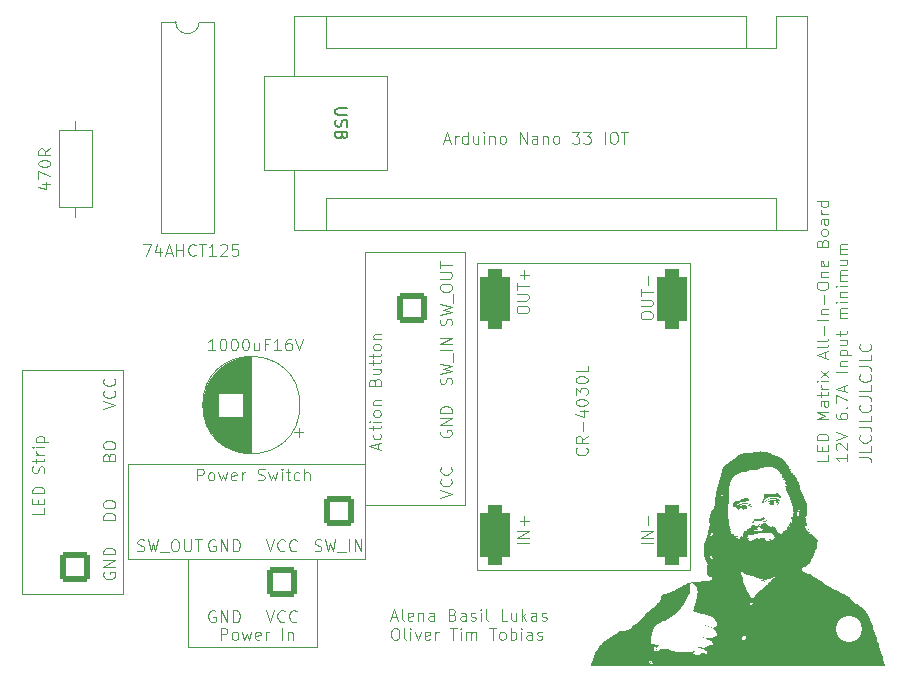
<source format=gto>
G04 #@! TF.GenerationSoftware,KiCad,Pcbnew,8.0.8*
G04 #@! TF.CreationDate,2025-01-16T17:39:40+01:00*
G04 #@! TF.ProjectId,led_matrix,6c65645f-6d61-4747-9269-782e6b696361,rev?*
G04 #@! TF.SameCoordinates,Original*
G04 #@! TF.FileFunction,Legend,Top*
G04 #@! TF.FilePolarity,Positive*
%FSLAX46Y46*%
G04 Gerber Fmt 4.6, Leading zero omitted, Abs format (unit mm)*
G04 Created by KiCad (PCBNEW 8.0.8) date 2025-01-16 17:39:40*
%MOMM*%
%LPD*%
G01*
G04 APERTURE LIST*
G04 Aperture macros list*
%AMRoundRect*
0 Rectangle with rounded corners*
0 $1 Rounding radius*
0 $2 $3 $4 $5 $6 $7 $8 $9 X,Y pos of 4 corners*
0 Add a 4 corners polygon primitive as box body*
4,1,4,$2,$3,$4,$5,$6,$7,$8,$9,$2,$3,0*
0 Add four circle primitives for the rounded corners*
1,1,$1+$1,$2,$3*
1,1,$1+$1,$4,$5*
1,1,$1+$1,$6,$7*
1,1,$1+$1,$8,$9*
0 Add four rect primitives between the rounded corners*
20,1,$1+$1,$2,$3,$4,$5,0*
20,1,$1+$1,$4,$5,$6,$7,0*
20,1,$1+$1,$6,$7,$8,$9,0*
20,1,$1+$1,$8,$9,$2,$3,0*%
G04 Aperture macros list end*
%ADD10C,0.100000*%
%ADD11C,0.150000*%
%ADD12C,0.000000*%
%ADD13C,0.120000*%
%ADD14C,2.200000*%
%ADD15O,2.400000X1.600000*%
%ADD16R,2.400000X1.600000*%
%ADD17RoundRect,0.631000X0.631000X-1.869000X0.631000X1.869000X-0.631000X1.869000X-0.631000X-1.869000X0*%
%ADD18RoundRect,0.249999X-1.025001X1.025001X-1.025001X-1.025001X1.025001X-1.025001X1.025001X1.025001X0*%
%ADD19C,2.550000*%
%ADD20RoundRect,0.249999X1.025001X1.025001X-1.025001X1.025001X-1.025001X-1.025001X1.025001X-1.025001X0*%
%ADD21C,1.600000*%
%ADD22O,1.600000X1.600000*%
%ADD23RoundRect,0.249999X1.025001X-1.025001X1.025001X1.025001X-1.025001X1.025001X-1.025001X-1.025001X0*%
%ADD24R,1.600000X1.600000*%
G04 APERTURE END LIST*
D10*
X143256265Y-130976760D02*
X143732455Y-130976760D01*
X143161027Y-131262475D02*
X143494360Y-130262475D01*
X143494360Y-130262475D02*
X143827693Y-131262475D01*
X144303884Y-131262475D02*
X144208646Y-131214856D01*
X144208646Y-131214856D02*
X144161027Y-131119617D01*
X144161027Y-131119617D02*
X144161027Y-130262475D01*
X145065789Y-131214856D02*
X144970551Y-131262475D01*
X144970551Y-131262475D02*
X144780075Y-131262475D01*
X144780075Y-131262475D02*
X144684837Y-131214856D01*
X144684837Y-131214856D02*
X144637218Y-131119617D01*
X144637218Y-131119617D02*
X144637218Y-130738665D01*
X144637218Y-130738665D02*
X144684837Y-130643427D01*
X144684837Y-130643427D02*
X144780075Y-130595808D01*
X144780075Y-130595808D02*
X144970551Y-130595808D01*
X144970551Y-130595808D02*
X145065789Y-130643427D01*
X145065789Y-130643427D02*
X145113408Y-130738665D01*
X145113408Y-130738665D02*
X145113408Y-130833903D01*
X145113408Y-130833903D02*
X144637218Y-130929141D01*
X145541980Y-130595808D02*
X145541980Y-131262475D01*
X145541980Y-130691046D02*
X145589599Y-130643427D01*
X145589599Y-130643427D02*
X145684837Y-130595808D01*
X145684837Y-130595808D02*
X145827694Y-130595808D01*
X145827694Y-130595808D02*
X145922932Y-130643427D01*
X145922932Y-130643427D02*
X145970551Y-130738665D01*
X145970551Y-130738665D02*
X145970551Y-131262475D01*
X146875313Y-131262475D02*
X146875313Y-130738665D01*
X146875313Y-130738665D02*
X146827694Y-130643427D01*
X146827694Y-130643427D02*
X146732456Y-130595808D01*
X146732456Y-130595808D02*
X146541980Y-130595808D01*
X146541980Y-130595808D02*
X146446742Y-130643427D01*
X146875313Y-131214856D02*
X146780075Y-131262475D01*
X146780075Y-131262475D02*
X146541980Y-131262475D01*
X146541980Y-131262475D02*
X146446742Y-131214856D01*
X146446742Y-131214856D02*
X146399123Y-131119617D01*
X146399123Y-131119617D02*
X146399123Y-131024379D01*
X146399123Y-131024379D02*
X146446742Y-130929141D01*
X146446742Y-130929141D02*
X146541980Y-130881522D01*
X146541980Y-130881522D02*
X146780075Y-130881522D01*
X146780075Y-130881522D02*
X146875313Y-130833903D01*
X148446742Y-130738665D02*
X148589599Y-130786284D01*
X148589599Y-130786284D02*
X148637218Y-130833903D01*
X148637218Y-130833903D02*
X148684837Y-130929141D01*
X148684837Y-130929141D02*
X148684837Y-131071998D01*
X148684837Y-131071998D02*
X148637218Y-131167236D01*
X148637218Y-131167236D02*
X148589599Y-131214856D01*
X148589599Y-131214856D02*
X148494361Y-131262475D01*
X148494361Y-131262475D02*
X148113409Y-131262475D01*
X148113409Y-131262475D02*
X148113409Y-130262475D01*
X148113409Y-130262475D02*
X148446742Y-130262475D01*
X148446742Y-130262475D02*
X148541980Y-130310094D01*
X148541980Y-130310094D02*
X148589599Y-130357713D01*
X148589599Y-130357713D02*
X148637218Y-130452951D01*
X148637218Y-130452951D02*
X148637218Y-130548189D01*
X148637218Y-130548189D02*
X148589599Y-130643427D01*
X148589599Y-130643427D02*
X148541980Y-130691046D01*
X148541980Y-130691046D02*
X148446742Y-130738665D01*
X148446742Y-130738665D02*
X148113409Y-130738665D01*
X149541980Y-131262475D02*
X149541980Y-130738665D01*
X149541980Y-130738665D02*
X149494361Y-130643427D01*
X149494361Y-130643427D02*
X149399123Y-130595808D01*
X149399123Y-130595808D02*
X149208647Y-130595808D01*
X149208647Y-130595808D02*
X149113409Y-130643427D01*
X149541980Y-131214856D02*
X149446742Y-131262475D01*
X149446742Y-131262475D02*
X149208647Y-131262475D01*
X149208647Y-131262475D02*
X149113409Y-131214856D01*
X149113409Y-131214856D02*
X149065790Y-131119617D01*
X149065790Y-131119617D02*
X149065790Y-131024379D01*
X149065790Y-131024379D02*
X149113409Y-130929141D01*
X149113409Y-130929141D02*
X149208647Y-130881522D01*
X149208647Y-130881522D02*
X149446742Y-130881522D01*
X149446742Y-130881522D02*
X149541980Y-130833903D01*
X149970552Y-131214856D02*
X150065790Y-131262475D01*
X150065790Y-131262475D02*
X150256266Y-131262475D01*
X150256266Y-131262475D02*
X150351504Y-131214856D01*
X150351504Y-131214856D02*
X150399123Y-131119617D01*
X150399123Y-131119617D02*
X150399123Y-131071998D01*
X150399123Y-131071998D02*
X150351504Y-130976760D01*
X150351504Y-130976760D02*
X150256266Y-130929141D01*
X150256266Y-130929141D02*
X150113409Y-130929141D01*
X150113409Y-130929141D02*
X150018171Y-130881522D01*
X150018171Y-130881522D02*
X149970552Y-130786284D01*
X149970552Y-130786284D02*
X149970552Y-130738665D01*
X149970552Y-130738665D02*
X150018171Y-130643427D01*
X150018171Y-130643427D02*
X150113409Y-130595808D01*
X150113409Y-130595808D02*
X150256266Y-130595808D01*
X150256266Y-130595808D02*
X150351504Y-130643427D01*
X150827695Y-131262475D02*
X150827695Y-130595808D01*
X150827695Y-130262475D02*
X150780076Y-130310094D01*
X150780076Y-130310094D02*
X150827695Y-130357713D01*
X150827695Y-130357713D02*
X150875314Y-130310094D01*
X150875314Y-130310094D02*
X150827695Y-130262475D01*
X150827695Y-130262475D02*
X150827695Y-130357713D01*
X151446742Y-131262475D02*
X151351504Y-131214856D01*
X151351504Y-131214856D02*
X151303885Y-131119617D01*
X151303885Y-131119617D02*
X151303885Y-130262475D01*
X153065790Y-131262475D02*
X152589600Y-131262475D01*
X152589600Y-131262475D02*
X152589600Y-130262475D01*
X153827695Y-130595808D02*
X153827695Y-131262475D01*
X153399124Y-130595808D02*
X153399124Y-131119617D01*
X153399124Y-131119617D02*
X153446743Y-131214856D01*
X153446743Y-131214856D02*
X153541981Y-131262475D01*
X153541981Y-131262475D02*
X153684838Y-131262475D01*
X153684838Y-131262475D02*
X153780076Y-131214856D01*
X153780076Y-131214856D02*
X153827695Y-131167236D01*
X154303886Y-131262475D02*
X154303886Y-130262475D01*
X154399124Y-130881522D02*
X154684838Y-131262475D01*
X154684838Y-130595808D02*
X154303886Y-130976760D01*
X155541981Y-131262475D02*
X155541981Y-130738665D01*
X155541981Y-130738665D02*
X155494362Y-130643427D01*
X155494362Y-130643427D02*
X155399124Y-130595808D01*
X155399124Y-130595808D02*
X155208648Y-130595808D01*
X155208648Y-130595808D02*
X155113410Y-130643427D01*
X155541981Y-131214856D02*
X155446743Y-131262475D01*
X155446743Y-131262475D02*
X155208648Y-131262475D01*
X155208648Y-131262475D02*
X155113410Y-131214856D01*
X155113410Y-131214856D02*
X155065791Y-131119617D01*
X155065791Y-131119617D02*
X155065791Y-131024379D01*
X155065791Y-131024379D02*
X155113410Y-130929141D01*
X155113410Y-130929141D02*
X155208648Y-130881522D01*
X155208648Y-130881522D02*
X155446743Y-130881522D01*
X155446743Y-130881522D02*
X155541981Y-130833903D01*
X155970553Y-131214856D02*
X156065791Y-131262475D01*
X156065791Y-131262475D02*
X156256267Y-131262475D01*
X156256267Y-131262475D02*
X156351505Y-131214856D01*
X156351505Y-131214856D02*
X156399124Y-131119617D01*
X156399124Y-131119617D02*
X156399124Y-131071998D01*
X156399124Y-131071998D02*
X156351505Y-130976760D01*
X156351505Y-130976760D02*
X156256267Y-130929141D01*
X156256267Y-130929141D02*
X156113410Y-130929141D01*
X156113410Y-130929141D02*
X156018172Y-130881522D01*
X156018172Y-130881522D02*
X155970553Y-130786284D01*
X155970553Y-130786284D02*
X155970553Y-130738665D01*
X155970553Y-130738665D02*
X156018172Y-130643427D01*
X156018172Y-130643427D02*
X156113410Y-130595808D01*
X156113410Y-130595808D02*
X156256267Y-130595808D01*
X156256267Y-130595808D02*
X156351505Y-130643427D01*
X143494360Y-131872419D02*
X143684836Y-131872419D01*
X143684836Y-131872419D02*
X143780074Y-131920038D01*
X143780074Y-131920038D02*
X143875312Y-132015276D01*
X143875312Y-132015276D02*
X143922931Y-132205752D01*
X143922931Y-132205752D02*
X143922931Y-132539085D01*
X143922931Y-132539085D02*
X143875312Y-132729561D01*
X143875312Y-132729561D02*
X143780074Y-132824800D01*
X143780074Y-132824800D02*
X143684836Y-132872419D01*
X143684836Y-132872419D02*
X143494360Y-132872419D01*
X143494360Y-132872419D02*
X143399122Y-132824800D01*
X143399122Y-132824800D02*
X143303884Y-132729561D01*
X143303884Y-132729561D02*
X143256265Y-132539085D01*
X143256265Y-132539085D02*
X143256265Y-132205752D01*
X143256265Y-132205752D02*
X143303884Y-132015276D01*
X143303884Y-132015276D02*
X143399122Y-131920038D01*
X143399122Y-131920038D02*
X143494360Y-131872419D01*
X144494360Y-132872419D02*
X144399122Y-132824800D01*
X144399122Y-132824800D02*
X144351503Y-132729561D01*
X144351503Y-132729561D02*
X144351503Y-131872419D01*
X144875313Y-132872419D02*
X144875313Y-132205752D01*
X144875313Y-131872419D02*
X144827694Y-131920038D01*
X144827694Y-131920038D02*
X144875313Y-131967657D01*
X144875313Y-131967657D02*
X144922932Y-131920038D01*
X144922932Y-131920038D02*
X144875313Y-131872419D01*
X144875313Y-131872419D02*
X144875313Y-131967657D01*
X145256265Y-132205752D02*
X145494360Y-132872419D01*
X145494360Y-132872419D02*
X145732455Y-132205752D01*
X146494360Y-132824800D02*
X146399122Y-132872419D01*
X146399122Y-132872419D02*
X146208646Y-132872419D01*
X146208646Y-132872419D02*
X146113408Y-132824800D01*
X146113408Y-132824800D02*
X146065789Y-132729561D01*
X146065789Y-132729561D02*
X146065789Y-132348609D01*
X146065789Y-132348609D02*
X146113408Y-132253371D01*
X146113408Y-132253371D02*
X146208646Y-132205752D01*
X146208646Y-132205752D02*
X146399122Y-132205752D01*
X146399122Y-132205752D02*
X146494360Y-132253371D01*
X146494360Y-132253371D02*
X146541979Y-132348609D01*
X146541979Y-132348609D02*
X146541979Y-132443847D01*
X146541979Y-132443847D02*
X146065789Y-132539085D01*
X146970551Y-132872419D02*
X146970551Y-132205752D01*
X146970551Y-132396228D02*
X147018170Y-132300990D01*
X147018170Y-132300990D02*
X147065789Y-132253371D01*
X147065789Y-132253371D02*
X147161027Y-132205752D01*
X147161027Y-132205752D02*
X147256265Y-132205752D01*
X148208647Y-131872419D02*
X148780075Y-131872419D01*
X148494361Y-132872419D02*
X148494361Y-131872419D01*
X149113409Y-132872419D02*
X149113409Y-132205752D01*
X149113409Y-131872419D02*
X149065790Y-131920038D01*
X149065790Y-131920038D02*
X149113409Y-131967657D01*
X149113409Y-131967657D02*
X149161028Y-131920038D01*
X149161028Y-131920038D02*
X149113409Y-131872419D01*
X149113409Y-131872419D02*
X149113409Y-131967657D01*
X149589599Y-132872419D02*
X149589599Y-132205752D01*
X149589599Y-132300990D02*
X149637218Y-132253371D01*
X149637218Y-132253371D02*
X149732456Y-132205752D01*
X149732456Y-132205752D02*
X149875313Y-132205752D01*
X149875313Y-132205752D02*
X149970551Y-132253371D01*
X149970551Y-132253371D02*
X150018170Y-132348609D01*
X150018170Y-132348609D02*
X150018170Y-132872419D01*
X150018170Y-132348609D02*
X150065789Y-132253371D01*
X150065789Y-132253371D02*
X150161027Y-132205752D01*
X150161027Y-132205752D02*
X150303884Y-132205752D01*
X150303884Y-132205752D02*
X150399123Y-132253371D01*
X150399123Y-132253371D02*
X150446742Y-132348609D01*
X150446742Y-132348609D02*
X150446742Y-132872419D01*
X151541980Y-131872419D02*
X152113408Y-131872419D01*
X151827694Y-132872419D02*
X151827694Y-131872419D01*
X152589599Y-132872419D02*
X152494361Y-132824800D01*
X152494361Y-132824800D02*
X152446742Y-132777180D01*
X152446742Y-132777180D02*
X152399123Y-132681942D01*
X152399123Y-132681942D02*
X152399123Y-132396228D01*
X152399123Y-132396228D02*
X152446742Y-132300990D01*
X152446742Y-132300990D02*
X152494361Y-132253371D01*
X152494361Y-132253371D02*
X152589599Y-132205752D01*
X152589599Y-132205752D02*
X152732456Y-132205752D01*
X152732456Y-132205752D02*
X152827694Y-132253371D01*
X152827694Y-132253371D02*
X152875313Y-132300990D01*
X152875313Y-132300990D02*
X152922932Y-132396228D01*
X152922932Y-132396228D02*
X152922932Y-132681942D01*
X152922932Y-132681942D02*
X152875313Y-132777180D01*
X152875313Y-132777180D02*
X152827694Y-132824800D01*
X152827694Y-132824800D02*
X152732456Y-132872419D01*
X152732456Y-132872419D02*
X152589599Y-132872419D01*
X153351504Y-132872419D02*
X153351504Y-131872419D01*
X153351504Y-132253371D02*
X153446742Y-132205752D01*
X153446742Y-132205752D02*
X153637218Y-132205752D01*
X153637218Y-132205752D02*
X153732456Y-132253371D01*
X153732456Y-132253371D02*
X153780075Y-132300990D01*
X153780075Y-132300990D02*
X153827694Y-132396228D01*
X153827694Y-132396228D02*
X153827694Y-132681942D01*
X153827694Y-132681942D02*
X153780075Y-132777180D01*
X153780075Y-132777180D02*
X153732456Y-132824800D01*
X153732456Y-132824800D02*
X153637218Y-132872419D01*
X153637218Y-132872419D02*
X153446742Y-132872419D01*
X153446742Y-132872419D02*
X153351504Y-132824800D01*
X154256266Y-132872419D02*
X154256266Y-132205752D01*
X154256266Y-131872419D02*
X154208647Y-131920038D01*
X154208647Y-131920038D02*
X154256266Y-131967657D01*
X154256266Y-131967657D02*
X154303885Y-131920038D01*
X154303885Y-131920038D02*
X154256266Y-131872419D01*
X154256266Y-131872419D02*
X154256266Y-131967657D01*
X155161027Y-132872419D02*
X155161027Y-132348609D01*
X155161027Y-132348609D02*
X155113408Y-132253371D01*
X155113408Y-132253371D02*
X155018170Y-132205752D01*
X155018170Y-132205752D02*
X154827694Y-132205752D01*
X154827694Y-132205752D02*
X154732456Y-132253371D01*
X155161027Y-132824800D02*
X155065789Y-132872419D01*
X155065789Y-132872419D02*
X154827694Y-132872419D01*
X154827694Y-132872419D02*
X154732456Y-132824800D01*
X154732456Y-132824800D02*
X154684837Y-132729561D01*
X154684837Y-132729561D02*
X154684837Y-132634323D01*
X154684837Y-132634323D02*
X154732456Y-132539085D01*
X154732456Y-132539085D02*
X154827694Y-132491466D01*
X154827694Y-132491466D02*
X155065789Y-132491466D01*
X155065789Y-132491466D02*
X155161027Y-132443847D01*
X155589599Y-132824800D02*
X155684837Y-132872419D01*
X155684837Y-132872419D02*
X155875313Y-132872419D01*
X155875313Y-132872419D02*
X155970551Y-132824800D01*
X155970551Y-132824800D02*
X156018170Y-132729561D01*
X156018170Y-132729561D02*
X156018170Y-132681942D01*
X156018170Y-132681942D02*
X155970551Y-132586704D01*
X155970551Y-132586704D02*
X155875313Y-132539085D01*
X155875313Y-132539085D02*
X155732456Y-132539085D01*
X155732456Y-132539085D02*
X155637218Y-132491466D01*
X155637218Y-132491466D02*
X155589599Y-132396228D01*
X155589599Y-132396228D02*
X155589599Y-132348609D01*
X155589599Y-132348609D02*
X155637218Y-132253371D01*
X155637218Y-132253371D02*
X155732456Y-132205752D01*
X155732456Y-132205752D02*
X155875313Y-132205752D01*
X155875313Y-132205752D02*
X155970551Y-132253371D01*
X182872419Y-117410401D02*
X183586704Y-117410401D01*
X183586704Y-117410401D02*
X183729561Y-117458020D01*
X183729561Y-117458020D02*
X183824800Y-117553258D01*
X183824800Y-117553258D02*
X183872419Y-117696115D01*
X183872419Y-117696115D02*
X183872419Y-117791353D01*
X183872419Y-116458020D02*
X183872419Y-116934210D01*
X183872419Y-116934210D02*
X182872419Y-116934210D01*
X183777180Y-115553258D02*
X183824800Y-115600877D01*
X183824800Y-115600877D02*
X183872419Y-115743734D01*
X183872419Y-115743734D02*
X183872419Y-115838972D01*
X183872419Y-115838972D02*
X183824800Y-115981829D01*
X183824800Y-115981829D02*
X183729561Y-116077067D01*
X183729561Y-116077067D02*
X183634323Y-116124686D01*
X183634323Y-116124686D02*
X183443847Y-116172305D01*
X183443847Y-116172305D02*
X183300990Y-116172305D01*
X183300990Y-116172305D02*
X183110514Y-116124686D01*
X183110514Y-116124686D02*
X183015276Y-116077067D01*
X183015276Y-116077067D02*
X182920038Y-115981829D01*
X182920038Y-115981829D02*
X182872419Y-115838972D01*
X182872419Y-115838972D02*
X182872419Y-115743734D01*
X182872419Y-115743734D02*
X182920038Y-115600877D01*
X182920038Y-115600877D02*
X182967657Y-115553258D01*
X182872419Y-114838972D02*
X183586704Y-114838972D01*
X183586704Y-114838972D02*
X183729561Y-114886591D01*
X183729561Y-114886591D02*
X183824800Y-114981829D01*
X183824800Y-114981829D02*
X183872419Y-115124686D01*
X183872419Y-115124686D02*
X183872419Y-115219924D01*
X183872419Y-113886591D02*
X183872419Y-114362781D01*
X183872419Y-114362781D02*
X182872419Y-114362781D01*
X183777180Y-112981829D02*
X183824800Y-113029448D01*
X183824800Y-113029448D02*
X183872419Y-113172305D01*
X183872419Y-113172305D02*
X183872419Y-113267543D01*
X183872419Y-113267543D02*
X183824800Y-113410400D01*
X183824800Y-113410400D02*
X183729561Y-113505638D01*
X183729561Y-113505638D02*
X183634323Y-113553257D01*
X183634323Y-113553257D02*
X183443847Y-113600876D01*
X183443847Y-113600876D02*
X183300990Y-113600876D01*
X183300990Y-113600876D02*
X183110514Y-113553257D01*
X183110514Y-113553257D02*
X183015276Y-113505638D01*
X183015276Y-113505638D02*
X182920038Y-113410400D01*
X182920038Y-113410400D02*
X182872419Y-113267543D01*
X182872419Y-113267543D02*
X182872419Y-113172305D01*
X182872419Y-113172305D02*
X182920038Y-113029448D01*
X182920038Y-113029448D02*
X182967657Y-112981829D01*
X182872419Y-112267543D02*
X183586704Y-112267543D01*
X183586704Y-112267543D02*
X183729561Y-112315162D01*
X183729561Y-112315162D02*
X183824800Y-112410400D01*
X183824800Y-112410400D02*
X183872419Y-112553257D01*
X183872419Y-112553257D02*
X183872419Y-112648495D01*
X183872419Y-111315162D02*
X183872419Y-111791352D01*
X183872419Y-111791352D02*
X182872419Y-111791352D01*
X183777180Y-110410400D02*
X183824800Y-110458019D01*
X183824800Y-110458019D02*
X183872419Y-110600876D01*
X183872419Y-110600876D02*
X183872419Y-110696114D01*
X183872419Y-110696114D02*
X183824800Y-110838971D01*
X183824800Y-110838971D02*
X183729561Y-110934209D01*
X183729561Y-110934209D02*
X183634323Y-110981828D01*
X183634323Y-110981828D02*
X183443847Y-111029447D01*
X183443847Y-111029447D02*
X183300990Y-111029447D01*
X183300990Y-111029447D02*
X183110514Y-110981828D01*
X183110514Y-110981828D02*
X183015276Y-110934209D01*
X183015276Y-110934209D02*
X182920038Y-110838971D01*
X182920038Y-110838971D02*
X182872419Y-110696114D01*
X182872419Y-110696114D02*
X182872419Y-110600876D01*
X182872419Y-110600876D02*
X182920038Y-110458019D01*
X182920038Y-110458019D02*
X182967657Y-110410400D01*
X182872419Y-109696114D02*
X183586704Y-109696114D01*
X183586704Y-109696114D02*
X183729561Y-109743733D01*
X183729561Y-109743733D02*
X183824800Y-109838971D01*
X183824800Y-109838971D02*
X183872419Y-109981828D01*
X183872419Y-109981828D02*
X183872419Y-110077066D01*
X183872419Y-108743733D02*
X183872419Y-109219923D01*
X183872419Y-109219923D02*
X182872419Y-109219923D01*
X183777180Y-107838971D02*
X183824800Y-107886590D01*
X183824800Y-107886590D02*
X183872419Y-108029447D01*
X183872419Y-108029447D02*
X183872419Y-108124685D01*
X183872419Y-108124685D02*
X183824800Y-108267542D01*
X183824800Y-108267542D02*
X183729561Y-108362780D01*
X183729561Y-108362780D02*
X183634323Y-108410399D01*
X183634323Y-108410399D02*
X183443847Y-108458018D01*
X183443847Y-108458018D02*
X183300990Y-108458018D01*
X183300990Y-108458018D02*
X183110514Y-108410399D01*
X183110514Y-108410399D02*
X183015276Y-108362780D01*
X183015276Y-108362780D02*
X182920038Y-108267542D01*
X182920038Y-108267542D02*
X182872419Y-108124685D01*
X182872419Y-108124685D02*
X182872419Y-108029447D01*
X182872419Y-108029447D02*
X182920038Y-107886590D01*
X182920038Y-107886590D02*
X182967657Y-107838971D01*
X180262475Y-117219925D02*
X180262475Y-117696115D01*
X180262475Y-117696115D02*
X179262475Y-117696115D01*
X179738665Y-116886591D02*
X179738665Y-116553258D01*
X180262475Y-116410401D02*
X180262475Y-116886591D01*
X180262475Y-116886591D02*
X179262475Y-116886591D01*
X179262475Y-116886591D02*
X179262475Y-116410401D01*
X180262475Y-115981829D02*
X179262475Y-115981829D01*
X179262475Y-115981829D02*
X179262475Y-115743734D01*
X179262475Y-115743734D02*
X179310094Y-115600877D01*
X179310094Y-115600877D02*
X179405332Y-115505639D01*
X179405332Y-115505639D02*
X179500570Y-115458020D01*
X179500570Y-115458020D02*
X179691046Y-115410401D01*
X179691046Y-115410401D02*
X179833903Y-115410401D01*
X179833903Y-115410401D02*
X180024379Y-115458020D01*
X180024379Y-115458020D02*
X180119617Y-115505639D01*
X180119617Y-115505639D02*
X180214856Y-115600877D01*
X180214856Y-115600877D02*
X180262475Y-115743734D01*
X180262475Y-115743734D02*
X180262475Y-115981829D01*
X180262475Y-114219924D02*
X179262475Y-114219924D01*
X179262475Y-114219924D02*
X179976760Y-113886591D01*
X179976760Y-113886591D02*
X179262475Y-113553258D01*
X179262475Y-113553258D02*
X180262475Y-113553258D01*
X180262475Y-112648496D02*
X179738665Y-112648496D01*
X179738665Y-112648496D02*
X179643427Y-112696115D01*
X179643427Y-112696115D02*
X179595808Y-112791353D01*
X179595808Y-112791353D02*
X179595808Y-112981829D01*
X179595808Y-112981829D02*
X179643427Y-113077067D01*
X180214856Y-112648496D02*
X180262475Y-112743734D01*
X180262475Y-112743734D02*
X180262475Y-112981829D01*
X180262475Y-112981829D02*
X180214856Y-113077067D01*
X180214856Y-113077067D02*
X180119617Y-113124686D01*
X180119617Y-113124686D02*
X180024379Y-113124686D01*
X180024379Y-113124686D02*
X179929141Y-113077067D01*
X179929141Y-113077067D02*
X179881522Y-112981829D01*
X179881522Y-112981829D02*
X179881522Y-112743734D01*
X179881522Y-112743734D02*
X179833903Y-112648496D01*
X179595808Y-112315162D02*
X179595808Y-111934210D01*
X179262475Y-112172305D02*
X180119617Y-112172305D01*
X180119617Y-112172305D02*
X180214856Y-112124686D01*
X180214856Y-112124686D02*
X180262475Y-112029448D01*
X180262475Y-112029448D02*
X180262475Y-111934210D01*
X180262475Y-111600876D02*
X179595808Y-111600876D01*
X179786284Y-111600876D02*
X179691046Y-111553257D01*
X179691046Y-111553257D02*
X179643427Y-111505638D01*
X179643427Y-111505638D02*
X179595808Y-111410400D01*
X179595808Y-111410400D02*
X179595808Y-111315162D01*
X180262475Y-110981828D02*
X179595808Y-110981828D01*
X179262475Y-110981828D02*
X179310094Y-111029447D01*
X179310094Y-111029447D02*
X179357713Y-110981828D01*
X179357713Y-110981828D02*
X179310094Y-110934209D01*
X179310094Y-110934209D02*
X179262475Y-110981828D01*
X179262475Y-110981828D02*
X179357713Y-110981828D01*
X180262475Y-110600876D02*
X179595808Y-110077067D01*
X179595808Y-110600876D02*
X180262475Y-110077067D01*
X179976760Y-108981828D02*
X179976760Y-108505638D01*
X180262475Y-109077066D02*
X179262475Y-108743733D01*
X179262475Y-108743733D02*
X180262475Y-108410400D01*
X180262475Y-107934209D02*
X180214856Y-108029447D01*
X180214856Y-108029447D02*
X180119617Y-108077066D01*
X180119617Y-108077066D02*
X179262475Y-108077066D01*
X180262475Y-107410399D02*
X180214856Y-107505637D01*
X180214856Y-107505637D02*
X180119617Y-107553256D01*
X180119617Y-107553256D02*
X179262475Y-107553256D01*
X179881522Y-107029446D02*
X179881522Y-106267542D01*
X180262475Y-105791351D02*
X179262475Y-105791351D01*
X179595808Y-105315161D02*
X180262475Y-105315161D01*
X179691046Y-105315161D02*
X179643427Y-105267542D01*
X179643427Y-105267542D02*
X179595808Y-105172304D01*
X179595808Y-105172304D02*
X179595808Y-105029447D01*
X179595808Y-105029447D02*
X179643427Y-104934209D01*
X179643427Y-104934209D02*
X179738665Y-104886590D01*
X179738665Y-104886590D02*
X180262475Y-104886590D01*
X179881522Y-104410399D02*
X179881522Y-103648495D01*
X179262475Y-102981828D02*
X179262475Y-102791352D01*
X179262475Y-102791352D02*
X179310094Y-102696114D01*
X179310094Y-102696114D02*
X179405332Y-102600876D01*
X179405332Y-102600876D02*
X179595808Y-102553257D01*
X179595808Y-102553257D02*
X179929141Y-102553257D01*
X179929141Y-102553257D02*
X180119617Y-102600876D01*
X180119617Y-102600876D02*
X180214856Y-102696114D01*
X180214856Y-102696114D02*
X180262475Y-102791352D01*
X180262475Y-102791352D02*
X180262475Y-102981828D01*
X180262475Y-102981828D02*
X180214856Y-103077066D01*
X180214856Y-103077066D02*
X180119617Y-103172304D01*
X180119617Y-103172304D02*
X179929141Y-103219923D01*
X179929141Y-103219923D02*
X179595808Y-103219923D01*
X179595808Y-103219923D02*
X179405332Y-103172304D01*
X179405332Y-103172304D02*
X179310094Y-103077066D01*
X179310094Y-103077066D02*
X179262475Y-102981828D01*
X179595808Y-102124685D02*
X180262475Y-102124685D01*
X179691046Y-102124685D02*
X179643427Y-102077066D01*
X179643427Y-102077066D02*
X179595808Y-101981828D01*
X179595808Y-101981828D02*
X179595808Y-101838971D01*
X179595808Y-101838971D02*
X179643427Y-101743733D01*
X179643427Y-101743733D02*
X179738665Y-101696114D01*
X179738665Y-101696114D02*
X180262475Y-101696114D01*
X180214856Y-100838971D02*
X180262475Y-100934209D01*
X180262475Y-100934209D02*
X180262475Y-101124685D01*
X180262475Y-101124685D02*
X180214856Y-101219923D01*
X180214856Y-101219923D02*
X180119617Y-101267542D01*
X180119617Y-101267542D02*
X179738665Y-101267542D01*
X179738665Y-101267542D02*
X179643427Y-101219923D01*
X179643427Y-101219923D02*
X179595808Y-101124685D01*
X179595808Y-101124685D02*
X179595808Y-100934209D01*
X179595808Y-100934209D02*
X179643427Y-100838971D01*
X179643427Y-100838971D02*
X179738665Y-100791352D01*
X179738665Y-100791352D02*
X179833903Y-100791352D01*
X179833903Y-100791352D02*
X179929141Y-101267542D01*
X179738665Y-99267542D02*
X179786284Y-99124685D01*
X179786284Y-99124685D02*
X179833903Y-99077066D01*
X179833903Y-99077066D02*
X179929141Y-99029447D01*
X179929141Y-99029447D02*
X180071998Y-99029447D01*
X180071998Y-99029447D02*
X180167236Y-99077066D01*
X180167236Y-99077066D02*
X180214856Y-99124685D01*
X180214856Y-99124685D02*
X180262475Y-99219923D01*
X180262475Y-99219923D02*
X180262475Y-99600875D01*
X180262475Y-99600875D02*
X179262475Y-99600875D01*
X179262475Y-99600875D02*
X179262475Y-99267542D01*
X179262475Y-99267542D02*
X179310094Y-99172304D01*
X179310094Y-99172304D02*
X179357713Y-99124685D01*
X179357713Y-99124685D02*
X179452951Y-99077066D01*
X179452951Y-99077066D02*
X179548189Y-99077066D01*
X179548189Y-99077066D02*
X179643427Y-99124685D01*
X179643427Y-99124685D02*
X179691046Y-99172304D01*
X179691046Y-99172304D02*
X179738665Y-99267542D01*
X179738665Y-99267542D02*
X179738665Y-99600875D01*
X180262475Y-98458018D02*
X180214856Y-98553256D01*
X180214856Y-98553256D02*
X180167236Y-98600875D01*
X180167236Y-98600875D02*
X180071998Y-98648494D01*
X180071998Y-98648494D02*
X179786284Y-98648494D01*
X179786284Y-98648494D02*
X179691046Y-98600875D01*
X179691046Y-98600875D02*
X179643427Y-98553256D01*
X179643427Y-98553256D02*
X179595808Y-98458018D01*
X179595808Y-98458018D02*
X179595808Y-98315161D01*
X179595808Y-98315161D02*
X179643427Y-98219923D01*
X179643427Y-98219923D02*
X179691046Y-98172304D01*
X179691046Y-98172304D02*
X179786284Y-98124685D01*
X179786284Y-98124685D02*
X180071998Y-98124685D01*
X180071998Y-98124685D02*
X180167236Y-98172304D01*
X180167236Y-98172304D02*
X180214856Y-98219923D01*
X180214856Y-98219923D02*
X180262475Y-98315161D01*
X180262475Y-98315161D02*
X180262475Y-98458018D01*
X180262475Y-97267542D02*
X179738665Y-97267542D01*
X179738665Y-97267542D02*
X179643427Y-97315161D01*
X179643427Y-97315161D02*
X179595808Y-97410399D01*
X179595808Y-97410399D02*
X179595808Y-97600875D01*
X179595808Y-97600875D02*
X179643427Y-97696113D01*
X180214856Y-97267542D02*
X180262475Y-97362780D01*
X180262475Y-97362780D02*
X180262475Y-97600875D01*
X180262475Y-97600875D02*
X180214856Y-97696113D01*
X180214856Y-97696113D02*
X180119617Y-97743732D01*
X180119617Y-97743732D02*
X180024379Y-97743732D01*
X180024379Y-97743732D02*
X179929141Y-97696113D01*
X179929141Y-97696113D02*
X179881522Y-97600875D01*
X179881522Y-97600875D02*
X179881522Y-97362780D01*
X179881522Y-97362780D02*
X179833903Y-97267542D01*
X180262475Y-96791351D02*
X179595808Y-96791351D01*
X179786284Y-96791351D02*
X179691046Y-96743732D01*
X179691046Y-96743732D02*
X179643427Y-96696113D01*
X179643427Y-96696113D02*
X179595808Y-96600875D01*
X179595808Y-96600875D02*
X179595808Y-96505637D01*
X180262475Y-95743732D02*
X179262475Y-95743732D01*
X180214856Y-95743732D02*
X180262475Y-95838970D01*
X180262475Y-95838970D02*
X180262475Y-96029446D01*
X180262475Y-96029446D02*
X180214856Y-96124684D01*
X180214856Y-96124684D02*
X180167236Y-96172303D01*
X180167236Y-96172303D02*
X180071998Y-96219922D01*
X180071998Y-96219922D02*
X179786284Y-96219922D01*
X179786284Y-96219922D02*
X179691046Y-96172303D01*
X179691046Y-96172303D02*
X179643427Y-96124684D01*
X179643427Y-96124684D02*
X179595808Y-96029446D01*
X179595808Y-96029446D02*
X179595808Y-95838970D01*
X179595808Y-95838970D02*
X179643427Y-95743732D01*
X181872419Y-117172306D02*
X181872419Y-117743734D01*
X181872419Y-117458020D02*
X180872419Y-117458020D01*
X180872419Y-117458020D02*
X181015276Y-117553258D01*
X181015276Y-117553258D02*
X181110514Y-117648496D01*
X181110514Y-117648496D02*
X181158133Y-117743734D01*
X180967657Y-116791353D02*
X180920038Y-116743734D01*
X180920038Y-116743734D02*
X180872419Y-116648496D01*
X180872419Y-116648496D02*
X180872419Y-116410401D01*
X180872419Y-116410401D02*
X180920038Y-116315163D01*
X180920038Y-116315163D02*
X180967657Y-116267544D01*
X180967657Y-116267544D02*
X181062895Y-116219925D01*
X181062895Y-116219925D02*
X181158133Y-116219925D01*
X181158133Y-116219925D02*
X181300990Y-116267544D01*
X181300990Y-116267544D02*
X181872419Y-116838972D01*
X181872419Y-116838972D02*
X181872419Y-116219925D01*
X180872419Y-115934210D02*
X181872419Y-115600877D01*
X181872419Y-115600877D02*
X180872419Y-115267544D01*
X180872419Y-113743734D02*
X180872419Y-113934210D01*
X180872419Y-113934210D02*
X180920038Y-114029448D01*
X180920038Y-114029448D02*
X180967657Y-114077067D01*
X180967657Y-114077067D02*
X181110514Y-114172305D01*
X181110514Y-114172305D02*
X181300990Y-114219924D01*
X181300990Y-114219924D02*
X181681942Y-114219924D01*
X181681942Y-114219924D02*
X181777180Y-114172305D01*
X181777180Y-114172305D02*
X181824800Y-114124686D01*
X181824800Y-114124686D02*
X181872419Y-114029448D01*
X181872419Y-114029448D02*
X181872419Y-113838972D01*
X181872419Y-113838972D02*
X181824800Y-113743734D01*
X181824800Y-113743734D02*
X181777180Y-113696115D01*
X181777180Y-113696115D02*
X181681942Y-113648496D01*
X181681942Y-113648496D02*
X181443847Y-113648496D01*
X181443847Y-113648496D02*
X181348609Y-113696115D01*
X181348609Y-113696115D02*
X181300990Y-113743734D01*
X181300990Y-113743734D02*
X181253371Y-113838972D01*
X181253371Y-113838972D02*
X181253371Y-114029448D01*
X181253371Y-114029448D02*
X181300990Y-114124686D01*
X181300990Y-114124686D02*
X181348609Y-114172305D01*
X181348609Y-114172305D02*
X181443847Y-114219924D01*
X181777180Y-113219924D02*
X181824800Y-113172305D01*
X181824800Y-113172305D02*
X181872419Y-113219924D01*
X181872419Y-113219924D02*
X181824800Y-113267543D01*
X181824800Y-113267543D02*
X181777180Y-113219924D01*
X181777180Y-113219924D02*
X181872419Y-113219924D01*
X180872419Y-112838972D02*
X180872419Y-112172306D01*
X180872419Y-112172306D02*
X181872419Y-112600877D01*
X181586704Y-111838972D02*
X181586704Y-111362782D01*
X181872419Y-111934210D02*
X180872419Y-111600877D01*
X180872419Y-111600877D02*
X181872419Y-111267544D01*
X181872419Y-110172305D02*
X180872419Y-110172305D01*
X181205752Y-109696115D02*
X181872419Y-109696115D01*
X181300990Y-109696115D02*
X181253371Y-109648496D01*
X181253371Y-109648496D02*
X181205752Y-109553258D01*
X181205752Y-109553258D02*
X181205752Y-109410401D01*
X181205752Y-109410401D02*
X181253371Y-109315163D01*
X181253371Y-109315163D02*
X181348609Y-109267544D01*
X181348609Y-109267544D02*
X181872419Y-109267544D01*
X181205752Y-108791353D02*
X182205752Y-108791353D01*
X181253371Y-108791353D02*
X181205752Y-108696115D01*
X181205752Y-108696115D02*
X181205752Y-108505639D01*
X181205752Y-108505639D02*
X181253371Y-108410401D01*
X181253371Y-108410401D02*
X181300990Y-108362782D01*
X181300990Y-108362782D02*
X181396228Y-108315163D01*
X181396228Y-108315163D02*
X181681942Y-108315163D01*
X181681942Y-108315163D02*
X181777180Y-108362782D01*
X181777180Y-108362782D02*
X181824800Y-108410401D01*
X181824800Y-108410401D02*
X181872419Y-108505639D01*
X181872419Y-108505639D02*
X181872419Y-108696115D01*
X181872419Y-108696115D02*
X181824800Y-108791353D01*
X181205752Y-107458020D02*
X181872419Y-107458020D01*
X181205752Y-107886591D02*
X181729561Y-107886591D01*
X181729561Y-107886591D02*
X181824800Y-107838972D01*
X181824800Y-107838972D02*
X181872419Y-107743734D01*
X181872419Y-107743734D02*
X181872419Y-107600877D01*
X181872419Y-107600877D02*
X181824800Y-107505639D01*
X181824800Y-107505639D02*
X181777180Y-107458020D01*
X181205752Y-107124686D02*
X181205752Y-106743734D01*
X180872419Y-106981829D02*
X181729561Y-106981829D01*
X181729561Y-106981829D02*
X181824800Y-106934210D01*
X181824800Y-106934210D02*
X181872419Y-106838972D01*
X181872419Y-106838972D02*
X181872419Y-106743734D01*
X181872419Y-105648495D02*
X181205752Y-105648495D01*
X181300990Y-105648495D02*
X181253371Y-105600876D01*
X181253371Y-105600876D02*
X181205752Y-105505638D01*
X181205752Y-105505638D02*
X181205752Y-105362781D01*
X181205752Y-105362781D02*
X181253371Y-105267543D01*
X181253371Y-105267543D02*
X181348609Y-105219924D01*
X181348609Y-105219924D02*
X181872419Y-105219924D01*
X181348609Y-105219924D02*
X181253371Y-105172305D01*
X181253371Y-105172305D02*
X181205752Y-105077067D01*
X181205752Y-105077067D02*
X181205752Y-104934210D01*
X181205752Y-104934210D02*
X181253371Y-104838971D01*
X181253371Y-104838971D02*
X181348609Y-104791352D01*
X181348609Y-104791352D02*
X181872419Y-104791352D01*
X181872419Y-104315162D02*
X181205752Y-104315162D01*
X180872419Y-104315162D02*
X180920038Y-104362781D01*
X180920038Y-104362781D02*
X180967657Y-104315162D01*
X180967657Y-104315162D02*
X180920038Y-104267543D01*
X180920038Y-104267543D02*
X180872419Y-104315162D01*
X180872419Y-104315162D02*
X180967657Y-104315162D01*
X181205752Y-103838972D02*
X181872419Y-103838972D01*
X181300990Y-103838972D02*
X181253371Y-103791353D01*
X181253371Y-103791353D02*
X181205752Y-103696115D01*
X181205752Y-103696115D02*
X181205752Y-103553258D01*
X181205752Y-103553258D02*
X181253371Y-103458020D01*
X181253371Y-103458020D02*
X181348609Y-103410401D01*
X181348609Y-103410401D02*
X181872419Y-103410401D01*
X181872419Y-102934210D02*
X181205752Y-102934210D01*
X180872419Y-102934210D02*
X180920038Y-102981829D01*
X180920038Y-102981829D02*
X180967657Y-102934210D01*
X180967657Y-102934210D02*
X180920038Y-102886591D01*
X180920038Y-102886591D02*
X180872419Y-102934210D01*
X180872419Y-102934210D02*
X180967657Y-102934210D01*
X181872419Y-102458020D02*
X181205752Y-102458020D01*
X181300990Y-102458020D02*
X181253371Y-102410401D01*
X181253371Y-102410401D02*
X181205752Y-102315163D01*
X181205752Y-102315163D02*
X181205752Y-102172306D01*
X181205752Y-102172306D02*
X181253371Y-102077068D01*
X181253371Y-102077068D02*
X181348609Y-102029449D01*
X181348609Y-102029449D02*
X181872419Y-102029449D01*
X181348609Y-102029449D02*
X181253371Y-101981830D01*
X181253371Y-101981830D02*
X181205752Y-101886592D01*
X181205752Y-101886592D02*
X181205752Y-101743735D01*
X181205752Y-101743735D02*
X181253371Y-101648496D01*
X181253371Y-101648496D02*
X181348609Y-101600877D01*
X181348609Y-101600877D02*
X181872419Y-101600877D01*
X181205752Y-100696116D02*
X181872419Y-100696116D01*
X181205752Y-101124687D02*
X181729561Y-101124687D01*
X181729561Y-101124687D02*
X181824800Y-101077068D01*
X181824800Y-101077068D02*
X181872419Y-100981830D01*
X181872419Y-100981830D02*
X181872419Y-100838973D01*
X181872419Y-100838973D02*
X181824800Y-100743735D01*
X181824800Y-100743735D02*
X181777180Y-100696116D01*
X181872419Y-100219925D02*
X181205752Y-100219925D01*
X181300990Y-100219925D02*
X181253371Y-100172306D01*
X181253371Y-100172306D02*
X181205752Y-100077068D01*
X181205752Y-100077068D02*
X181205752Y-99934211D01*
X181205752Y-99934211D02*
X181253371Y-99838973D01*
X181253371Y-99838973D02*
X181348609Y-99791354D01*
X181348609Y-99791354D02*
X181872419Y-99791354D01*
X181348609Y-99791354D02*
X181253371Y-99743735D01*
X181253371Y-99743735D02*
X181205752Y-99648497D01*
X181205752Y-99648497D02*
X181205752Y-99505640D01*
X181205752Y-99505640D02*
X181253371Y-99410401D01*
X181253371Y-99410401D02*
X181348609Y-99362782D01*
X181348609Y-99362782D02*
X181872419Y-99362782D01*
X141000000Y-100000000D02*
X149500000Y-100000000D01*
X149500000Y-121500000D01*
X141000000Y-121500000D01*
X141000000Y-100000000D01*
X126000000Y-126000000D02*
X137000000Y-126000000D01*
X137000000Y-133500000D01*
X126000000Y-133500000D01*
X126000000Y-126000000D01*
X121000000Y-118000000D02*
X141000000Y-118000000D01*
X141000000Y-126000000D01*
X121000000Y-126000000D01*
X121000000Y-118000000D01*
X112000000Y-110000000D02*
X120500000Y-110000000D01*
X120500000Y-129000000D01*
X112000000Y-129000000D01*
X112000000Y-110000000D01*
X113705752Y-94267544D02*
X114372419Y-94267544D01*
X113324800Y-94505639D02*
X114039085Y-94743734D01*
X114039085Y-94743734D02*
X114039085Y-94124687D01*
X113372419Y-93838972D02*
X113372419Y-93172306D01*
X113372419Y-93172306D02*
X114372419Y-93600877D01*
X113372419Y-92600877D02*
X113372419Y-92505639D01*
X113372419Y-92505639D02*
X113420038Y-92410401D01*
X113420038Y-92410401D02*
X113467657Y-92362782D01*
X113467657Y-92362782D02*
X113562895Y-92315163D01*
X113562895Y-92315163D02*
X113753371Y-92267544D01*
X113753371Y-92267544D02*
X113991466Y-92267544D01*
X113991466Y-92267544D02*
X114181942Y-92315163D01*
X114181942Y-92315163D02*
X114277180Y-92362782D01*
X114277180Y-92362782D02*
X114324800Y-92410401D01*
X114324800Y-92410401D02*
X114372419Y-92505639D01*
X114372419Y-92505639D02*
X114372419Y-92600877D01*
X114372419Y-92600877D02*
X114324800Y-92696115D01*
X114324800Y-92696115D02*
X114277180Y-92743734D01*
X114277180Y-92743734D02*
X114181942Y-92791353D01*
X114181942Y-92791353D02*
X113991466Y-92838972D01*
X113991466Y-92838972D02*
X113753371Y-92838972D01*
X113753371Y-92838972D02*
X113562895Y-92791353D01*
X113562895Y-92791353D02*
X113467657Y-92743734D01*
X113467657Y-92743734D02*
X113420038Y-92696115D01*
X113420038Y-92696115D02*
X113372419Y-92600877D01*
X114372419Y-91267544D02*
X113896228Y-91600877D01*
X114372419Y-91838972D02*
X113372419Y-91838972D01*
X113372419Y-91838972D02*
X113372419Y-91458020D01*
X113372419Y-91458020D02*
X113420038Y-91362782D01*
X113420038Y-91362782D02*
X113467657Y-91315163D01*
X113467657Y-91315163D02*
X113562895Y-91267544D01*
X113562895Y-91267544D02*
X113705752Y-91267544D01*
X113705752Y-91267544D02*
X113800990Y-91315163D01*
X113800990Y-91315163D02*
X113848609Y-91362782D01*
X113848609Y-91362782D02*
X113896228Y-91458020D01*
X113896228Y-91458020D02*
X113896228Y-91838972D01*
X122208646Y-99372419D02*
X122875312Y-99372419D01*
X122875312Y-99372419D02*
X122446741Y-100372419D01*
X123684836Y-99705752D02*
X123684836Y-100372419D01*
X123446741Y-99324800D02*
X123208646Y-100039085D01*
X123208646Y-100039085D02*
X123827693Y-100039085D01*
X124161027Y-100086704D02*
X124637217Y-100086704D01*
X124065789Y-100372419D02*
X124399122Y-99372419D01*
X124399122Y-99372419D02*
X124732455Y-100372419D01*
X125065789Y-100372419D02*
X125065789Y-99372419D01*
X125065789Y-99848609D02*
X125637217Y-99848609D01*
X125637217Y-100372419D02*
X125637217Y-99372419D01*
X126684836Y-100277180D02*
X126637217Y-100324800D01*
X126637217Y-100324800D02*
X126494360Y-100372419D01*
X126494360Y-100372419D02*
X126399122Y-100372419D01*
X126399122Y-100372419D02*
X126256265Y-100324800D01*
X126256265Y-100324800D02*
X126161027Y-100229561D01*
X126161027Y-100229561D02*
X126113408Y-100134323D01*
X126113408Y-100134323D02*
X126065789Y-99943847D01*
X126065789Y-99943847D02*
X126065789Y-99800990D01*
X126065789Y-99800990D02*
X126113408Y-99610514D01*
X126113408Y-99610514D02*
X126161027Y-99515276D01*
X126161027Y-99515276D02*
X126256265Y-99420038D01*
X126256265Y-99420038D02*
X126399122Y-99372419D01*
X126399122Y-99372419D02*
X126494360Y-99372419D01*
X126494360Y-99372419D02*
X126637217Y-99420038D01*
X126637217Y-99420038D02*
X126684836Y-99467657D01*
X126970551Y-99372419D02*
X127541979Y-99372419D01*
X127256265Y-100372419D02*
X127256265Y-99372419D01*
X128399122Y-100372419D02*
X127827694Y-100372419D01*
X128113408Y-100372419D02*
X128113408Y-99372419D01*
X128113408Y-99372419D02*
X128018170Y-99515276D01*
X128018170Y-99515276D02*
X127922932Y-99610514D01*
X127922932Y-99610514D02*
X127827694Y-99658133D01*
X128780075Y-99467657D02*
X128827694Y-99420038D01*
X128827694Y-99420038D02*
X128922932Y-99372419D01*
X128922932Y-99372419D02*
X129161027Y-99372419D01*
X129161027Y-99372419D02*
X129256265Y-99420038D01*
X129256265Y-99420038D02*
X129303884Y-99467657D01*
X129303884Y-99467657D02*
X129351503Y-99562895D01*
X129351503Y-99562895D02*
X129351503Y-99658133D01*
X129351503Y-99658133D02*
X129303884Y-99800990D01*
X129303884Y-99800990D02*
X128732456Y-100372419D01*
X128732456Y-100372419D02*
X129351503Y-100372419D01*
X130256265Y-99372419D02*
X129780075Y-99372419D01*
X129780075Y-99372419D02*
X129732456Y-99848609D01*
X129732456Y-99848609D02*
X129780075Y-99800990D01*
X129780075Y-99800990D02*
X129875313Y-99753371D01*
X129875313Y-99753371D02*
X130113408Y-99753371D01*
X130113408Y-99753371D02*
X130208646Y-99800990D01*
X130208646Y-99800990D02*
X130256265Y-99848609D01*
X130256265Y-99848609D02*
X130303884Y-99943847D01*
X130303884Y-99943847D02*
X130303884Y-100181942D01*
X130303884Y-100181942D02*
X130256265Y-100277180D01*
X130256265Y-100277180D02*
X130208646Y-100324800D01*
X130208646Y-100324800D02*
X130113408Y-100372419D01*
X130113408Y-100372419D02*
X129875313Y-100372419D01*
X129875313Y-100372419D02*
X129780075Y-100324800D01*
X129780075Y-100324800D02*
X129732456Y-100277180D01*
X147756265Y-90586704D02*
X148232455Y-90586704D01*
X147661027Y-90872419D02*
X147994360Y-89872419D01*
X147994360Y-89872419D02*
X148327693Y-90872419D01*
X148661027Y-90872419D02*
X148661027Y-90205752D01*
X148661027Y-90396228D02*
X148708646Y-90300990D01*
X148708646Y-90300990D02*
X148756265Y-90253371D01*
X148756265Y-90253371D02*
X148851503Y-90205752D01*
X148851503Y-90205752D02*
X148946741Y-90205752D01*
X149708646Y-90872419D02*
X149708646Y-89872419D01*
X149708646Y-90824800D02*
X149613408Y-90872419D01*
X149613408Y-90872419D02*
X149422932Y-90872419D01*
X149422932Y-90872419D02*
X149327694Y-90824800D01*
X149327694Y-90824800D02*
X149280075Y-90777180D01*
X149280075Y-90777180D02*
X149232456Y-90681942D01*
X149232456Y-90681942D02*
X149232456Y-90396228D01*
X149232456Y-90396228D02*
X149280075Y-90300990D01*
X149280075Y-90300990D02*
X149327694Y-90253371D01*
X149327694Y-90253371D02*
X149422932Y-90205752D01*
X149422932Y-90205752D02*
X149613408Y-90205752D01*
X149613408Y-90205752D02*
X149708646Y-90253371D01*
X150613408Y-90205752D02*
X150613408Y-90872419D01*
X150184837Y-90205752D02*
X150184837Y-90729561D01*
X150184837Y-90729561D02*
X150232456Y-90824800D01*
X150232456Y-90824800D02*
X150327694Y-90872419D01*
X150327694Y-90872419D02*
X150470551Y-90872419D01*
X150470551Y-90872419D02*
X150565789Y-90824800D01*
X150565789Y-90824800D02*
X150613408Y-90777180D01*
X151089599Y-90872419D02*
X151089599Y-90205752D01*
X151089599Y-89872419D02*
X151041980Y-89920038D01*
X151041980Y-89920038D02*
X151089599Y-89967657D01*
X151089599Y-89967657D02*
X151137218Y-89920038D01*
X151137218Y-89920038D02*
X151089599Y-89872419D01*
X151089599Y-89872419D02*
X151089599Y-89967657D01*
X151565789Y-90205752D02*
X151565789Y-90872419D01*
X151565789Y-90300990D02*
X151613408Y-90253371D01*
X151613408Y-90253371D02*
X151708646Y-90205752D01*
X151708646Y-90205752D02*
X151851503Y-90205752D01*
X151851503Y-90205752D02*
X151946741Y-90253371D01*
X151946741Y-90253371D02*
X151994360Y-90348609D01*
X151994360Y-90348609D02*
X151994360Y-90872419D01*
X152613408Y-90872419D02*
X152518170Y-90824800D01*
X152518170Y-90824800D02*
X152470551Y-90777180D01*
X152470551Y-90777180D02*
X152422932Y-90681942D01*
X152422932Y-90681942D02*
X152422932Y-90396228D01*
X152422932Y-90396228D02*
X152470551Y-90300990D01*
X152470551Y-90300990D02*
X152518170Y-90253371D01*
X152518170Y-90253371D02*
X152613408Y-90205752D01*
X152613408Y-90205752D02*
X152756265Y-90205752D01*
X152756265Y-90205752D02*
X152851503Y-90253371D01*
X152851503Y-90253371D02*
X152899122Y-90300990D01*
X152899122Y-90300990D02*
X152946741Y-90396228D01*
X152946741Y-90396228D02*
X152946741Y-90681942D01*
X152946741Y-90681942D02*
X152899122Y-90777180D01*
X152899122Y-90777180D02*
X152851503Y-90824800D01*
X152851503Y-90824800D02*
X152756265Y-90872419D01*
X152756265Y-90872419D02*
X152613408Y-90872419D01*
X154137218Y-90872419D02*
X154137218Y-89872419D01*
X154137218Y-89872419D02*
X154708646Y-90872419D01*
X154708646Y-90872419D02*
X154708646Y-89872419D01*
X155613408Y-90872419D02*
X155613408Y-90348609D01*
X155613408Y-90348609D02*
X155565789Y-90253371D01*
X155565789Y-90253371D02*
X155470551Y-90205752D01*
X155470551Y-90205752D02*
X155280075Y-90205752D01*
X155280075Y-90205752D02*
X155184837Y-90253371D01*
X155613408Y-90824800D02*
X155518170Y-90872419D01*
X155518170Y-90872419D02*
X155280075Y-90872419D01*
X155280075Y-90872419D02*
X155184837Y-90824800D01*
X155184837Y-90824800D02*
X155137218Y-90729561D01*
X155137218Y-90729561D02*
X155137218Y-90634323D01*
X155137218Y-90634323D02*
X155184837Y-90539085D01*
X155184837Y-90539085D02*
X155280075Y-90491466D01*
X155280075Y-90491466D02*
X155518170Y-90491466D01*
X155518170Y-90491466D02*
X155613408Y-90443847D01*
X156089599Y-90205752D02*
X156089599Y-90872419D01*
X156089599Y-90300990D02*
X156137218Y-90253371D01*
X156137218Y-90253371D02*
X156232456Y-90205752D01*
X156232456Y-90205752D02*
X156375313Y-90205752D01*
X156375313Y-90205752D02*
X156470551Y-90253371D01*
X156470551Y-90253371D02*
X156518170Y-90348609D01*
X156518170Y-90348609D02*
X156518170Y-90872419D01*
X157137218Y-90872419D02*
X157041980Y-90824800D01*
X157041980Y-90824800D02*
X156994361Y-90777180D01*
X156994361Y-90777180D02*
X156946742Y-90681942D01*
X156946742Y-90681942D02*
X156946742Y-90396228D01*
X156946742Y-90396228D02*
X156994361Y-90300990D01*
X156994361Y-90300990D02*
X157041980Y-90253371D01*
X157041980Y-90253371D02*
X157137218Y-90205752D01*
X157137218Y-90205752D02*
X157280075Y-90205752D01*
X157280075Y-90205752D02*
X157375313Y-90253371D01*
X157375313Y-90253371D02*
X157422932Y-90300990D01*
X157422932Y-90300990D02*
X157470551Y-90396228D01*
X157470551Y-90396228D02*
X157470551Y-90681942D01*
X157470551Y-90681942D02*
X157422932Y-90777180D01*
X157422932Y-90777180D02*
X157375313Y-90824800D01*
X157375313Y-90824800D02*
X157280075Y-90872419D01*
X157280075Y-90872419D02*
X157137218Y-90872419D01*
X158565790Y-89872419D02*
X159184837Y-89872419D01*
X159184837Y-89872419D02*
X158851504Y-90253371D01*
X158851504Y-90253371D02*
X158994361Y-90253371D01*
X158994361Y-90253371D02*
X159089599Y-90300990D01*
X159089599Y-90300990D02*
X159137218Y-90348609D01*
X159137218Y-90348609D02*
X159184837Y-90443847D01*
X159184837Y-90443847D02*
X159184837Y-90681942D01*
X159184837Y-90681942D02*
X159137218Y-90777180D01*
X159137218Y-90777180D02*
X159089599Y-90824800D01*
X159089599Y-90824800D02*
X158994361Y-90872419D01*
X158994361Y-90872419D02*
X158708647Y-90872419D01*
X158708647Y-90872419D02*
X158613409Y-90824800D01*
X158613409Y-90824800D02*
X158565790Y-90777180D01*
X159518171Y-89872419D02*
X160137218Y-89872419D01*
X160137218Y-89872419D02*
X159803885Y-90253371D01*
X159803885Y-90253371D02*
X159946742Y-90253371D01*
X159946742Y-90253371D02*
X160041980Y-90300990D01*
X160041980Y-90300990D02*
X160089599Y-90348609D01*
X160089599Y-90348609D02*
X160137218Y-90443847D01*
X160137218Y-90443847D02*
X160137218Y-90681942D01*
X160137218Y-90681942D02*
X160089599Y-90777180D01*
X160089599Y-90777180D02*
X160041980Y-90824800D01*
X160041980Y-90824800D02*
X159946742Y-90872419D01*
X159946742Y-90872419D02*
X159661028Y-90872419D01*
X159661028Y-90872419D02*
X159565790Y-90824800D01*
X159565790Y-90824800D02*
X159518171Y-90777180D01*
X161327695Y-90872419D02*
X161327695Y-89872419D01*
X161994361Y-89872419D02*
X162184837Y-89872419D01*
X162184837Y-89872419D02*
X162280075Y-89920038D01*
X162280075Y-89920038D02*
X162375313Y-90015276D01*
X162375313Y-90015276D02*
X162422932Y-90205752D01*
X162422932Y-90205752D02*
X162422932Y-90539085D01*
X162422932Y-90539085D02*
X162375313Y-90729561D01*
X162375313Y-90729561D02*
X162280075Y-90824800D01*
X162280075Y-90824800D02*
X162184837Y-90872419D01*
X162184837Y-90872419D02*
X161994361Y-90872419D01*
X161994361Y-90872419D02*
X161899123Y-90824800D01*
X161899123Y-90824800D02*
X161803885Y-90729561D01*
X161803885Y-90729561D02*
X161756266Y-90539085D01*
X161756266Y-90539085D02*
X161756266Y-90205752D01*
X161756266Y-90205752D02*
X161803885Y-90015276D01*
X161803885Y-90015276D02*
X161899123Y-89920038D01*
X161899123Y-89920038D02*
X161994361Y-89872419D01*
X162708647Y-89872419D02*
X163280075Y-89872419D01*
X162994361Y-90872419D02*
X162994361Y-89872419D01*
X128803884Y-132872419D02*
X128803884Y-131872419D01*
X128803884Y-131872419D02*
X129184836Y-131872419D01*
X129184836Y-131872419D02*
X129280074Y-131920038D01*
X129280074Y-131920038D02*
X129327693Y-131967657D01*
X129327693Y-131967657D02*
X129375312Y-132062895D01*
X129375312Y-132062895D02*
X129375312Y-132205752D01*
X129375312Y-132205752D02*
X129327693Y-132300990D01*
X129327693Y-132300990D02*
X129280074Y-132348609D01*
X129280074Y-132348609D02*
X129184836Y-132396228D01*
X129184836Y-132396228D02*
X128803884Y-132396228D01*
X129946741Y-132872419D02*
X129851503Y-132824800D01*
X129851503Y-132824800D02*
X129803884Y-132777180D01*
X129803884Y-132777180D02*
X129756265Y-132681942D01*
X129756265Y-132681942D02*
X129756265Y-132396228D01*
X129756265Y-132396228D02*
X129803884Y-132300990D01*
X129803884Y-132300990D02*
X129851503Y-132253371D01*
X129851503Y-132253371D02*
X129946741Y-132205752D01*
X129946741Y-132205752D02*
X130089598Y-132205752D01*
X130089598Y-132205752D02*
X130184836Y-132253371D01*
X130184836Y-132253371D02*
X130232455Y-132300990D01*
X130232455Y-132300990D02*
X130280074Y-132396228D01*
X130280074Y-132396228D02*
X130280074Y-132681942D01*
X130280074Y-132681942D02*
X130232455Y-132777180D01*
X130232455Y-132777180D02*
X130184836Y-132824800D01*
X130184836Y-132824800D02*
X130089598Y-132872419D01*
X130089598Y-132872419D02*
X129946741Y-132872419D01*
X130613408Y-132205752D02*
X130803884Y-132872419D01*
X130803884Y-132872419D02*
X130994360Y-132396228D01*
X130994360Y-132396228D02*
X131184836Y-132872419D01*
X131184836Y-132872419D02*
X131375312Y-132205752D01*
X132137217Y-132824800D02*
X132041979Y-132872419D01*
X132041979Y-132872419D02*
X131851503Y-132872419D01*
X131851503Y-132872419D02*
X131756265Y-132824800D01*
X131756265Y-132824800D02*
X131708646Y-132729561D01*
X131708646Y-132729561D02*
X131708646Y-132348609D01*
X131708646Y-132348609D02*
X131756265Y-132253371D01*
X131756265Y-132253371D02*
X131851503Y-132205752D01*
X131851503Y-132205752D02*
X132041979Y-132205752D01*
X132041979Y-132205752D02*
X132137217Y-132253371D01*
X132137217Y-132253371D02*
X132184836Y-132348609D01*
X132184836Y-132348609D02*
X132184836Y-132443847D01*
X132184836Y-132443847D02*
X131708646Y-132539085D01*
X132613408Y-132872419D02*
X132613408Y-132205752D01*
X132613408Y-132396228D02*
X132661027Y-132300990D01*
X132661027Y-132300990D02*
X132708646Y-132253371D01*
X132708646Y-132253371D02*
X132803884Y-132205752D01*
X132803884Y-132205752D02*
X132899122Y-132205752D01*
X133994361Y-132872419D02*
X133994361Y-131872419D01*
X134470551Y-132205752D02*
X134470551Y-132872419D01*
X134470551Y-132300990D02*
X134518170Y-132253371D01*
X134518170Y-132253371D02*
X134613408Y-132205752D01*
X134613408Y-132205752D02*
X134756265Y-132205752D01*
X134756265Y-132205752D02*
X134851503Y-132253371D01*
X134851503Y-132253371D02*
X134899122Y-132348609D01*
X134899122Y-132348609D02*
X134899122Y-132872419D01*
X126803884Y-119372419D02*
X126803884Y-118372419D01*
X126803884Y-118372419D02*
X127184836Y-118372419D01*
X127184836Y-118372419D02*
X127280074Y-118420038D01*
X127280074Y-118420038D02*
X127327693Y-118467657D01*
X127327693Y-118467657D02*
X127375312Y-118562895D01*
X127375312Y-118562895D02*
X127375312Y-118705752D01*
X127375312Y-118705752D02*
X127327693Y-118800990D01*
X127327693Y-118800990D02*
X127280074Y-118848609D01*
X127280074Y-118848609D02*
X127184836Y-118896228D01*
X127184836Y-118896228D02*
X126803884Y-118896228D01*
X127946741Y-119372419D02*
X127851503Y-119324800D01*
X127851503Y-119324800D02*
X127803884Y-119277180D01*
X127803884Y-119277180D02*
X127756265Y-119181942D01*
X127756265Y-119181942D02*
X127756265Y-118896228D01*
X127756265Y-118896228D02*
X127803884Y-118800990D01*
X127803884Y-118800990D02*
X127851503Y-118753371D01*
X127851503Y-118753371D02*
X127946741Y-118705752D01*
X127946741Y-118705752D02*
X128089598Y-118705752D01*
X128089598Y-118705752D02*
X128184836Y-118753371D01*
X128184836Y-118753371D02*
X128232455Y-118800990D01*
X128232455Y-118800990D02*
X128280074Y-118896228D01*
X128280074Y-118896228D02*
X128280074Y-119181942D01*
X128280074Y-119181942D02*
X128232455Y-119277180D01*
X128232455Y-119277180D02*
X128184836Y-119324800D01*
X128184836Y-119324800D02*
X128089598Y-119372419D01*
X128089598Y-119372419D02*
X127946741Y-119372419D01*
X128613408Y-118705752D02*
X128803884Y-119372419D01*
X128803884Y-119372419D02*
X128994360Y-118896228D01*
X128994360Y-118896228D02*
X129184836Y-119372419D01*
X129184836Y-119372419D02*
X129375312Y-118705752D01*
X130137217Y-119324800D02*
X130041979Y-119372419D01*
X130041979Y-119372419D02*
X129851503Y-119372419D01*
X129851503Y-119372419D02*
X129756265Y-119324800D01*
X129756265Y-119324800D02*
X129708646Y-119229561D01*
X129708646Y-119229561D02*
X129708646Y-118848609D01*
X129708646Y-118848609D02*
X129756265Y-118753371D01*
X129756265Y-118753371D02*
X129851503Y-118705752D01*
X129851503Y-118705752D02*
X130041979Y-118705752D01*
X130041979Y-118705752D02*
X130137217Y-118753371D01*
X130137217Y-118753371D02*
X130184836Y-118848609D01*
X130184836Y-118848609D02*
X130184836Y-118943847D01*
X130184836Y-118943847D02*
X129708646Y-119039085D01*
X130613408Y-119372419D02*
X130613408Y-118705752D01*
X130613408Y-118896228D02*
X130661027Y-118800990D01*
X130661027Y-118800990D02*
X130708646Y-118753371D01*
X130708646Y-118753371D02*
X130803884Y-118705752D01*
X130803884Y-118705752D02*
X130899122Y-118705752D01*
X131946742Y-119324800D02*
X132089599Y-119372419D01*
X132089599Y-119372419D02*
X132327694Y-119372419D01*
X132327694Y-119372419D02*
X132422932Y-119324800D01*
X132422932Y-119324800D02*
X132470551Y-119277180D01*
X132470551Y-119277180D02*
X132518170Y-119181942D01*
X132518170Y-119181942D02*
X132518170Y-119086704D01*
X132518170Y-119086704D02*
X132470551Y-118991466D01*
X132470551Y-118991466D02*
X132422932Y-118943847D01*
X132422932Y-118943847D02*
X132327694Y-118896228D01*
X132327694Y-118896228D02*
X132137218Y-118848609D01*
X132137218Y-118848609D02*
X132041980Y-118800990D01*
X132041980Y-118800990D02*
X131994361Y-118753371D01*
X131994361Y-118753371D02*
X131946742Y-118658133D01*
X131946742Y-118658133D02*
X131946742Y-118562895D01*
X131946742Y-118562895D02*
X131994361Y-118467657D01*
X131994361Y-118467657D02*
X132041980Y-118420038D01*
X132041980Y-118420038D02*
X132137218Y-118372419D01*
X132137218Y-118372419D02*
X132375313Y-118372419D01*
X132375313Y-118372419D02*
X132518170Y-118420038D01*
X132851504Y-118705752D02*
X133041980Y-119372419D01*
X133041980Y-119372419D02*
X133232456Y-118896228D01*
X133232456Y-118896228D02*
X133422932Y-119372419D01*
X133422932Y-119372419D02*
X133613408Y-118705752D01*
X133994361Y-119372419D02*
X133994361Y-118705752D01*
X133994361Y-118372419D02*
X133946742Y-118420038D01*
X133946742Y-118420038D02*
X133994361Y-118467657D01*
X133994361Y-118467657D02*
X134041980Y-118420038D01*
X134041980Y-118420038D02*
X133994361Y-118372419D01*
X133994361Y-118372419D02*
X133994361Y-118467657D01*
X134327694Y-118705752D02*
X134708646Y-118705752D01*
X134470551Y-118372419D02*
X134470551Y-119229561D01*
X134470551Y-119229561D02*
X134518170Y-119324800D01*
X134518170Y-119324800D02*
X134613408Y-119372419D01*
X134613408Y-119372419D02*
X134708646Y-119372419D01*
X135470551Y-119324800D02*
X135375313Y-119372419D01*
X135375313Y-119372419D02*
X135184837Y-119372419D01*
X135184837Y-119372419D02*
X135089599Y-119324800D01*
X135089599Y-119324800D02*
X135041980Y-119277180D01*
X135041980Y-119277180D02*
X134994361Y-119181942D01*
X134994361Y-119181942D02*
X134994361Y-118896228D01*
X134994361Y-118896228D02*
X135041980Y-118800990D01*
X135041980Y-118800990D02*
X135089599Y-118753371D01*
X135089599Y-118753371D02*
X135184837Y-118705752D01*
X135184837Y-118705752D02*
X135375313Y-118705752D01*
X135375313Y-118705752D02*
X135470551Y-118753371D01*
X135899123Y-119372419D02*
X135899123Y-118372419D01*
X136327694Y-119372419D02*
X136327694Y-118848609D01*
X136327694Y-118848609D02*
X136280075Y-118753371D01*
X136280075Y-118753371D02*
X136184837Y-118705752D01*
X136184837Y-118705752D02*
X136041980Y-118705752D01*
X136041980Y-118705752D02*
X135946742Y-118753371D01*
X135946742Y-118753371D02*
X135899123Y-118800990D01*
X142086704Y-116743734D02*
X142086704Y-116267544D01*
X142372419Y-116838972D02*
X141372419Y-116505639D01*
X141372419Y-116505639D02*
X142372419Y-116172306D01*
X142324800Y-115410401D02*
X142372419Y-115505639D01*
X142372419Y-115505639D02*
X142372419Y-115696115D01*
X142372419Y-115696115D02*
X142324800Y-115791353D01*
X142324800Y-115791353D02*
X142277180Y-115838972D01*
X142277180Y-115838972D02*
X142181942Y-115886591D01*
X142181942Y-115886591D02*
X141896228Y-115886591D01*
X141896228Y-115886591D02*
X141800990Y-115838972D01*
X141800990Y-115838972D02*
X141753371Y-115791353D01*
X141753371Y-115791353D02*
X141705752Y-115696115D01*
X141705752Y-115696115D02*
X141705752Y-115505639D01*
X141705752Y-115505639D02*
X141753371Y-115410401D01*
X141705752Y-115124686D02*
X141705752Y-114743734D01*
X141372419Y-114981829D02*
X142229561Y-114981829D01*
X142229561Y-114981829D02*
X142324800Y-114934210D01*
X142324800Y-114934210D02*
X142372419Y-114838972D01*
X142372419Y-114838972D02*
X142372419Y-114743734D01*
X142372419Y-114410400D02*
X141705752Y-114410400D01*
X141372419Y-114410400D02*
X141420038Y-114458019D01*
X141420038Y-114458019D02*
X141467657Y-114410400D01*
X141467657Y-114410400D02*
X141420038Y-114362781D01*
X141420038Y-114362781D02*
X141372419Y-114410400D01*
X141372419Y-114410400D02*
X141467657Y-114410400D01*
X142372419Y-113791353D02*
X142324800Y-113886591D01*
X142324800Y-113886591D02*
X142277180Y-113934210D01*
X142277180Y-113934210D02*
X142181942Y-113981829D01*
X142181942Y-113981829D02*
X141896228Y-113981829D01*
X141896228Y-113981829D02*
X141800990Y-113934210D01*
X141800990Y-113934210D02*
X141753371Y-113886591D01*
X141753371Y-113886591D02*
X141705752Y-113791353D01*
X141705752Y-113791353D02*
X141705752Y-113648496D01*
X141705752Y-113648496D02*
X141753371Y-113553258D01*
X141753371Y-113553258D02*
X141800990Y-113505639D01*
X141800990Y-113505639D02*
X141896228Y-113458020D01*
X141896228Y-113458020D02*
X142181942Y-113458020D01*
X142181942Y-113458020D02*
X142277180Y-113505639D01*
X142277180Y-113505639D02*
X142324800Y-113553258D01*
X142324800Y-113553258D02*
X142372419Y-113648496D01*
X142372419Y-113648496D02*
X142372419Y-113791353D01*
X141705752Y-113029448D02*
X142372419Y-113029448D01*
X141800990Y-113029448D02*
X141753371Y-112981829D01*
X141753371Y-112981829D02*
X141705752Y-112886591D01*
X141705752Y-112886591D02*
X141705752Y-112743734D01*
X141705752Y-112743734D02*
X141753371Y-112648496D01*
X141753371Y-112648496D02*
X141848609Y-112600877D01*
X141848609Y-112600877D02*
X142372419Y-112600877D01*
X141848609Y-111029448D02*
X141896228Y-110886591D01*
X141896228Y-110886591D02*
X141943847Y-110838972D01*
X141943847Y-110838972D02*
X142039085Y-110791353D01*
X142039085Y-110791353D02*
X142181942Y-110791353D01*
X142181942Y-110791353D02*
X142277180Y-110838972D01*
X142277180Y-110838972D02*
X142324800Y-110886591D01*
X142324800Y-110886591D02*
X142372419Y-110981829D01*
X142372419Y-110981829D02*
X142372419Y-111362781D01*
X142372419Y-111362781D02*
X141372419Y-111362781D01*
X141372419Y-111362781D02*
X141372419Y-111029448D01*
X141372419Y-111029448D02*
X141420038Y-110934210D01*
X141420038Y-110934210D02*
X141467657Y-110886591D01*
X141467657Y-110886591D02*
X141562895Y-110838972D01*
X141562895Y-110838972D02*
X141658133Y-110838972D01*
X141658133Y-110838972D02*
X141753371Y-110886591D01*
X141753371Y-110886591D02*
X141800990Y-110934210D01*
X141800990Y-110934210D02*
X141848609Y-111029448D01*
X141848609Y-111029448D02*
X141848609Y-111362781D01*
X141705752Y-109934210D02*
X142372419Y-109934210D01*
X141705752Y-110362781D02*
X142229561Y-110362781D01*
X142229561Y-110362781D02*
X142324800Y-110315162D01*
X142324800Y-110315162D02*
X142372419Y-110219924D01*
X142372419Y-110219924D02*
X142372419Y-110077067D01*
X142372419Y-110077067D02*
X142324800Y-109981829D01*
X142324800Y-109981829D02*
X142277180Y-109934210D01*
X141705752Y-109600876D02*
X141705752Y-109219924D01*
X141372419Y-109458019D02*
X142229561Y-109458019D01*
X142229561Y-109458019D02*
X142324800Y-109410400D01*
X142324800Y-109410400D02*
X142372419Y-109315162D01*
X142372419Y-109315162D02*
X142372419Y-109219924D01*
X141705752Y-109029447D02*
X141705752Y-108648495D01*
X141372419Y-108886590D02*
X142229561Y-108886590D01*
X142229561Y-108886590D02*
X142324800Y-108838971D01*
X142324800Y-108838971D02*
X142372419Y-108743733D01*
X142372419Y-108743733D02*
X142372419Y-108648495D01*
X142372419Y-108172304D02*
X142324800Y-108267542D01*
X142324800Y-108267542D02*
X142277180Y-108315161D01*
X142277180Y-108315161D02*
X142181942Y-108362780D01*
X142181942Y-108362780D02*
X141896228Y-108362780D01*
X141896228Y-108362780D02*
X141800990Y-108315161D01*
X141800990Y-108315161D02*
X141753371Y-108267542D01*
X141753371Y-108267542D02*
X141705752Y-108172304D01*
X141705752Y-108172304D02*
X141705752Y-108029447D01*
X141705752Y-108029447D02*
X141753371Y-107934209D01*
X141753371Y-107934209D02*
X141800990Y-107886590D01*
X141800990Y-107886590D02*
X141896228Y-107838971D01*
X141896228Y-107838971D02*
X142181942Y-107838971D01*
X142181942Y-107838971D02*
X142277180Y-107886590D01*
X142277180Y-107886590D02*
X142324800Y-107934209D01*
X142324800Y-107934209D02*
X142372419Y-108029447D01*
X142372419Y-108029447D02*
X142372419Y-108172304D01*
X141705752Y-107410399D02*
X142372419Y-107410399D01*
X141800990Y-107410399D02*
X141753371Y-107362780D01*
X141753371Y-107362780D02*
X141705752Y-107267542D01*
X141705752Y-107267542D02*
X141705752Y-107124685D01*
X141705752Y-107124685D02*
X141753371Y-107029447D01*
X141753371Y-107029447D02*
X141848609Y-106981828D01*
X141848609Y-106981828D02*
X142372419Y-106981828D01*
X128327693Y-108372419D02*
X127756265Y-108372419D01*
X128041979Y-108372419D02*
X128041979Y-107372419D01*
X128041979Y-107372419D02*
X127946741Y-107515276D01*
X127946741Y-107515276D02*
X127851503Y-107610514D01*
X127851503Y-107610514D02*
X127756265Y-107658133D01*
X128946741Y-107372419D02*
X129041979Y-107372419D01*
X129041979Y-107372419D02*
X129137217Y-107420038D01*
X129137217Y-107420038D02*
X129184836Y-107467657D01*
X129184836Y-107467657D02*
X129232455Y-107562895D01*
X129232455Y-107562895D02*
X129280074Y-107753371D01*
X129280074Y-107753371D02*
X129280074Y-107991466D01*
X129280074Y-107991466D02*
X129232455Y-108181942D01*
X129232455Y-108181942D02*
X129184836Y-108277180D01*
X129184836Y-108277180D02*
X129137217Y-108324800D01*
X129137217Y-108324800D02*
X129041979Y-108372419D01*
X129041979Y-108372419D02*
X128946741Y-108372419D01*
X128946741Y-108372419D02*
X128851503Y-108324800D01*
X128851503Y-108324800D02*
X128803884Y-108277180D01*
X128803884Y-108277180D02*
X128756265Y-108181942D01*
X128756265Y-108181942D02*
X128708646Y-107991466D01*
X128708646Y-107991466D02*
X128708646Y-107753371D01*
X128708646Y-107753371D02*
X128756265Y-107562895D01*
X128756265Y-107562895D02*
X128803884Y-107467657D01*
X128803884Y-107467657D02*
X128851503Y-107420038D01*
X128851503Y-107420038D02*
X128946741Y-107372419D01*
X129899122Y-107372419D02*
X129994360Y-107372419D01*
X129994360Y-107372419D02*
X130089598Y-107420038D01*
X130089598Y-107420038D02*
X130137217Y-107467657D01*
X130137217Y-107467657D02*
X130184836Y-107562895D01*
X130184836Y-107562895D02*
X130232455Y-107753371D01*
X130232455Y-107753371D02*
X130232455Y-107991466D01*
X130232455Y-107991466D02*
X130184836Y-108181942D01*
X130184836Y-108181942D02*
X130137217Y-108277180D01*
X130137217Y-108277180D02*
X130089598Y-108324800D01*
X130089598Y-108324800D02*
X129994360Y-108372419D01*
X129994360Y-108372419D02*
X129899122Y-108372419D01*
X129899122Y-108372419D02*
X129803884Y-108324800D01*
X129803884Y-108324800D02*
X129756265Y-108277180D01*
X129756265Y-108277180D02*
X129708646Y-108181942D01*
X129708646Y-108181942D02*
X129661027Y-107991466D01*
X129661027Y-107991466D02*
X129661027Y-107753371D01*
X129661027Y-107753371D02*
X129708646Y-107562895D01*
X129708646Y-107562895D02*
X129756265Y-107467657D01*
X129756265Y-107467657D02*
X129803884Y-107420038D01*
X129803884Y-107420038D02*
X129899122Y-107372419D01*
X130851503Y-107372419D02*
X130946741Y-107372419D01*
X130946741Y-107372419D02*
X131041979Y-107420038D01*
X131041979Y-107420038D02*
X131089598Y-107467657D01*
X131089598Y-107467657D02*
X131137217Y-107562895D01*
X131137217Y-107562895D02*
X131184836Y-107753371D01*
X131184836Y-107753371D02*
X131184836Y-107991466D01*
X131184836Y-107991466D02*
X131137217Y-108181942D01*
X131137217Y-108181942D02*
X131089598Y-108277180D01*
X131089598Y-108277180D02*
X131041979Y-108324800D01*
X131041979Y-108324800D02*
X130946741Y-108372419D01*
X130946741Y-108372419D02*
X130851503Y-108372419D01*
X130851503Y-108372419D02*
X130756265Y-108324800D01*
X130756265Y-108324800D02*
X130708646Y-108277180D01*
X130708646Y-108277180D02*
X130661027Y-108181942D01*
X130661027Y-108181942D02*
X130613408Y-107991466D01*
X130613408Y-107991466D02*
X130613408Y-107753371D01*
X130613408Y-107753371D02*
X130661027Y-107562895D01*
X130661027Y-107562895D02*
X130708646Y-107467657D01*
X130708646Y-107467657D02*
X130756265Y-107420038D01*
X130756265Y-107420038D02*
X130851503Y-107372419D01*
X132041979Y-107705752D02*
X132041979Y-108372419D01*
X131613408Y-107705752D02*
X131613408Y-108229561D01*
X131613408Y-108229561D02*
X131661027Y-108324800D01*
X131661027Y-108324800D02*
X131756265Y-108372419D01*
X131756265Y-108372419D02*
X131899122Y-108372419D01*
X131899122Y-108372419D02*
X131994360Y-108324800D01*
X131994360Y-108324800D02*
X132041979Y-108277180D01*
X132851503Y-107848609D02*
X132518170Y-107848609D01*
X132518170Y-108372419D02*
X132518170Y-107372419D01*
X132518170Y-107372419D02*
X132994360Y-107372419D01*
X133899122Y-108372419D02*
X133327694Y-108372419D01*
X133613408Y-108372419D02*
X133613408Y-107372419D01*
X133613408Y-107372419D02*
X133518170Y-107515276D01*
X133518170Y-107515276D02*
X133422932Y-107610514D01*
X133422932Y-107610514D02*
X133327694Y-107658133D01*
X134756265Y-107372419D02*
X134565789Y-107372419D01*
X134565789Y-107372419D02*
X134470551Y-107420038D01*
X134470551Y-107420038D02*
X134422932Y-107467657D01*
X134422932Y-107467657D02*
X134327694Y-107610514D01*
X134327694Y-107610514D02*
X134280075Y-107800990D01*
X134280075Y-107800990D02*
X134280075Y-108181942D01*
X134280075Y-108181942D02*
X134327694Y-108277180D01*
X134327694Y-108277180D02*
X134375313Y-108324800D01*
X134375313Y-108324800D02*
X134470551Y-108372419D01*
X134470551Y-108372419D02*
X134661027Y-108372419D01*
X134661027Y-108372419D02*
X134756265Y-108324800D01*
X134756265Y-108324800D02*
X134803884Y-108277180D01*
X134803884Y-108277180D02*
X134851503Y-108181942D01*
X134851503Y-108181942D02*
X134851503Y-107943847D01*
X134851503Y-107943847D02*
X134803884Y-107848609D01*
X134803884Y-107848609D02*
X134756265Y-107800990D01*
X134756265Y-107800990D02*
X134661027Y-107753371D01*
X134661027Y-107753371D02*
X134470551Y-107753371D01*
X134470551Y-107753371D02*
X134375313Y-107800990D01*
X134375313Y-107800990D02*
X134327694Y-107848609D01*
X134327694Y-107848609D02*
X134280075Y-107943847D01*
X135137218Y-107372419D02*
X135470551Y-108372419D01*
X135470551Y-108372419D02*
X135803884Y-107372419D01*
X148324800Y-106243734D02*
X148372419Y-106100877D01*
X148372419Y-106100877D02*
X148372419Y-105862782D01*
X148372419Y-105862782D02*
X148324800Y-105767544D01*
X148324800Y-105767544D02*
X148277180Y-105719925D01*
X148277180Y-105719925D02*
X148181942Y-105672306D01*
X148181942Y-105672306D02*
X148086704Y-105672306D01*
X148086704Y-105672306D02*
X147991466Y-105719925D01*
X147991466Y-105719925D02*
X147943847Y-105767544D01*
X147943847Y-105767544D02*
X147896228Y-105862782D01*
X147896228Y-105862782D02*
X147848609Y-106053258D01*
X147848609Y-106053258D02*
X147800990Y-106148496D01*
X147800990Y-106148496D02*
X147753371Y-106196115D01*
X147753371Y-106196115D02*
X147658133Y-106243734D01*
X147658133Y-106243734D02*
X147562895Y-106243734D01*
X147562895Y-106243734D02*
X147467657Y-106196115D01*
X147467657Y-106196115D02*
X147420038Y-106148496D01*
X147420038Y-106148496D02*
X147372419Y-106053258D01*
X147372419Y-106053258D02*
X147372419Y-105815163D01*
X147372419Y-105815163D02*
X147420038Y-105672306D01*
X147372419Y-105338972D02*
X148372419Y-105100877D01*
X148372419Y-105100877D02*
X147658133Y-104910401D01*
X147658133Y-104910401D02*
X148372419Y-104719925D01*
X148372419Y-104719925D02*
X147372419Y-104481830D01*
X148467657Y-104338973D02*
X148467657Y-103577068D01*
X147372419Y-103148496D02*
X147372419Y-102958020D01*
X147372419Y-102958020D02*
X147420038Y-102862782D01*
X147420038Y-102862782D02*
X147515276Y-102767544D01*
X147515276Y-102767544D02*
X147705752Y-102719925D01*
X147705752Y-102719925D02*
X148039085Y-102719925D01*
X148039085Y-102719925D02*
X148229561Y-102767544D01*
X148229561Y-102767544D02*
X148324800Y-102862782D01*
X148324800Y-102862782D02*
X148372419Y-102958020D01*
X148372419Y-102958020D02*
X148372419Y-103148496D01*
X148372419Y-103148496D02*
X148324800Y-103243734D01*
X148324800Y-103243734D02*
X148229561Y-103338972D01*
X148229561Y-103338972D02*
X148039085Y-103386591D01*
X148039085Y-103386591D02*
X147705752Y-103386591D01*
X147705752Y-103386591D02*
X147515276Y-103338972D01*
X147515276Y-103338972D02*
X147420038Y-103243734D01*
X147420038Y-103243734D02*
X147372419Y-103148496D01*
X147372419Y-102291353D02*
X148181942Y-102291353D01*
X148181942Y-102291353D02*
X148277180Y-102243734D01*
X148277180Y-102243734D02*
X148324800Y-102196115D01*
X148324800Y-102196115D02*
X148372419Y-102100877D01*
X148372419Y-102100877D02*
X148372419Y-101910401D01*
X148372419Y-101910401D02*
X148324800Y-101815163D01*
X148324800Y-101815163D02*
X148277180Y-101767544D01*
X148277180Y-101767544D02*
X148181942Y-101719925D01*
X148181942Y-101719925D02*
X147372419Y-101719925D01*
X147372419Y-101386591D02*
X147372419Y-100815163D01*
X148372419Y-101100877D02*
X147372419Y-101100877D01*
X148324800Y-111243734D02*
X148372419Y-111100877D01*
X148372419Y-111100877D02*
X148372419Y-110862782D01*
X148372419Y-110862782D02*
X148324800Y-110767544D01*
X148324800Y-110767544D02*
X148277180Y-110719925D01*
X148277180Y-110719925D02*
X148181942Y-110672306D01*
X148181942Y-110672306D02*
X148086704Y-110672306D01*
X148086704Y-110672306D02*
X147991466Y-110719925D01*
X147991466Y-110719925D02*
X147943847Y-110767544D01*
X147943847Y-110767544D02*
X147896228Y-110862782D01*
X147896228Y-110862782D02*
X147848609Y-111053258D01*
X147848609Y-111053258D02*
X147800990Y-111148496D01*
X147800990Y-111148496D02*
X147753371Y-111196115D01*
X147753371Y-111196115D02*
X147658133Y-111243734D01*
X147658133Y-111243734D02*
X147562895Y-111243734D01*
X147562895Y-111243734D02*
X147467657Y-111196115D01*
X147467657Y-111196115D02*
X147420038Y-111148496D01*
X147420038Y-111148496D02*
X147372419Y-111053258D01*
X147372419Y-111053258D02*
X147372419Y-110815163D01*
X147372419Y-110815163D02*
X147420038Y-110672306D01*
X147372419Y-110338972D02*
X148372419Y-110100877D01*
X148372419Y-110100877D02*
X147658133Y-109910401D01*
X147658133Y-109910401D02*
X148372419Y-109719925D01*
X148372419Y-109719925D02*
X147372419Y-109481830D01*
X148467657Y-109338973D02*
X148467657Y-108577068D01*
X148372419Y-108338972D02*
X147372419Y-108338972D01*
X148372419Y-107862782D02*
X147372419Y-107862782D01*
X147372419Y-107862782D02*
X148372419Y-107291354D01*
X148372419Y-107291354D02*
X147372419Y-107291354D01*
X147420038Y-115172306D02*
X147372419Y-115267544D01*
X147372419Y-115267544D02*
X147372419Y-115410401D01*
X147372419Y-115410401D02*
X147420038Y-115553258D01*
X147420038Y-115553258D02*
X147515276Y-115648496D01*
X147515276Y-115648496D02*
X147610514Y-115696115D01*
X147610514Y-115696115D02*
X147800990Y-115743734D01*
X147800990Y-115743734D02*
X147943847Y-115743734D01*
X147943847Y-115743734D02*
X148134323Y-115696115D01*
X148134323Y-115696115D02*
X148229561Y-115648496D01*
X148229561Y-115648496D02*
X148324800Y-115553258D01*
X148324800Y-115553258D02*
X148372419Y-115410401D01*
X148372419Y-115410401D02*
X148372419Y-115315163D01*
X148372419Y-115315163D02*
X148324800Y-115172306D01*
X148324800Y-115172306D02*
X148277180Y-115124687D01*
X148277180Y-115124687D02*
X147943847Y-115124687D01*
X147943847Y-115124687D02*
X147943847Y-115315163D01*
X148372419Y-114696115D02*
X147372419Y-114696115D01*
X147372419Y-114696115D02*
X148372419Y-114124687D01*
X148372419Y-114124687D02*
X147372419Y-114124687D01*
X148372419Y-113648496D02*
X147372419Y-113648496D01*
X147372419Y-113648496D02*
X147372419Y-113410401D01*
X147372419Y-113410401D02*
X147420038Y-113267544D01*
X147420038Y-113267544D02*
X147515276Y-113172306D01*
X147515276Y-113172306D02*
X147610514Y-113124687D01*
X147610514Y-113124687D02*
X147800990Y-113077068D01*
X147800990Y-113077068D02*
X147943847Y-113077068D01*
X147943847Y-113077068D02*
X148134323Y-113124687D01*
X148134323Y-113124687D02*
X148229561Y-113172306D01*
X148229561Y-113172306D02*
X148324800Y-113267544D01*
X148324800Y-113267544D02*
X148372419Y-113410401D01*
X148372419Y-113410401D02*
X148372419Y-113648496D01*
X147372419Y-120838972D02*
X148372419Y-120505639D01*
X148372419Y-120505639D02*
X147372419Y-120172306D01*
X148277180Y-119267544D02*
X148324800Y-119315163D01*
X148324800Y-119315163D02*
X148372419Y-119458020D01*
X148372419Y-119458020D02*
X148372419Y-119553258D01*
X148372419Y-119553258D02*
X148324800Y-119696115D01*
X148324800Y-119696115D02*
X148229561Y-119791353D01*
X148229561Y-119791353D02*
X148134323Y-119838972D01*
X148134323Y-119838972D02*
X147943847Y-119886591D01*
X147943847Y-119886591D02*
X147800990Y-119886591D01*
X147800990Y-119886591D02*
X147610514Y-119838972D01*
X147610514Y-119838972D02*
X147515276Y-119791353D01*
X147515276Y-119791353D02*
X147420038Y-119696115D01*
X147420038Y-119696115D02*
X147372419Y-119553258D01*
X147372419Y-119553258D02*
X147372419Y-119458020D01*
X147372419Y-119458020D02*
X147420038Y-119315163D01*
X147420038Y-119315163D02*
X147467657Y-119267544D01*
X148277180Y-118267544D02*
X148324800Y-118315163D01*
X148324800Y-118315163D02*
X148372419Y-118458020D01*
X148372419Y-118458020D02*
X148372419Y-118553258D01*
X148372419Y-118553258D02*
X148324800Y-118696115D01*
X148324800Y-118696115D02*
X148229561Y-118791353D01*
X148229561Y-118791353D02*
X148134323Y-118838972D01*
X148134323Y-118838972D02*
X147943847Y-118886591D01*
X147943847Y-118886591D02*
X147800990Y-118886591D01*
X147800990Y-118886591D02*
X147610514Y-118838972D01*
X147610514Y-118838972D02*
X147515276Y-118791353D01*
X147515276Y-118791353D02*
X147420038Y-118696115D01*
X147420038Y-118696115D02*
X147372419Y-118553258D01*
X147372419Y-118553258D02*
X147372419Y-118458020D01*
X147372419Y-118458020D02*
X147420038Y-118315163D01*
X147420038Y-118315163D02*
X147467657Y-118267544D01*
X128327693Y-124420038D02*
X128232455Y-124372419D01*
X128232455Y-124372419D02*
X128089598Y-124372419D01*
X128089598Y-124372419D02*
X127946741Y-124420038D01*
X127946741Y-124420038D02*
X127851503Y-124515276D01*
X127851503Y-124515276D02*
X127803884Y-124610514D01*
X127803884Y-124610514D02*
X127756265Y-124800990D01*
X127756265Y-124800990D02*
X127756265Y-124943847D01*
X127756265Y-124943847D02*
X127803884Y-125134323D01*
X127803884Y-125134323D02*
X127851503Y-125229561D01*
X127851503Y-125229561D02*
X127946741Y-125324800D01*
X127946741Y-125324800D02*
X128089598Y-125372419D01*
X128089598Y-125372419D02*
X128184836Y-125372419D01*
X128184836Y-125372419D02*
X128327693Y-125324800D01*
X128327693Y-125324800D02*
X128375312Y-125277180D01*
X128375312Y-125277180D02*
X128375312Y-124943847D01*
X128375312Y-124943847D02*
X128184836Y-124943847D01*
X128803884Y-125372419D02*
X128803884Y-124372419D01*
X128803884Y-124372419D02*
X129375312Y-125372419D01*
X129375312Y-125372419D02*
X129375312Y-124372419D01*
X129851503Y-125372419D02*
X129851503Y-124372419D01*
X129851503Y-124372419D02*
X130089598Y-124372419D01*
X130089598Y-124372419D02*
X130232455Y-124420038D01*
X130232455Y-124420038D02*
X130327693Y-124515276D01*
X130327693Y-124515276D02*
X130375312Y-124610514D01*
X130375312Y-124610514D02*
X130422931Y-124800990D01*
X130422931Y-124800990D02*
X130422931Y-124943847D01*
X130422931Y-124943847D02*
X130375312Y-125134323D01*
X130375312Y-125134323D02*
X130327693Y-125229561D01*
X130327693Y-125229561D02*
X130232455Y-125324800D01*
X130232455Y-125324800D02*
X130089598Y-125372419D01*
X130089598Y-125372419D02*
X129851503Y-125372419D01*
X132661027Y-124372419D02*
X132994360Y-125372419D01*
X132994360Y-125372419D02*
X133327693Y-124372419D01*
X134232455Y-125277180D02*
X134184836Y-125324800D01*
X134184836Y-125324800D02*
X134041979Y-125372419D01*
X134041979Y-125372419D02*
X133946741Y-125372419D01*
X133946741Y-125372419D02*
X133803884Y-125324800D01*
X133803884Y-125324800D02*
X133708646Y-125229561D01*
X133708646Y-125229561D02*
X133661027Y-125134323D01*
X133661027Y-125134323D02*
X133613408Y-124943847D01*
X133613408Y-124943847D02*
X133613408Y-124800990D01*
X133613408Y-124800990D02*
X133661027Y-124610514D01*
X133661027Y-124610514D02*
X133708646Y-124515276D01*
X133708646Y-124515276D02*
X133803884Y-124420038D01*
X133803884Y-124420038D02*
X133946741Y-124372419D01*
X133946741Y-124372419D02*
X134041979Y-124372419D01*
X134041979Y-124372419D02*
X134184836Y-124420038D01*
X134184836Y-124420038D02*
X134232455Y-124467657D01*
X135232455Y-125277180D02*
X135184836Y-125324800D01*
X135184836Y-125324800D02*
X135041979Y-125372419D01*
X135041979Y-125372419D02*
X134946741Y-125372419D01*
X134946741Y-125372419D02*
X134803884Y-125324800D01*
X134803884Y-125324800D02*
X134708646Y-125229561D01*
X134708646Y-125229561D02*
X134661027Y-125134323D01*
X134661027Y-125134323D02*
X134613408Y-124943847D01*
X134613408Y-124943847D02*
X134613408Y-124800990D01*
X134613408Y-124800990D02*
X134661027Y-124610514D01*
X134661027Y-124610514D02*
X134708646Y-124515276D01*
X134708646Y-124515276D02*
X134803884Y-124420038D01*
X134803884Y-124420038D02*
X134946741Y-124372419D01*
X134946741Y-124372419D02*
X135041979Y-124372419D01*
X135041979Y-124372419D02*
X135184836Y-124420038D01*
X135184836Y-124420038D02*
X135232455Y-124467657D01*
X136756265Y-125324800D02*
X136899122Y-125372419D01*
X136899122Y-125372419D02*
X137137217Y-125372419D01*
X137137217Y-125372419D02*
X137232455Y-125324800D01*
X137232455Y-125324800D02*
X137280074Y-125277180D01*
X137280074Y-125277180D02*
X137327693Y-125181942D01*
X137327693Y-125181942D02*
X137327693Y-125086704D01*
X137327693Y-125086704D02*
X137280074Y-124991466D01*
X137280074Y-124991466D02*
X137232455Y-124943847D01*
X137232455Y-124943847D02*
X137137217Y-124896228D01*
X137137217Y-124896228D02*
X136946741Y-124848609D01*
X136946741Y-124848609D02*
X136851503Y-124800990D01*
X136851503Y-124800990D02*
X136803884Y-124753371D01*
X136803884Y-124753371D02*
X136756265Y-124658133D01*
X136756265Y-124658133D02*
X136756265Y-124562895D01*
X136756265Y-124562895D02*
X136803884Y-124467657D01*
X136803884Y-124467657D02*
X136851503Y-124420038D01*
X136851503Y-124420038D02*
X136946741Y-124372419D01*
X136946741Y-124372419D02*
X137184836Y-124372419D01*
X137184836Y-124372419D02*
X137327693Y-124420038D01*
X137661027Y-124372419D02*
X137899122Y-125372419D01*
X137899122Y-125372419D02*
X138089598Y-124658133D01*
X138089598Y-124658133D02*
X138280074Y-125372419D01*
X138280074Y-125372419D02*
X138518170Y-124372419D01*
X138661027Y-125467657D02*
X139422931Y-125467657D01*
X139661027Y-125372419D02*
X139661027Y-124372419D01*
X140137217Y-125372419D02*
X140137217Y-124372419D01*
X140137217Y-124372419D02*
X140708645Y-125372419D01*
X140708645Y-125372419D02*
X140708645Y-124372419D01*
X121756265Y-125324800D02*
X121899122Y-125372419D01*
X121899122Y-125372419D02*
X122137217Y-125372419D01*
X122137217Y-125372419D02*
X122232455Y-125324800D01*
X122232455Y-125324800D02*
X122280074Y-125277180D01*
X122280074Y-125277180D02*
X122327693Y-125181942D01*
X122327693Y-125181942D02*
X122327693Y-125086704D01*
X122327693Y-125086704D02*
X122280074Y-124991466D01*
X122280074Y-124991466D02*
X122232455Y-124943847D01*
X122232455Y-124943847D02*
X122137217Y-124896228D01*
X122137217Y-124896228D02*
X121946741Y-124848609D01*
X121946741Y-124848609D02*
X121851503Y-124800990D01*
X121851503Y-124800990D02*
X121803884Y-124753371D01*
X121803884Y-124753371D02*
X121756265Y-124658133D01*
X121756265Y-124658133D02*
X121756265Y-124562895D01*
X121756265Y-124562895D02*
X121803884Y-124467657D01*
X121803884Y-124467657D02*
X121851503Y-124420038D01*
X121851503Y-124420038D02*
X121946741Y-124372419D01*
X121946741Y-124372419D02*
X122184836Y-124372419D01*
X122184836Y-124372419D02*
X122327693Y-124420038D01*
X122661027Y-124372419D02*
X122899122Y-125372419D01*
X122899122Y-125372419D02*
X123089598Y-124658133D01*
X123089598Y-124658133D02*
X123280074Y-125372419D01*
X123280074Y-125372419D02*
X123518170Y-124372419D01*
X123661027Y-125467657D02*
X124422931Y-125467657D01*
X124851503Y-124372419D02*
X125041979Y-124372419D01*
X125041979Y-124372419D02*
X125137217Y-124420038D01*
X125137217Y-124420038D02*
X125232455Y-124515276D01*
X125232455Y-124515276D02*
X125280074Y-124705752D01*
X125280074Y-124705752D02*
X125280074Y-125039085D01*
X125280074Y-125039085D02*
X125232455Y-125229561D01*
X125232455Y-125229561D02*
X125137217Y-125324800D01*
X125137217Y-125324800D02*
X125041979Y-125372419D01*
X125041979Y-125372419D02*
X124851503Y-125372419D01*
X124851503Y-125372419D02*
X124756265Y-125324800D01*
X124756265Y-125324800D02*
X124661027Y-125229561D01*
X124661027Y-125229561D02*
X124613408Y-125039085D01*
X124613408Y-125039085D02*
X124613408Y-124705752D01*
X124613408Y-124705752D02*
X124661027Y-124515276D01*
X124661027Y-124515276D02*
X124756265Y-124420038D01*
X124756265Y-124420038D02*
X124851503Y-124372419D01*
X125708646Y-124372419D02*
X125708646Y-125181942D01*
X125708646Y-125181942D02*
X125756265Y-125277180D01*
X125756265Y-125277180D02*
X125803884Y-125324800D01*
X125803884Y-125324800D02*
X125899122Y-125372419D01*
X125899122Y-125372419D02*
X126089598Y-125372419D01*
X126089598Y-125372419D02*
X126184836Y-125324800D01*
X126184836Y-125324800D02*
X126232455Y-125277180D01*
X126232455Y-125277180D02*
X126280074Y-125181942D01*
X126280074Y-125181942D02*
X126280074Y-124372419D01*
X126613408Y-124372419D02*
X127184836Y-124372419D01*
X126899122Y-125372419D02*
X126899122Y-124372419D01*
X132661027Y-130372419D02*
X132994360Y-131372419D01*
X132994360Y-131372419D02*
X133327693Y-130372419D01*
X134232455Y-131277180D02*
X134184836Y-131324800D01*
X134184836Y-131324800D02*
X134041979Y-131372419D01*
X134041979Y-131372419D02*
X133946741Y-131372419D01*
X133946741Y-131372419D02*
X133803884Y-131324800D01*
X133803884Y-131324800D02*
X133708646Y-131229561D01*
X133708646Y-131229561D02*
X133661027Y-131134323D01*
X133661027Y-131134323D02*
X133613408Y-130943847D01*
X133613408Y-130943847D02*
X133613408Y-130800990D01*
X133613408Y-130800990D02*
X133661027Y-130610514D01*
X133661027Y-130610514D02*
X133708646Y-130515276D01*
X133708646Y-130515276D02*
X133803884Y-130420038D01*
X133803884Y-130420038D02*
X133946741Y-130372419D01*
X133946741Y-130372419D02*
X134041979Y-130372419D01*
X134041979Y-130372419D02*
X134184836Y-130420038D01*
X134184836Y-130420038D02*
X134232455Y-130467657D01*
X135232455Y-131277180D02*
X135184836Y-131324800D01*
X135184836Y-131324800D02*
X135041979Y-131372419D01*
X135041979Y-131372419D02*
X134946741Y-131372419D01*
X134946741Y-131372419D02*
X134803884Y-131324800D01*
X134803884Y-131324800D02*
X134708646Y-131229561D01*
X134708646Y-131229561D02*
X134661027Y-131134323D01*
X134661027Y-131134323D02*
X134613408Y-130943847D01*
X134613408Y-130943847D02*
X134613408Y-130800990D01*
X134613408Y-130800990D02*
X134661027Y-130610514D01*
X134661027Y-130610514D02*
X134708646Y-130515276D01*
X134708646Y-130515276D02*
X134803884Y-130420038D01*
X134803884Y-130420038D02*
X134946741Y-130372419D01*
X134946741Y-130372419D02*
X135041979Y-130372419D01*
X135041979Y-130372419D02*
X135184836Y-130420038D01*
X135184836Y-130420038D02*
X135232455Y-130467657D01*
X128327693Y-130420038D02*
X128232455Y-130372419D01*
X128232455Y-130372419D02*
X128089598Y-130372419D01*
X128089598Y-130372419D02*
X127946741Y-130420038D01*
X127946741Y-130420038D02*
X127851503Y-130515276D01*
X127851503Y-130515276D02*
X127803884Y-130610514D01*
X127803884Y-130610514D02*
X127756265Y-130800990D01*
X127756265Y-130800990D02*
X127756265Y-130943847D01*
X127756265Y-130943847D02*
X127803884Y-131134323D01*
X127803884Y-131134323D02*
X127851503Y-131229561D01*
X127851503Y-131229561D02*
X127946741Y-131324800D01*
X127946741Y-131324800D02*
X128089598Y-131372419D01*
X128089598Y-131372419D02*
X128184836Y-131372419D01*
X128184836Y-131372419D02*
X128327693Y-131324800D01*
X128327693Y-131324800D02*
X128375312Y-131277180D01*
X128375312Y-131277180D02*
X128375312Y-130943847D01*
X128375312Y-130943847D02*
X128184836Y-130943847D01*
X128803884Y-131372419D02*
X128803884Y-130372419D01*
X128803884Y-130372419D02*
X129375312Y-131372419D01*
X129375312Y-131372419D02*
X129375312Y-130372419D01*
X129851503Y-131372419D02*
X129851503Y-130372419D01*
X129851503Y-130372419D02*
X130089598Y-130372419D01*
X130089598Y-130372419D02*
X130232455Y-130420038D01*
X130232455Y-130420038D02*
X130327693Y-130515276D01*
X130327693Y-130515276D02*
X130375312Y-130610514D01*
X130375312Y-130610514D02*
X130422931Y-130800990D01*
X130422931Y-130800990D02*
X130422931Y-130943847D01*
X130422931Y-130943847D02*
X130375312Y-131134323D01*
X130375312Y-131134323D02*
X130327693Y-131229561D01*
X130327693Y-131229561D02*
X130232455Y-131324800D01*
X130232455Y-131324800D02*
X130089598Y-131372419D01*
X130089598Y-131372419D02*
X129851503Y-131372419D01*
X119872419Y-122696115D02*
X118872419Y-122696115D01*
X118872419Y-122696115D02*
X118872419Y-122458020D01*
X118872419Y-122458020D02*
X118920038Y-122315163D01*
X118920038Y-122315163D02*
X119015276Y-122219925D01*
X119015276Y-122219925D02*
X119110514Y-122172306D01*
X119110514Y-122172306D02*
X119300990Y-122124687D01*
X119300990Y-122124687D02*
X119443847Y-122124687D01*
X119443847Y-122124687D02*
X119634323Y-122172306D01*
X119634323Y-122172306D02*
X119729561Y-122219925D01*
X119729561Y-122219925D02*
X119824800Y-122315163D01*
X119824800Y-122315163D02*
X119872419Y-122458020D01*
X119872419Y-122458020D02*
X119872419Y-122696115D01*
X118872419Y-121505639D02*
X118872419Y-121315163D01*
X118872419Y-121315163D02*
X118920038Y-121219925D01*
X118920038Y-121219925D02*
X119015276Y-121124687D01*
X119015276Y-121124687D02*
X119205752Y-121077068D01*
X119205752Y-121077068D02*
X119539085Y-121077068D01*
X119539085Y-121077068D02*
X119729561Y-121124687D01*
X119729561Y-121124687D02*
X119824800Y-121219925D01*
X119824800Y-121219925D02*
X119872419Y-121315163D01*
X119872419Y-121315163D02*
X119872419Y-121505639D01*
X119872419Y-121505639D02*
X119824800Y-121600877D01*
X119824800Y-121600877D02*
X119729561Y-121696115D01*
X119729561Y-121696115D02*
X119539085Y-121743734D01*
X119539085Y-121743734D02*
X119205752Y-121743734D01*
X119205752Y-121743734D02*
X119015276Y-121696115D01*
X119015276Y-121696115D02*
X118920038Y-121600877D01*
X118920038Y-121600877D02*
X118872419Y-121505639D01*
X118872419Y-113338972D02*
X119872419Y-113005639D01*
X119872419Y-113005639D02*
X118872419Y-112672306D01*
X119777180Y-111767544D02*
X119824800Y-111815163D01*
X119824800Y-111815163D02*
X119872419Y-111958020D01*
X119872419Y-111958020D02*
X119872419Y-112053258D01*
X119872419Y-112053258D02*
X119824800Y-112196115D01*
X119824800Y-112196115D02*
X119729561Y-112291353D01*
X119729561Y-112291353D02*
X119634323Y-112338972D01*
X119634323Y-112338972D02*
X119443847Y-112386591D01*
X119443847Y-112386591D02*
X119300990Y-112386591D01*
X119300990Y-112386591D02*
X119110514Y-112338972D01*
X119110514Y-112338972D02*
X119015276Y-112291353D01*
X119015276Y-112291353D02*
X118920038Y-112196115D01*
X118920038Y-112196115D02*
X118872419Y-112053258D01*
X118872419Y-112053258D02*
X118872419Y-111958020D01*
X118872419Y-111958020D02*
X118920038Y-111815163D01*
X118920038Y-111815163D02*
X118967657Y-111767544D01*
X119777180Y-110767544D02*
X119824800Y-110815163D01*
X119824800Y-110815163D02*
X119872419Y-110958020D01*
X119872419Y-110958020D02*
X119872419Y-111053258D01*
X119872419Y-111053258D02*
X119824800Y-111196115D01*
X119824800Y-111196115D02*
X119729561Y-111291353D01*
X119729561Y-111291353D02*
X119634323Y-111338972D01*
X119634323Y-111338972D02*
X119443847Y-111386591D01*
X119443847Y-111386591D02*
X119300990Y-111386591D01*
X119300990Y-111386591D02*
X119110514Y-111338972D01*
X119110514Y-111338972D02*
X119015276Y-111291353D01*
X119015276Y-111291353D02*
X118920038Y-111196115D01*
X118920038Y-111196115D02*
X118872419Y-111053258D01*
X118872419Y-111053258D02*
X118872419Y-110958020D01*
X118872419Y-110958020D02*
X118920038Y-110815163D01*
X118920038Y-110815163D02*
X118967657Y-110767544D01*
X119348609Y-117362782D02*
X119396228Y-117219925D01*
X119396228Y-117219925D02*
X119443847Y-117172306D01*
X119443847Y-117172306D02*
X119539085Y-117124687D01*
X119539085Y-117124687D02*
X119681942Y-117124687D01*
X119681942Y-117124687D02*
X119777180Y-117172306D01*
X119777180Y-117172306D02*
X119824800Y-117219925D01*
X119824800Y-117219925D02*
X119872419Y-117315163D01*
X119872419Y-117315163D02*
X119872419Y-117696115D01*
X119872419Y-117696115D02*
X118872419Y-117696115D01*
X118872419Y-117696115D02*
X118872419Y-117362782D01*
X118872419Y-117362782D02*
X118920038Y-117267544D01*
X118920038Y-117267544D02*
X118967657Y-117219925D01*
X118967657Y-117219925D02*
X119062895Y-117172306D01*
X119062895Y-117172306D02*
X119158133Y-117172306D01*
X119158133Y-117172306D02*
X119253371Y-117219925D01*
X119253371Y-117219925D02*
X119300990Y-117267544D01*
X119300990Y-117267544D02*
X119348609Y-117362782D01*
X119348609Y-117362782D02*
X119348609Y-117696115D01*
X118872419Y-116505639D02*
X118872419Y-116315163D01*
X118872419Y-116315163D02*
X118920038Y-116219925D01*
X118920038Y-116219925D02*
X119015276Y-116124687D01*
X119015276Y-116124687D02*
X119205752Y-116077068D01*
X119205752Y-116077068D02*
X119539085Y-116077068D01*
X119539085Y-116077068D02*
X119729561Y-116124687D01*
X119729561Y-116124687D02*
X119824800Y-116219925D01*
X119824800Y-116219925D02*
X119872419Y-116315163D01*
X119872419Y-116315163D02*
X119872419Y-116505639D01*
X119872419Y-116505639D02*
X119824800Y-116600877D01*
X119824800Y-116600877D02*
X119729561Y-116696115D01*
X119729561Y-116696115D02*
X119539085Y-116743734D01*
X119539085Y-116743734D02*
X119205752Y-116743734D01*
X119205752Y-116743734D02*
X119015276Y-116696115D01*
X119015276Y-116696115D02*
X118920038Y-116600877D01*
X118920038Y-116600877D02*
X118872419Y-116505639D01*
X118920038Y-127172306D02*
X118872419Y-127267544D01*
X118872419Y-127267544D02*
X118872419Y-127410401D01*
X118872419Y-127410401D02*
X118920038Y-127553258D01*
X118920038Y-127553258D02*
X119015276Y-127648496D01*
X119015276Y-127648496D02*
X119110514Y-127696115D01*
X119110514Y-127696115D02*
X119300990Y-127743734D01*
X119300990Y-127743734D02*
X119443847Y-127743734D01*
X119443847Y-127743734D02*
X119634323Y-127696115D01*
X119634323Y-127696115D02*
X119729561Y-127648496D01*
X119729561Y-127648496D02*
X119824800Y-127553258D01*
X119824800Y-127553258D02*
X119872419Y-127410401D01*
X119872419Y-127410401D02*
X119872419Y-127315163D01*
X119872419Y-127315163D02*
X119824800Y-127172306D01*
X119824800Y-127172306D02*
X119777180Y-127124687D01*
X119777180Y-127124687D02*
X119443847Y-127124687D01*
X119443847Y-127124687D02*
X119443847Y-127315163D01*
X119872419Y-126696115D02*
X118872419Y-126696115D01*
X118872419Y-126696115D02*
X119872419Y-126124687D01*
X119872419Y-126124687D02*
X118872419Y-126124687D01*
X119872419Y-125648496D02*
X118872419Y-125648496D01*
X118872419Y-125648496D02*
X118872419Y-125410401D01*
X118872419Y-125410401D02*
X118920038Y-125267544D01*
X118920038Y-125267544D02*
X119015276Y-125172306D01*
X119015276Y-125172306D02*
X119110514Y-125124687D01*
X119110514Y-125124687D02*
X119300990Y-125077068D01*
X119300990Y-125077068D02*
X119443847Y-125077068D01*
X119443847Y-125077068D02*
X119634323Y-125124687D01*
X119634323Y-125124687D02*
X119729561Y-125172306D01*
X119729561Y-125172306D02*
X119824800Y-125267544D01*
X119824800Y-125267544D02*
X119872419Y-125410401D01*
X119872419Y-125410401D02*
X119872419Y-125648496D01*
X113872419Y-121719925D02*
X113872419Y-122196115D01*
X113872419Y-122196115D02*
X112872419Y-122196115D01*
X113348609Y-121386591D02*
X113348609Y-121053258D01*
X113872419Y-120910401D02*
X113872419Y-121386591D01*
X113872419Y-121386591D02*
X112872419Y-121386591D01*
X112872419Y-121386591D02*
X112872419Y-120910401D01*
X113872419Y-120481829D02*
X112872419Y-120481829D01*
X112872419Y-120481829D02*
X112872419Y-120243734D01*
X112872419Y-120243734D02*
X112920038Y-120100877D01*
X112920038Y-120100877D02*
X113015276Y-120005639D01*
X113015276Y-120005639D02*
X113110514Y-119958020D01*
X113110514Y-119958020D02*
X113300990Y-119910401D01*
X113300990Y-119910401D02*
X113443847Y-119910401D01*
X113443847Y-119910401D02*
X113634323Y-119958020D01*
X113634323Y-119958020D02*
X113729561Y-120005639D01*
X113729561Y-120005639D02*
X113824800Y-120100877D01*
X113824800Y-120100877D02*
X113872419Y-120243734D01*
X113872419Y-120243734D02*
X113872419Y-120481829D01*
X113824800Y-118767543D02*
X113872419Y-118624686D01*
X113872419Y-118624686D02*
X113872419Y-118386591D01*
X113872419Y-118386591D02*
X113824800Y-118291353D01*
X113824800Y-118291353D02*
X113777180Y-118243734D01*
X113777180Y-118243734D02*
X113681942Y-118196115D01*
X113681942Y-118196115D02*
X113586704Y-118196115D01*
X113586704Y-118196115D02*
X113491466Y-118243734D01*
X113491466Y-118243734D02*
X113443847Y-118291353D01*
X113443847Y-118291353D02*
X113396228Y-118386591D01*
X113396228Y-118386591D02*
X113348609Y-118577067D01*
X113348609Y-118577067D02*
X113300990Y-118672305D01*
X113300990Y-118672305D02*
X113253371Y-118719924D01*
X113253371Y-118719924D02*
X113158133Y-118767543D01*
X113158133Y-118767543D02*
X113062895Y-118767543D01*
X113062895Y-118767543D02*
X112967657Y-118719924D01*
X112967657Y-118719924D02*
X112920038Y-118672305D01*
X112920038Y-118672305D02*
X112872419Y-118577067D01*
X112872419Y-118577067D02*
X112872419Y-118338972D01*
X112872419Y-118338972D02*
X112920038Y-118196115D01*
X113205752Y-117910400D02*
X113205752Y-117529448D01*
X112872419Y-117767543D02*
X113729561Y-117767543D01*
X113729561Y-117767543D02*
X113824800Y-117719924D01*
X113824800Y-117719924D02*
X113872419Y-117624686D01*
X113872419Y-117624686D02*
X113872419Y-117529448D01*
X113872419Y-117196114D02*
X113205752Y-117196114D01*
X113396228Y-117196114D02*
X113300990Y-117148495D01*
X113300990Y-117148495D02*
X113253371Y-117100876D01*
X113253371Y-117100876D02*
X113205752Y-117005638D01*
X113205752Y-117005638D02*
X113205752Y-116910400D01*
X113872419Y-116577066D02*
X113205752Y-116577066D01*
X112872419Y-116577066D02*
X112920038Y-116624685D01*
X112920038Y-116624685D02*
X112967657Y-116577066D01*
X112967657Y-116577066D02*
X112920038Y-116529447D01*
X112920038Y-116529447D02*
X112872419Y-116577066D01*
X112872419Y-116577066D02*
X112967657Y-116577066D01*
X113205752Y-116100876D02*
X114205752Y-116100876D01*
X113253371Y-116100876D02*
X113205752Y-116005638D01*
X113205752Y-116005638D02*
X113205752Y-115815162D01*
X113205752Y-115815162D02*
X113253371Y-115719924D01*
X113253371Y-115719924D02*
X113300990Y-115672305D01*
X113300990Y-115672305D02*
X113396228Y-115624686D01*
X113396228Y-115624686D02*
X113681942Y-115624686D01*
X113681942Y-115624686D02*
X113777180Y-115672305D01*
X113777180Y-115672305D02*
X113824800Y-115719924D01*
X113824800Y-115719924D02*
X113872419Y-115815162D01*
X113872419Y-115815162D02*
X113872419Y-116005638D01*
X113872419Y-116005638D02*
X113824800Y-116100876D01*
X154872419Y-124696115D02*
X153872419Y-124696115D01*
X154872419Y-124219925D02*
X153872419Y-124219925D01*
X153872419Y-124219925D02*
X154872419Y-123648497D01*
X154872419Y-123648497D02*
X153872419Y-123648497D01*
X154491466Y-123172306D02*
X154491466Y-122410402D01*
X154872419Y-122791354D02*
X154110514Y-122791354D01*
X159777180Y-116624687D02*
X159824800Y-116672306D01*
X159824800Y-116672306D02*
X159872419Y-116815163D01*
X159872419Y-116815163D02*
X159872419Y-116910401D01*
X159872419Y-116910401D02*
X159824800Y-117053258D01*
X159824800Y-117053258D02*
X159729561Y-117148496D01*
X159729561Y-117148496D02*
X159634323Y-117196115D01*
X159634323Y-117196115D02*
X159443847Y-117243734D01*
X159443847Y-117243734D02*
X159300990Y-117243734D01*
X159300990Y-117243734D02*
X159110514Y-117196115D01*
X159110514Y-117196115D02*
X159015276Y-117148496D01*
X159015276Y-117148496D02*
X158920038Y-117053258D01*
X158920038Y-117053258D02*
X158872419Y-116910401D01*
X158872419Y-116910401D02*
X158872419Y-116815163D01*
X158872419Y-116815163D02*
X158920038Y-116672306D01*
X158920038Y-116672306D02*
X158967657Y-116624687D01*
X159872419Y-115624687D02*
X159396228Y-115958020D01*
X159872419Y-116196115D02*
X158872419Y-116196115D01*
X158872419Y-116196115D02*
X158872419Y-115815163D01*
X158872419Y-115815163D02*
X158920038Y-115719925D01*
X158920038Y-115719925D02*
X158967657Y-115672306D01*
X158967657Y-115672306D02*
X159062895Y-115624687D01*
X159062895Y-115624687D02*
X159205752Y-115624687D01*
X159205752Y-115624687D02*
X159300990Y-115672306D01*
X159300990Y-115672306D02*
X159348609Y-115719925D01*
X159348609Y-115719925D02*
X159396228Y-115815163D01*
X159396228Y-115815163D02*
X159396228Y-116196115D01*
X159491466Y-115196115D02*
X159491466Y-114434211D01*
X159205752Y-113529449D02*
X159872419Y-113529449D01*
X158824800Y-113767544D02*
X159539085Y-114005639D01*
X159539085Y-114005639D02*
X159539085Y-113386592D01*
X158872419Y-112815163D02*
X158872419Y-112719925D01*
X158872419Y-112719925D02*
X158920038Y-112624687D01*
X158920038Y-112624687D02*
X158967657Y-112577068D01*
X158967657Y-112577068D02*
X159062895Y-112529449D01*
X159062895Y-112529449D02*
X159253371Y-112481830D01*
X159253371Y-112481830D02*
X159491466Y-112481830D01*
X159491466Y-112481830D02*
X159681942Y-112529449D01*
X159681942Y-112529449D02*
X159777180Y-112577068D01*
X159777180Y-112577068D02*
X159824800Y-112624687D01*
X159824800Y-112624687D02*
X159872419Y-112719925D01*
X159872419Y-112719925D02*
X159872419Y-112815163D01*
X159872419Y-112815163D02*
X159824800Y-112910401D01*
X159824800Y-112910401D02*
X159777180Y-112958020D01*
X159777180Y-112958020D02*
X159681942Y-113005639D01*
X159681942Y-113005639D02*
X159491466Y-113053258D01*
X159491466Y-113053258D02*
X159253371Y-113053258D01*
X159253371Y-113053258D02*
X159062895Y-113005639D01*
X159062895Y-113005639D02*
X158967657Y-112958020D01*
X158967657Y-112958020D02*
X158920038Y-112910401D01*
X158920038Y-112910401D02*
X158872419Y-112815163D01*
X158872419Y-112148496D02*
X158872419Y-111529449D01*
X158872419Y-111529449D02*
X159253371Y-111862782D01*
X159253371Y-111862782D02*
X159253371Y-111719925D01*
X159253371Y-111719925D02*
X159300990Y-111624687D01*
X159300990Y-111624687D02*
X159348609Y-111577068D01*
X159348609Y-111577068D02*
X159443847Y-111529449D01*
X159443847Y-111529449D02*
X159681942Y-111529449D01*
X159681942Y-111529449D02*
X159777180Y-111577068D01*
X159777180Y-111577068D02*
X159824800Y-111624687D01*
X159824800Y-111624687D02*
X159872419Y-111719925D01*
X159872419Y-111719925D02*
X159872419Y-112005639D01*
X159872419Y-112005639D02*
X159824800Y-112100877D01*
X159824800Y-112100877D02*
X159777180Y-112148496D01*
X158872419Y-110910401D02*
X158872419Y-110815163D01*
X158872419Y-110815163D02*
X158920038Y-110719925D01*
X158920038Y-110719925D02*
X158967657Y-110672306D01*
X158967657Y-110672306D02*
X159062895Y-110624687D01*
X159062895Y-110624687D02*
X159253371Y-110577068D01*
X159253371Y-110577068D02*
X159491466Y-110577068D01*
X159491466Y-110577068D02*
X159681942Y-110624687D01*
X159681942Y-110624687D02*
X159777180Y-110672306D01*
X159777180Y-110672306D02*
X159824800Y-110719925D01*
X159824800Y-110719925D02*
X159872419Y-110815163D01*
X159872419Y-110815163D02*
X159872419Y-110910401D01*
X159872419Y-110910401D02*
X159824800Y-111005639D01*
X159824800Y-111005639D02*
X159777180Y-111053258D01*
X159777180Y-111053258D02*
X159681942Y-111100877D01*
X159681942Y-111100877D02*
X159491466Y-111148496D01*
X159491466Y-111148496D02*
X159253371Y-111148496D01*
X159253371Y-111148496D02*
X159062895Y-111100877D01*
X159062895Y-111100877D02*
X158967657Y-111053258D01*
X158967657Y-111053258D02*
X158920038Y-111005639D01*
X158920038Y-111005639D02*
X158872419Y-110910401D01*
X159872419Y-109672306D02*
X159872419Y-110148496D01*
X159872419Y-110148496D02*
X158872419Y-110148496D01*
X153872419Y-105005639D02*
X153872419Y-104815163D01*
X153872419Y-104815163D02*
X153920038Y-104719925D01*
X153920038Y-104719925D02*
X154015276Y-104624687D01*
X154015276Y-104624687D02*
X154205752Y-104577068D01*
X154205752Y-104577068D02*
X154539085Y-104577068D01*
X154539085Y-104577068D02*
X154729561Y-104624687D01*
X154729561Y-104624687D02*
X154824800Y-104719925D01*
X154824800Y-104719925D02*
X154872419Y-104815163D01*
X154872419Y-104815163D02*
X154872419Y-105005639D01*
X154872419Y-105005639D02*
X154824800Y-105100877D01*
X154824800Y-105100877D02*
X154729561Y-105196115D01*
X154729561Y-105196115D02*
X154539085Y-105243734D01*
X154539085Y-105243734D02*
X154205752Y-105243734D01*
X154205752Y-105243734D02*
X154015276Y-105196115D01*
X154015276Y-105196115D02*
X153920038Y-105100877D01*
X153920038Y-105100877D02*
X153872419Y-105005639D01*
X153872419Y-104148496D02*
X154681942Y-104148496D01*
X154681942Y-104148496D02*
X154777180Y-104100877D01*
X154777180Y-104100877D02*
X154824800Y-104053258D01*
X154824800Y-104053258D02*
X154872419Y-103958020D01*
X154872419Y-103958020D02*
X154872419Y-103767544D01*
X154872419Y-103767544D02*
X154824800Y-103672306D01*
X154824800Y-103672306D02*
X154777180Y-103624687D01*
X154777180Y-103624687D02*
X154681942Y-103577068D01*
X154681942Y-103577068D02*
X153872419Y-103577068D01*
X153872419Y-103243734D02*
X153872419Y-102672306D01*
X154872419Y-102958020D02*
X153872419Y-102958020D01*
X154491466Y-102338972D02*
X154491466Y-101577068D01*
X154872419Y-101958020D02*
X154110514Y-101958020D01*
X165372419Y-124696115D02*
X164372419Y-124696115D01*
X165372419Y-124219925D02*
X164372419Y-124219925D01*
X164372419Y-124219925D02*
X165372419Y-123648497D01*
X165372419Y-123648497D02*
X164372419Y-123648497D01*
X164991466Y-123172306D02*
X164991466Y-122410402D01*
X164372419Y-105505639D02*
X164372419Y-105315163D01*
X164372419Y-105315163D02*
X164420038Y-105219925D01*
X164420038Y-105219925D02*
X164515276Y-105124687D01*
X164515276Y-105124687D02*
X164705752Y-105077068D01*
X164705752Y-105077068D02*
X165039085Y-105077068D01*
X165039085Y-105077068D02*
X165229561Y-105124687D01*
X165229561Y-105124687D02*
X165324800Y-105219925D01*
X165324800Y-105219925D02*
X165372419Y-105315163D01*
X165372419Y-105315163D02*
X165372419Y-105505639D01*
X165372419Y-105505639D02*
X165324800Y-105600877D01*
X165324800Y-105600877D02*
X165229561Y-105696115D01*
X165229561Y-105696115D02*
X165039085Y-105743734D01*
X165039085Y-105743734D02*
X164705752Y-105743734D01*
X164705752Y-105743734D02*
X164515276Y-105696115D01*
X164515276Y-105696115D02*
X164420038Y-105600877D01*
X164420038Y-105600877D02*
X164372419Y-105505639D01*
X164372419Y-104648496D02*
X165181942Y-104648496D01*
X165181942Y-104648496D02*
X165277180Y-104600877D01*
X165277180Y-104600877D02*
X165324800Y-104553258D01*
X165324800Y-104553258D02*
X165372419Y-104458020D01*
X165372419Y-104458020D02*
X165372419Y-104267544D01*
X165372419Y-104267544D02*
X165324800Y-104172306D01*
X165324800Y-104172306D02*
X165277180Y-104124687D01*
X165277180Y-104124687D02*
X165181942Y-104077068D01*
X165181942Y-104077068D02*
X164372419Y-104077068D01*
X164372419Y-103743734D02*
X164372419Y-103172306D01*
X165372419Y-103458020D02*
X164372419Y-103458020D01*
X164991466Y-102838972D02*
X164991466Y-102077068D01*
D11*
X139525180Y-87858095D02*
X138715657Y-87858095D01*
X138715657Y-87858095D02*
X138620419Y-87905714D01*
X138620419Y-87905714D02*
X138572800Y-87953333D01*
X138572800Y-87953333D02*
X138525180Y-88048571D01*
X138525180Y-88048571D02*
X138525180Y-88239047D01*
X138525180Y-88239047D02*
X138572800Y-88334285D01*
X138572800Y-88334285D02*
X138620419Y-88381904D01*
X138620419Y-88381904D02*
X138715657Y-88429523D01*
X138715657Y-88429523D02*
X139525180Y-88429523D01*
X138572800Y-88858095D02*
X138525180Y-89000952D01*
X138525180Y-89000952D02*
X138525180Y-89239047D01*
X138525180Y-89239047D02*
X138572800Y-89334285D01*
X138572800Y-89334285D02*
X138620419Y-89381904D01*
X138620419Y-89381904D02*
X138715657Y-89429523D01*
X138715657Y-89429523D02*
X138810895Y-89429523D01*
X138810895Y-89429523D02*
X138906133Y-89381904D01*
X138906133Y-89381904D02*
X138953752Y-89334285D01*
X138953752Y-89334285D02*
X139001371Y-89239047D01*
X139001371Y-89239047D02*
X139048990Y-89048571D01*
X139048990Y-89048571D02*
X139096609Y-88953333D01*
X139096609Y-88953333D02*
X139144228Y-88905714D01*
X139144228Y-88905714D02*
X139239466Y-88858095D01*
X139239466Y-88858095D02*
X139334704Y-88858095D01*
X139334704Y-88858095D02*
X139429942Y-88905714D01*
X139429942Y-88905714D02*
X139477561Y-88953333D01*
X139477561Y-88953333D02*
X139525180Y-89048571D01*
X139525180Y-89048571D02*
X139525180Y-89286666D01*
X139525180Y-89286666D02*
X139477561Y-89429523D01*
X139048990Y-90191428D02*
X139001371Y-90334285D01*
X139001371Y-90334285D02*
X138953752Y-90381904D01*
X138953752Y-90381904D02*
X138858514Y-90429523D01*
X138858514Y-90429523D02*
X138715657Y-90429523D01*
X138715657Y-90429523D02*
X138620419Y-90381904D01*
X138620419Y-90381904D02*
X138572800Y-90334285D01*
X138572800Y-90334285D02*
X138525180Y-90239047D01*
X138525180Y-90239047D02*
X138525180Y-89858095D01*
X138525180Y-89858095D02*
X139525180Y-89858095D01*
X139525180Y-89858095D02*
X139525180Y-90191428D01*
X139525180Y-90191428D02*
X139477561Y-90286666D01*
X139477561Y-90286666D02*
X139429942Y-90334285D01*
X139429942Y-90334285D02*
X139334704Y-90381904D01*
X139334704Y-90381904D02*
X139239466Y-90381904D01*
X139239466Y-90381904D02*
X139144228Y-90334285D01*
X139144228Y-90334285D02*
X139096609Y-90286666D01*
X139096609Y-90286666D02*
X139048990Y-90191428D01*
X139048990Y-90191428D02*
X139048990Y-89858095D01*
D12*
G36*
X174643947Y-116935783D02*
G01*
X174777167Y-116953106D01*
X174844211Y-116963745D01*
X175032179Y-116999270D01*
X175203154Y-117040703D01*
X175347233Y-117085030D01*
X175454512Y-117129240D01*
X175511748Y-117166772D01*
X175582574Y-117216225D01*
X175692442Y-117268203D01*
X175825175Y-117315872D01*
X175936383Y-117346179D01*
X176052426Y-117379529D01*
X176170254Y-117423203D01*
X176216427Y-117444022D01*
X176327640Y-117512643D01*
X176446446Y-117607910D01*
X176557080Y-117715093D01*
X176643774Y-117819459D01*
X176678170Y-117875452D01*
X176729213Y-117956832D01*
X176788260Y-118024466D01*
X176794001Y-118029476D01*
X176845176Y-118084257D01*
X176892746Y-118154122D01*
X176928814Y-118223971D01*
X176945483Y-118278706D01*
X176936929Y-118302723D01*
X176925199Y-118331887D01*
X176941931Y-118374653D01*
X176975765Y-118415798D01*
X177001734Y-118420807D01*
X177044223Y-118420608D01*
X177077341Y-118435362D01*
X177106801Y-118456257D01*
X177087810Y-118455339D01*
X177063533Y-118448983D01*
X177020219Y-118441949D01*
X177014601Y-118464825D01*
X177027317Y-118502294D01*
X177071158Y-118597362D01*
X177124195Y-118683992D01*
X177177236Y-118749801D01*
X177221091Y-118782408D01*
X177235592Y-118782870D01*
X177282421Y-118788289D01*
X177296091Y-118802015D01*
X177301282Y-118823137D01*
X177284922Y-118816274D01*
X177255817Y-118808606D01*
X177252591Y-118814531D01*
X177267936Y-118849706D01*
X177303238Y-118896817D01*
X177342398Y-118937306D01*
X177369315Y-118952615D01*
X177371408Y-118951489D01*
X177398857Y-118958748D01*
X177444176Y-119006281D01*
X177500377Y-119084175D01*
X177560468Y-119182514D01*
X177617461Y-119291386D01*
X177630111Y-119318440D01*
X177679970Y-119435517D01*
X177733223Y-119573039D01*
X177784634Y-119716003D01*
X177828964Y-119849406D01*
X177860976Y-119958244D01*
X177874217Y-120017686D01*
X177889853Y-120065917D01*
X177925021Y-120150181D01*
X177973749Y-120256643D01*
X178007166Y-120325734D01*
X178060959Y-120438865D01*
X178104453Y-120538166D01*
X178131779Y-120609816D01*
X178137983Y-120633886D01*
X178153947Y-120687089D01*
X178189247Y-120770079D01*
X178230542Y-120853764D01*
X178274872Y-120943148D01*
X178305987Y-121015675D01*
X178316758Y-121053412D01*
X178327806Y-121096496D01*
X178356499Y-121172140D01*
X178389045Y-121247086D01*
X178420703Y-121321574D01*
X178441386Y-121389611D01*
X178453240Y-121466155D01*
X178458411Y-121566165D01*
X178459047Y-121704600D01*
X178458854Y-121733546D01*
X178452408Y-121917886D01*
X178437163Y-122098370D01*
X178415222Y-122251776D01*
X178409211Y-122281901D01*
X178384867Y-122389349D01*
X178366591Y-122449645D01*
X178350450Y-122470744D01*
X178332516Y-122460606D01*
X178325401Y-122451579D01*
X178303216Y-122407465D01*
X178322818Y-122379846D01*
X178323761Y-122379241D01*
X178343740Y-122360364D01*
X178324638Y-122356586D01*
X178303247Y-122335946D01*
X178306631Y-122314151D01*
X178303885Y-122278200D01*
X178288321Y-122272144D01*
X178268486Y-122261614D01*
X178284850Y-122234841D01*
X178299768Y-122189751D01*
X178277220Y-122144765D01*
X178255436Y-122120911D01*
X178242301Y-122129668D01*
X178234140Y-122179368D01*
X178228687Y-122254793D01*
X178226385Y-122344212D01*
X178230661Y-122408168D01*
X178238025Y-122429472D01*
X178248390Y-122462740D01*
X178244819Y-122503769D01*
X178240147Y-122568511D01*
X178245154Y-122646791D01*
X178257061Y-122721240D01*
X178273087Y-122774491D01*
X178290451Y-122789177D01*
X178290507Y-122789142D01*
X178303478Y-122754211D01*
X178303016Y-122689191D01*
X178302432Y-122684349D01*
X178302066Y-122608200D01*
X178317389Y-122552126D01*
X178340669Y-122523438D01*
X178346473Y-122524184D01*
X178354749Y-122577699D01*
X178367325Y-122668500D01*
X178382339Y-122781978D01*
X178397927Y-122903528D01*
X178412224Y-123018543D01*
X178423369Y-123112415D01*
X178429497Y-123170538D01*
X178430112Y-123179768D01*
X178414903Y-123232769D01*
X178378441Y-123263880D01*
X178339324Y-123257904D01*
X178337060Y-123255798D01*
X178314529Y-123218820D01*
X178303813Y-123196290D01*
X178344763Y-123196290D01*
X178355009Y-123219341D01*
X178363432Y-123214959D01*
X178366784Y-123181725D01*
X178363432Y-123177620D01*
X178346784Y-123181464D01*
X178344763Y-123196290D01*
X178303813Y-123196290D01*
X178280977Y-123148277D01*
X178258682Y-123095939D01*
X178231697Y-123035713D01*
X178218616Y-123019008D01*
X178220863Y-123042265D01*
X178236061Y-123116713D01*
X178244979Y-123168285D01*
X178271099Y-123263333D01*
X178320431Y-123371653D01*
X178324108Y-123378318D01*
X178357270Y-123440856D01*
X178398055Y-123521614D01*
X178404403Y-123534525D01*
X178447322Y-123609165D01*
X178490226Y-123664626D01*
X178497112Y-123670975D01*
X178533329Y-123713427D01*
X178540793Y-123735232D01*
X178523296Y-123742792D01*
X178492880Y-123724801D01*
X178472538Y-123715050D01*
X178488637Y-123747551D01*
X178508789Y-123777381D01*
X178552728Y-123835006D01*
X178583563Y-123866438D01*
X178588136Y-123868396D01*
X178586134Y-123850909D01*
X178568236Y-123825712D01*
X178541029Y-123782134D01*
X178550679Y-123768750D01*
X178587370Y-123784789D01*
X178641288Y-123829485D01*
X178643405Y-123831598D01*
X178708514Y-123894090D01*
X178765947Y-123944661D01*
X178773377Y-123950590D01*
X178806021Y-123973184D01*
X178809537Y-123960904D01*
X178787706Y-123908114D01*
X178750722Y-123837838D01*
X178716148Y-123789383D01*
X178684197Y-123747692D01*
X178688886Y-123735251D01*
X178724669Y-123757910D01*
X178770091Y-123809776D01*
X178807115Y-123868937D01*
X178846060Y-123919471D01*
X178917331Y-123991066D01*
X179008276Y-124071410D01*
X179050307Y-124105603D01*
X179146792Y-124183783D01*
X179230951Y-124255158D01*
X179289648Y-124308460D01*
X179303914Y-124323159D01*
X179343859Y-124405882D01*
X179348980Y-124507649D01*
X179318814Y-124603274D01*
X179309327Y-124618284D01*
X179286828Y-124662897D01*
X179294472Y-124680523D01*
X179314321Y-124705023D01*
X179324104Y-124764691D01*
X179324264Y-124771538D01*
X179325925Y-124848727D01*
X179328382Y-124904559D01*
X179323303Y-124984987D01*
X179301984Y-125073009D01*
X179270807Y-125151231D01*
X179236153Y-125202256D01*
X179215363Y-125212607D01*
X179191913Y-125236723D01*
X179157981Y-125298934D01*
X179120295Y-125384039D01*
X179085581Y-125476833D01*
X179060570Y-125562115D01*
X179060442Y-125562662D01*
X179042304Y-125620211D01*
X179007041Y-125716248D01*
X178959602Y-125837786D01*
X178904935Y-125971838D01*
X178900392Y-125982729D01*
X178814233Y-126174306D01*
X178735051Y-126321064D01*
X178664668Y-126420169D01*
X178604907Y-126468790D01*
X178584562Y-126473464D01*
X178549299Y-126488552D01*
X178480376Y-126528317D01*
X178390121Y-126585466D01*
X178347942Y-126613486D01*
X178247126Y-126676551D01*
X178156353Y-126724747D01*
X178090436Y-126750513D01*
X178074899Y-126752850D01*
X178025806Y-126766402D01*
X178010045Y-126810625D01*
X178027350Y-126890871D01*
X178063596Y-126981828D01*
X178104896Y-127053136D01*
X178165263Y-127113619D01*
X178253740Y-127168999D01*
X178379370Y-127224997D01*
X178540793Y-127283785D01*
X178671046Y-127337447D01*
X178832646Y-127417956D01*
X179012648Y-127517879D01*
X179198108Y-127629782D01*
X179376081Y-127746228D01*
X179501557Y-127835565D01*
X179630575Y-127928331D01*
X179765501Y-128019836D01*
X179888295Y-128098114D01*
X179963630Y-128142064D01*
X180077599Y-128204562D01*
X180215409Y-128280862D01*
X180352164Y-128357164D01*
X180389084Y-128377892D01*
X180529516Y-128455712D01*
X180691582Y-128543629D01*
X180865587Y-128636577D01*
X181041837Y-128729489D01*
X181210636Y-128817297D01*
X181362292Y-128894933D01*
X181487108Y-128957330D01*
X181575391Y-128999422D01*
X181593274Y-129007320D01*
X181737632Y-129077755D01*
X181866680Y-129156936D01*
X181964788Y-129234759D01*
X181994876Y-129266890D01*
X182042538Y-129310394D01*
X182080566Y-129322899D01*
X182111952Y-129338988D01*
X182173413Y-129388429D01*
X182256534Y-129463889D01*
X182352901Y-129558030D01*
X182368946Y-129574294D01*
X182466682Y-129671426D01*
X182552296Y-129751959D01*
X182617377Y-129808301D01*
X182653515Y-129832861D01*
X182655967Y-129833335D01*
X182674656Y-129850700D01*
X182669590Y-129864340D01*
X182673109Y-129883892D01*
X182716945Y-129878600D01*
X182754259Y-129871494D01*
X182748456Y-129877934D01*
X182716110Y-129909694D01*
X182713451Y-129921335D01*
X182730745Y-129935881D01*
X182741455Y-129931350D01*
X182766798Y-129936294D01*
X182769888Y-129950701D01*
X182775515Y-129972732D01*
X182793995Y-129950006D01*
X182816998Y-129928978D01*
X182834694Y-129957007D01*
X182872586Y-129995726D01*
X182896556Y-130001361D01*
X182958600Y-130019187D01*
X183042666Y-130065964D01*
X183136206Y-130131644D01*
X183226678Y-130206177D01*
X183301536Y-130279513D01*
X183348235Y-130341603D01*
X183357552Y-130370658D01*
X183369122Y-130413258D01*
X183382833Y-130421428D01*
X183420907Y-130446855D01*
X183474037Y-130518828D01*
X183539199Y-130630882D01*
X183613368Y-130776553D01*
X183693521Y-130949376D01*
X183776632Y-131142886D01*
X183859677Y-131350620D01*
X183939632Y-131566111D01*
X183998639Y-131737635D01*
X184037328Y-131854299D01*
X184071010Y-131955370D01*
X184102631Y-132049425D01*
X184135139Y-132145043D01*
X184171481Y-132250800D01*
X184214604Y-132375273D01*
X184267456Y-132527040D01*
X184332983Y-132714678D01*
X184412405Y-132941824D01*
X184463445Y-133091955D01*
X184521772Y-133270583D01*
X184585254Y-133470508D01*
X184651759Y-133684531D01*
X184719152Y-133905452D01*
X184785303Y-134126073D01*
X184848077Y-134339194D01*
X184905342Y-134537616D01*
X184954966Y-134714139D01*
X184994815Y-134861564D01*
X185022757Y-134972691D01*
X185036658Y-135040322D01*
X185037817Y-135052938D01*
X185010109Y-135054089D01*
X184928170Y-135055220D01*
X184793779Y-135056329D01*
X184608713Y-135057414D01*
X184374751Y-135058471D01*
X184093672Y-135059499D01*
X183767252Y-135060495D01*
X183397271Y-135061456D01*
X182985506Y-135062381D01*
X182533735Y-135063266D01*
X182043738Y-135064110D01*
X181517291Y-135064909D01*
X180956174Y-135065661D01*
X180362163Y-135066364D01*
X179737038Y-135067016D01*
X179082577Y-135067613D01*
X178400557Y-135068154D01*
X177692758Y-135068636D01*
X176960956Y-135069057D01*
X176206930Y-135069413D01*
X175432459Y-135069703D01*
X174639320Y-135069924D01*
X173829292Y-135070074D01*
X173004153Y-135070150D01*
X172587631Y-135070160D01*
X160137446Y-135070160D01*
X160156282Y-134979145D01*
X160208992Y-134778911D01*
X160218717Y-134750621D01*
X165046386Y-134750621D01*
X165087385Y-134816026D01*
X165182807Y-134880072D01*
X165184787Y-134881086D01*
X165288052Y-134922562D01*
X165360049Y-134923540D01*
X165400071Y-134895132D01*
X165413869Y-134839631D01*
X165405006Y-134798749D01*
X165357606Y-134729657D01*
X165283758Y-134677804D01*
X165199609Y-134648518D01*
X165121306Y-134647130D01*
X165064997Y-134678966D01*
X165060596Y-134685099D01*
X165046386Y-134750621D01*
X160218717Y-134750621D01*
X160288147Y-134548658D01*
X160387136Y-134303585D01*
X160499346Y-134058887D01*
X160618168Y-133829763D01*
X160736990Y-133631408D01*
X160753144Y-133607114D01*
X160845258Y-133481635D01*
X160954962Y-133349707D01*
X160996623Y-133304058D01*
X161632996Y-133304058D01*
X161636826Y-133305882D01*
X161662383Y-133286167D01*
X161668136Y-133277877D01*
X161675272Y-133251696D01*
X161671442Y-133249873D01*
X161645885Y-133269588D01*
X161640132Y-133277877D01*
X161632996Y-133304058D01*
X160996623Y-133304058D01*
X161075632Y-133217487D01*
X161085151Y-133207866D01*
X161738147Y-133207866D01*
X161752150Y-133221869D01*
X161766152Y-133207866D01*
X161752150Y-133193864D01*
X161738147Y-133207866D01*
X161085151Y-133207866D01*
X161117510Y-133175159D01*
X161799626Y-133175159D01*
X161799815Y-133193404D01*
X161804729Y-133193864D01*
X161828106Y-133174727D01*
X161853737Y-133144856D01*
X161877957Y-133111685D01*
X161863455Y-133118639D01*
X161843164Y-133134283D01*
X161799626Y-133175159D01*
X161117510Y-133175159D01*
X161200642Y-133091132D01*
X161323370Y-132976801D01*
X161353767Y-132951123D01*
X161435569Y-132951123D01*
X161435758Y-132969369D01*
X161440672Y-132969829D01*
X161464048Y-132950691D01*
X161489680Y-132920821D01*
X161513899Y-132887650D01*
X161499397Y-132894604D01*
X161479107Y-132910248D01*
X161435569Y-132951123D01*
X161353767Y-132951123D01*
X161433235Y-132883992D01*
X161548983Y-132883992D01*
X161552813Y-132885816D01*
X161570965Y-132871813D01*
X165242249Y-132871813D01*
X165250451Y-133027872D01*
X165271032Y-133134424D01*
X165306020Y-133197008D01*
X165357446Y-133221161D01*
X165370521Y-133221869D01*
X165434958Y-133229004D01*
X165533961Y-133247490D01*
X165648342Y-133272952D01*
X165758911Y-133301013D01*
X165846481Y-133327294D01*
X165868798Y-133335525D01*
X165907609Y-133353061D01*
X165892833Y-133358844D01*
X165864833Y-133359995D01*
X165816016Y-133385507D01*
X165782711Y-133442373D01*
X165776258Y-133506093D01*
X165785581Y-133531205D01*
X165792186Y-133556446D01*
X165788728Y-133557922D01*
X165754187Y-133566692D01*
X165731066Y-133574920D01*
X165693625Y-133572320D01*
X165686769Y-133546915D01*
X165671122Y-133516107D01*
X165616767Y-133503137D01*
X165576412Y-133501913D01*
X165466055Y-133501913D01*
X165505244Y-133577449D01*
X165528587Y-133647515D01*
X165515175Y-133688240D01*
X165500146Y-133738060D01*
X165529801Y-133774849D01*
X165563304Y-133781957D01*
X165605449Y-133805071D01*
X165624857Y-133836823D01*
X165651634Y-133874213D01*
X165686965Y-133864828D01*
X165700752Y-133851968D01*
X165770782Y-133851968D01*
X165784785Y-133865970D01*
X165798787Y-133851968D01*
X165784785Y-133837966D01*
X165770782Y-133851968D01*
X165700752Y-133851968D01*
X165714655Y-133839000D01*
X165692150Y-133813975D01*
X165686769Y-133810390D01*
X165661637Y-133787530D01*
X165687724Y-133782464D01*
X165706679Y-133784029D01*
X165731877Y-133763460D01*
X165746717Y-133735021D01*
X165762000Y-133703952D01*
X165767830Y-133724444D01*
X165768814Y-133746951D01*
X165788167Y-133797309D01*
X165829812Y-133808793D01*
X165875665Y-133781349D01*
X165897163Y-133747345D01*
X165949704Y-133696158D01*
X166051242Y-133664325D01*
X166198009Y-133652418D01*
X166386236Y-133661012D01*
X166433323Y-133665764D01*
X166548968Y-133676177D01*
X166648097Y-133680967D01*
X166713793Y-133679445D01*
X166724638Y-133677607D01*
X166768260Y-133678902D01*
X166778941Y-133694677D01*
X166802203Y-133720599D01*
X166831521Y-133725948D01*
X166892787Y-133744975D01*
X166915712Y-133764037D01*
X166965500Y-133788963D01*
X167014018Y-133789377D01*
X167090753Y-133791381D01*
X167136650Y-133806564D01*
X167199723Y-133829018D01*
X167287705Y-133847972D01*
X167313441Y-133851685D01*
X167390835Y-133865351D01*
X167441667Y-133881639D01*
X167449672Y-133887423D01*
X167482188Y-133896120D01*
X167558941Y-133904266D01*
X167668160Y-133910904D01*
X167787100Y-133914856D01*
X167943164Y-133918703D01*
X168104290Y-133923528D01*
X168247380Y-133928602D01*
X168319184Y-133931660D01*
X168442775Y-133933880D01*
X168534925Y-133924032D01*
X168619599Y-133898237D01*
X168675891Y-133873904D01*
X168760174Y-133840080D01*
X168825574Y-133822999D01*
X168851701Y-133824231D01*
X168890326Y-133819952D01*
X168929062Y-133790502D01*
X168957371Y-133761576D01*
X168956284Y-133765962D01*
X168939439Y-133813826D01*
X168935281Y-133857569D01*
X168920825Y-133908151D01*
X168896270Y-133921979D01*
X168854245Y-133946240D01*
X168826935Y-134004052D01*
X168823263Y-134036287D01*
X168847135Y-134055975D01*
X168889845Y-134062001D01*
X168957998Y-134080000D01*
X168993700Y-134106912D01*
X169043819Y-134137534D01*
X169127238Y-134138828D01*
X169137157Y-134137580D01*
X169201522Y-134134121D01*
X169228755Y-134143633D01*
X169227681Y-134148678D01*
X169228799Y-134171019D01*
X169261560Y-134172021D01*
X169307099Y-134154553D01*
X169337344Y-134132012D01*
X169391685Y-134097170D01*
X169423358Y-134090005D01*
X169426471Y-134088353D01*
X169859426Y-134088353D01*
X169879755Y-134116870D01*
X169887431Y-134118010D01*
X169914707Y-134108455D01*
X169915435Y-134105660D01*
X169895811Y-134081751D01*
X169887431Y-134076003D01*
X169861625Y-134078223D01*
X169859426Y-134088353D01*
X169426471Y-134088353D01*
X169461781Y-134069614D01*
X169467365Y-134050332D01*
X169487011Y-134023498D01*
X169550906Y-134011700D01*
X169592283Y-134010659D01*
X169674940Y-134006843D01*
X169734599Y-133997251D01*
X169746505Y-133992549D01*
X169780256Y-133996909D01*
X169790418Y-134012508D01*
X169827366Y-134041327D01*
X169891080Y-134047758D01*
X169956225Y-134029959D01*
X169964443Y-134025156D01*
X169996227Y-133975680D01*
X169990898Y-133905409D01*
X169951251Y-133832842D01*
X169932310Y-133812660D01*
X169883191Y-133781247D01*
X169795051Y-133737697D01*
X169681704Y-133687576D01*
X169556964Y-133636448D01*
X169434645Y-133589878D01*
X169328561Y-133553432D01*
X169252527Y-133532675D01*
X169230458Y-133529917D01*
X169188908Y-133507363D01*
X169177193Y-133487910D01*
X169169270Y-133463217D01*
X169176289Y-133450777D01*
X169208723Y-133449987D01*
X169277044Y-133460249D01*
X169369349Y-133476881D01*
X169545148Y-133507783D01*
X169671312Y-133527052D01*
X169752873Y-133535246D01*
X169794862Y-133532920D01*
X169803417Y-133524896D01*
X169827457Y-133507751D01*
X169875007Y-133501913D01*
X169948476Y-133479219D01*
X170022030Y-133421466D01*
X170082994Y-133368800D01*
X170151118Y-133345073D01*
X170230485Y-133339983D01*
X170310826Y-133345052D01*
X170357482Y-133359530D01*
X170363506Y-133368761D01*
X170380497Y-133374724D01*
X170419514Y-133347888D01*
X170465622Y-133272131D01*
X170473681Y-133177672D01*
X170443967Y-133086658D01*
X170415826Y-133050154D01*
X170366691Y-133014215D01*
X170279550Y-132962827D01*
X170167543Y-132903370D01*
X170065771Y-132853496D01*
X169951125Y-132798565D01*
X169857831Y-132752243D01*
X169795951Y-132719637D01*
X169775413Y-132706109D01*
X169798577Y-132703717D01*
X169854215Y-132713659D01*
X169921550Y-132730919D01*
X169979800Y-132750482D01*
X170000472Y-132760429D01*
X170022950Y-132766901D01*
X170015891Y-132749742D01*
X170021150Y-132731185D01*
X170069890Y-132721678D01*
X170168062Y-132720098D01*
X170172589Y-132720175D01*
X170223556Y-132718716D01*
X172923536Y-132718716D01*
X172931171Y-132792644D01*
X172984677Y-132847984D01*
X173005384Y-132857850D01*
X173068720Y-132879457D01*
X173116846Y-132877590D01*
X173179707Y-132850112D01*
X173190306Y-132844660D01*
X173266248Y-132780677D01*
X173308021Y-132694822D01*
X173309350Y-132605163D01*
X173289489Y-132559105D01*
X173225778Y-132504924D01*
X173143489Y-132500024D01*
X173051104Y-132544651D01*
X173041526Y-132551935D01*
X172960684Y-132635410D01*
X172923536Y-132718716D01*
X170223556Y-132718716D01*
X170280112Y-132717097D01*
X170375953Y-132705893D01*
X170426516Y-132693241D01*
X170480833Y-132678008D01*
X170504363Y-132683225D01*
X170504379Y-132683477D01*
X170516250Y-132680356D01*
X170533775Y-132654779D01*
X170582371Y-132613812D01*
X170616937Y-132605772D01*
X170662999Y-132590675D01*
X170674346Y-132570766D01*
X170682493Y-132566937D01*
X170697435Y-132605772D01*
X170717733Y-132675783D01*
X170778552Y-132577767D01*
X170831099Y-132447646D01*
X170827649Y-132316818D01*
X170772744Y-132192150D01*
X170681563Y-132073688D01*
X183665600Y-132073688D01*
X183675847Y-132096739D01*
X183684270Y-132092357D01*
X183687622Y-132059123D01*
X183684270Y-132055018D01*
X183667621Y-132058862D01*
X183665600Y-132073688D01*
X170681563Y-132073688D01*
X170671310Y-132060367D01*
X170545825Y-131951875D01*
X170380477Y-131853035D01*
X170378280Y-131851900D01*
X170300320Y-131809298D01*
X170252762Y-131778471D01*
X170245204Y-131765695D01*
X170246375Y-131765639D01*
X170291740Y-131777649D01*
X170363200Y-131807764D01*
X170391323Y-131821553D01*
X170500923Y-131877466D01*
X170526898Y-131863655D01*
X183833627Y-131863655D01*
X183847629Y-131877657D01*
X183861631Y-131863655D01*
X183847629Y-131849652D01*
X183833627Y-131863655D01*
X170526898Y-131863655D01*
X170634170Y-131806618D01*
X170713309Y-131760562D01*
X170771395Y-131719487D01*
X170789068Y-131701697D01*
X170807467Y-131683272D01*
X170811147Y-131704282D01*
X170827160Y-131727484D01*
X170839581Y-131723633D01*
X170855351Y-131687984D01*
X170865508Y-131615288D01*
X170867585Y-131558155D01*
X170867402Y-131555606D01*
X183665600Y-131555606D01*
X183679603Y-131569608D01*
X183693605Y-131555606D01*
X183679603Y-131541604D01*
X183665600Y-131555606D01*
X170867402Y-131555606D01*
X170863382Y-131499597D01*
X183609592Y-131499597D01*
X183623594Y-131513600D01*
X183637596Y-131499597D01*
X183623594Y-131485595D01*
X183609592Y-131499597D01*
X170863382Y-131499597D01*
X170859946Y-131451725D01*
X170857106Y-131443589D01*
X183385556Y-131443589D01*
X183399559Y-131457591D01*
X183413561Y-131443589D01*
X183399559Y-131429586D01*
X183385556Y-131443589D01*
X170857106Y-131443589D01*
X170847329Y-131415584D01*
X183581587Y-131415584D01*
X183595589Y-131429586D01*
X183609592Y-131415584D01*
X183595589Y-131401582D01*
X183581587Y-131415584D01*
X170847329Y-131415584D01*
X170830150Y-131366374D01*
X170806681Y-131329237D01*
X183527789Y-131329237D01*
X183532938Y-131365559D01*
X183542498Y-131365993D01*
X183549183Y-131328512D01*
X183544709Y-131312318D01*
X183532274Y-131301710D01*
X183527789Y-131329237D01*
X170806681Y-131329237D01*
X170779840Y-131286765D01*
X170694369Y-131188663D01*
X183417917Y-131188663D01*
X183434370Y-131198485D01*
X183453704Y-131229222D01*
X183449873Y-131256368D01*
X183443918Y-131287074D01*
X183461702Y-131275562D01*
X183721609Y-131275562D01*
X183735611Y-131289564D01*
X183749614Y-131275562D01*
X183735611Y-131261560D01*
X183721609Y-131275562D01*
X183461702Y-131275562D01*
X183468119Y-131271408D01*
X183469166Y-131270443D01*
X183491424Y-131218779D01*
X183487488Y-131191656D01*
X183487379Y-131191549D01*
X183665600Y-131191549D01*
X183679603Y-131205551D01*
X183693605Y-131191549D01*
X183679603Y-131177547D01*
X183665600Y-131191549D01*
X183487379Y-131191549D01*
X183457340Y-131162022D01*
X183436141Y-131166897D01*
X183417917Y-131188663D01*
X170694369Y-131188663D01*
X170618121Y-131101148D01*
X170423856Y-130946533D01*
X170216380Y-130833494D01*
X183236476Y-130833494D01*
X183242390Y-130864951D01*
X183269648Y-130923326D01*
X183308859Y-130992910D01*
X183350630Y-131057995D01*
X183385571Y-131102875D01*
X183403527Y-131112902D01*
X183398339Y-131084278D01*
X183372471Y-131026575D01*
X183364674Y-131011772D01*
X183309760Y-130911633D01*
X183292980Y-130883500D01*
X183497574Y-130883500D01*
X183511576Y-130897503D01*
X183525578Y-130883500D01*
X183511576Y-130869498D01*
X183497574Y-130883500D01*
X183292980Y-130883500D01*
X183274791Y-130853003D01*
X183253878Y-130827694D01*
X183241136Y-130827519D01*
X183236476Y-130833494D01*
X170216380Y-130833494D01*
X170208034Y-130828947D01*
X169981642Y-130754422D01*
X169887730Y-130743478D01*
X183077508Y-130743478D01*
X183091510Y-130757480D01*
X183105512Y-130743478D01*
X183091510Y-130729476D01*
X183077508Y-130743478D01*
X169887730Y-130743478D01*
X169763329Y-130728981D01*
X169658792Y-130717925D01*
X169517527Y-130688018D01*
X169413059Y-130659465D01*
X183021499Y-130659465D01*
X183035501Y-130673467D01*
X183049503Y-130659465D01*
X183035501Y-130645463D01*
X183021499Y-130659465D01*
X169413059Y-130659465D01*
X169353923Y-130643302D01*
X169182370Y-130587816D01*
X169017257Y-130525602D01*
X168972974Y-130507025D01*
X168904288Y-130477436D01*
X183003990Y-130477436D01*
X183005605Y-130497490D01*
X183032249Y-130546339D01*
X183035929Y-130552031D01*
X183084560Y-130628814D01*
X183136853Y-130714857D01*
X183140637Y-130721253D01*
X183179043Y-130777436D01*
X183206684Y-130802047D01*
X183211245Y-130801105D01*
X183204516Y-130772222D01*
X183172612Y-130710852D01*
X183123474Y-130631883D01*
X183069044Y-130553462D01*
X183025951Y-130497871D01*
X183003990Y-130477436D01*
X168904288Y-130477436D01*
X168828640Y-130444848D01*
X168832411Y-130401451D01*
X182942000Y-130401451D01*
X182948814Y-130417101D01*
X182977011Y-130447165D01*
X182993222Y-130440997D01*
X182993495Y-130437083D01*
X182973604Y-130413396D01*
X182961163Y-130404751D01*
X182942000Y-130401451D01*
X168832411Y-130401451D01*
X168841215Y-130300117D01*
X168845353Y-130267403D01*
X182825468Y-130267403D01*
X182839470Y-130281406D01*
X182853473Y-130267403D01*
X182839470Y-130253401D01*
X182825468Y-130267403D01*
X168845353Y-130267403D01*
X168853254Y-130204930D01*
X168869711Y-130125783D01*
X168878518Y-130099377D01*
X168890196Y-130071029D01*
X182690457Y-130071029D01*
X182696491Y-130099230D01*
X182727453Y-130141383D01*
X182769071Y-130178021D01*
X182792453Y-130183733D01*
X182786418Y-130155532D01*
X182765474Y-130127017D01*
X182959102Y-130127017D01*
X182993352Y-130158248D01*
X183014498Y-130172610D01*
X183073819Y-130217945D01*
X183105985Y-130256733D01*
X183107723Y-130263152D01*
X183115671Y-130276211D01*
X183124222Y-130259912D01*
X183115084Y-130218831D01*
X183114493Y-130218142D01*
X183147519Y-130218142D01*
X183203528Y-130276114D01*
X183251235Y-130317829D01*
X183285929Y-130335944D01*
X183295370Y-130325594D01*
X183287634Y-130309561D01*
X183250944Y-130275771D01*
X183208969Y-130249924D01*
X183147519Y-130218142D01*
X183114493Y-130218142D01*
X183073055Y-130169872D01*
X183073004Y-130169829D01*
X183012667Y-130130263D01*
X182965490Y-130114783D01*
X182959102Y-130127017D01*
X182765474Y-130127017D01*
X182755457Y-130113379D01*
X182713838Y-130076741D01*
X182690457Y-130071029D01*
X168890196Y-130071029D01*
X168942760Y-129943427D01*
X168949313Y-129925376D01*
X182633951Y-129925376D01*
X182640765Y-129941026D01*
X182668963Y-129971090D01*
X182685173Y-129964922D01*
X182685446Y-129961008D01*
X182665555Y-129937321D01*
X182653115Y-129928676D01*
X182633951Y-129925376D01*
X168949313Y-129925376D01*
X168988809Y-129816586D01*
X173585395Y-129816586D01*
X173603310Y-129880841D01*
X173643999Y-129920217D01*
X173702534Y-129922724D01*
X173738037Y-129905705D01*
X173794928Y-129851686D01*
X173827966Y-129802621D01*
X173838625Y-129763324D01*
X182433406Y-129763324D01*
X182447409Y-129777326D01*
X182461411Y-129763324D01*
X182447409Y-129749322D01*
X182433406Y-129763324D01*
X173838625Y-129763324D01*
X173844225Y-129742680D01*
X173831709Y-129703388D01*
X173798800Y-129698354D01*
X173774443Y-129715716D01*
X173724656Y-129745591D01*
X173704194Y-129749322D01*
X173681873Y-129740032D01*
X173696412Y-129703288D01*
X173701734Y-129694587D01*
X173722189Y-129639466D01*
X173706182Y-129617327D01*
X182297899Y-129617327D01*
X182304712Y-129632977D01*
X182332910Y-129663041D01*
X182349121Y-129656874D01*
X182349393Y-129652959D01*
X182329502Y-129629272D01*
X182317062Y-129620628D01*
X182297899Y-129617327D01*
X173706182Y-129617327D01*
X173705796Y-129616793D01*
X173665425Y-129633226D01*
X173637611Y-129661410D01*
X173595186Y-129739445D01*
X173585395Y-129816586D01*
X168988809Y-129816586D01*
X169000995Y-129783019D01*
X169047159Y-129636075D01*
X169070637Y-129539289D01*
X182237376Y-129539289D01*
X182251378Y-129553291D01*
X182265380Y-129539289D01*
X182251378Y-129525286D01*
X182237376Y-129539289D01*
X169070637Y-129539289D01*
X169075190Y-129520519D01*
X169076126Y-129515193D01*
X169092242Y-129421673D01*
X169114293Y-129294861D01*
X169138472Y-129156621D01*
X169148182Y-129101348D01*
X169167377Y-128972094D01*
X169179029Y-128851909D01*
X169181609Y-128759186D01*
X169179108Y-128729411D01*
X169150125Y-128622936D01*
X169097915Y-128492069D01*
X169032099Y-128357788D01*
X169025813Y-128347278D01*
X170762433Y-128347278D01*
X170766264Y-128349101D01*
X170791821Y-128329387D01*
X170797574Y-128321097D01*
X170804710Y-128294916D01*
X170800879Y-128293092D01*
X170775323Y-128312807D01*
X170769570Y-128321097D01*
X170762433Y-128347278D01*
X169025813Y-128347278D01*
X168962292Y-128241068D01*
X168942382Y-128213109D01*
X168861393Y-128130856D01*
X168780529Y-128083059D01*
X171007607Y-128083059D01*
X171021609Y-128097062D01*
X171035611Y-128083059D01*
X171021609Y-128069057D01*
X171007607Y-128083059D01*
X168780529Y-128083059D01*
X168769339Y-128076445D01*
X168681378Y-128056807D01*
X168627234Y-128069056D01*
X168572233Y-128109062D01*
X168540141Y-128164435D01*
X168528529Y-128246210D01*
X168534966Y-128365421D01*
X168544490Y-128444742D01*
X168558934Y-128586931D01*
X168559292Y-128686752D01*
X168549363Y-128731701D01*
X168529892Y-128783677D01*
X168503646Y-128871827D01*
X168476102Y-128977671D01*
X168474461Y-128984455D01*
X168402092Y-129194613D01*
X168309594Y-129367768D01*
X168238259Y-129483397D01*
X168156902Y-129621426D01*
X168081512Y-129754653D01*
X168071732Y-129772493D01*
X167992701Y-129903303D01*
X167896701Y-130042091D01*
X167802969Y-130161252D01*
X167792449Y-130173303D01*
X167501114Y-130485729D01*
X167225084Y-130747519D01*
X166961324Y-130960961D01*
X166706802Y-131128340D01*
X166458483Y-131251942D01*
X166274862Y-131317183D01*
X166008451Y-131414966D01*
X165790332Y-131538022D01*
X165617831Y-131688391D01*
X165488275Y-131868115D01*
X165447835Y-131948779D01*
X165391221Y-132097778D01*
X165338362Y-132277331D01*
X165293379Y-132468943D01*
X165260390Y-132654123D01*
X165243515Y-132814375D01*
X165242249Y-132871813D01*
X161570965Y-132871813D01*
X161578370Y-132866101D01*
X161584123Y-132857811D01*
X161591259Y-132831630D01*
X161587429Y-132829807D01*
X161561872Y-132849521D01*
X161556119Y-132857811D01*
X161548983Y-132883992D01*
X161433235Y-132883992D01*
X161437190Y-132880651D01*
X161535478Y-132808839D01*
X161611610Y-132767524D01*
X161658961Y-132762862D01*
X161660472Y-132763713D01*
X161677500Y-132764967D01*
X161671004Y-132750433D01*
X161673579Y-132743970D01*
X161717009Y-132743970D01*
X161720840Y-132745794D01*
X161746396Y-132726079D01*
X161752150Y-132717789D01*
X161759286Y-132691608D01*
X161755455Y-132689785D01*
X161729899Y-132709499D01*
X161724145Y-132717789D01*
X161717009Y-132743970D01*
X161673579Y-132743970D01*
X161682894Y-132720588D01*
X161731220Y-132675783D01*
X161794156Y-132675783D01*
X161808158Y-132689785D01*
X161822161Y-132675783D01*
X161808158Y-132661780D01*
X161794156Y-132675783D01*
X161731220Y-132675783D01*
X161734579Y-132672669D01*
X161768486Y-132647778D01*
X162158213Y-132647778D01*
X162172216Y-132661780D01*
X162186218Y-132647778D01*
X162172216Y-132633776D01*
X162158213Y-132647778D01*
X161768486Y-132647778D01*
X161815550Y-132613228D01*
X161915297Y-132548819D01*
X161937748Y-132535761D01*
X163502425Y-132535761D01*
X163516427Y-132549763D01*
X163530430Y-132535761D01*
X163516427Y-132521758D01*
X163502425Y-132535761D01*
X161937748Y-132535761D01*
X162023312Y-132485996D01*
X162129085Y-132431313D01*
X162222108Y-132391322D01*
X162271023Y-132376251D01*
X162350147Y-132352025D01*
X162400587Y-132325127D01*
X162410253Y-132310692D01*
X162420105Y-132283721D01*
X163810474Y-132283721D01*
X163824476Y-132297723D01*
X163838478Y-132283721D01*
X163824476Y-132269719D01*
X163810474Y-132283721D01*
X162420105Y-132283721D01*
X162426359Y-132266599D01*
X162464999Y-132207674D01*
X162472516Y-132199708D01*
X162522271Y-132199708D01*
X162536273Y-132213710D01*
X162550275Y-132199708D01*
X162536273Y-132185705D01*
X162522271Y-132199708D01*
X162472516Y-132199708D01*
X162496613Y-132174171D01*
X162536682Y-132151967D01*
X162598263Y-132137466D01*
X162694415Y-132127073D01*
X162780048Y-132120922D01*
X162910482Y-132111050D01*
X163033380Y-132099550D01*
X163128335Y-132088403D01*
X163152370Y-132084753D01*
X163264388Y-132065740D01*
X163196600Y-132139615D01*
X163149841Y-132199091D01*
X163144654Y-132225142D01*
X163176048Y-132215470D01*
X163239033Y-132167779D01*
X163245454Y-132162104D01*
X163262811Y-132143699D01*
X163306394Y-132143699D01*
X163320396Y-132157701D01*
X163334399Y-132143699D01*
X163320396Y-132129697D01*
X163306394Y-132143699D01*
X163262811Y-132143699D01*
X163289220Y-132115694D01*
X163446416Y-132115694D01*
X163460419Y-132129697D01*
X163474421Y-132115694D01*
X163460419Y-132101692D01*
X163446416Y-132115694D01*
X163289220Y-132115694D01*
X163295237Y-132109314D01*
X163315667Y-132070084D01*
X163313309Y-132061604D01*
X163315778Y-132046312D01*
X163334399Y-132046339D01*
X163402048Y-132049476D01*
X163418412Y-132048573D01*
X163446256Y-132041504D01*
X163436792Y-132031681D01*
X163474421Y-132031681D01*
X163488423Y-132045683D01*
X163502425Y-132031681D01*
X163488423Y-132017679D01*
X163474421Y-132031681D01*
X163436792Y-132031681D01*
X163426236Y-132020725D01*
X163418412Y-132015118D01*
X163391722Y-131988308D01*
X163414089Y-131970370D01*
X163414911Y-131970040D01*
X163463372Y-131939244D01*
X163506947Y-131901139D01*
X163555008Y-131867092D01*
X163587139Y-131864088D01*
X163602397Y-131858857D01*
X163598211Y-131839937D01*
X163599279Y-131807646D01*
X163614443Y-131807646D01*
X163628445Y-131821648D01*
X163642447Y-131807646D01*
X163628445Y-131793644D01*
X163614443Y-131807646D01*
X163599279Y-131807646D01*
X163599721Y-131794292D01*
X163635843Y-131776247D01*
X163688659Y-131793969D01*
X163692682Y-131796883D01*
X163724191Y-131818988D01*
X163715489Y-131805103D01*
X163705457Y-131793693D01*
X163679361Y-131751637D01*
X163726460Y-131751637D01*
X163740463Y-131765639D01*
X163754465Y-131751637D01*
X163740463Y-131737635D01*
X163726460Y-131751637D01*
X163679361Y-131751637D01*
X163672914Y-131741248D01*
X163688356Y-131713313D01*
X163714111Y-131709630D01*
X163744100Y-131697474D01*
X163742424Y-131684799D01*
X163748294Y-131649418D01*
X163756874Y-131639619D01*
X163782469Y-131639619D01*
X163796471Y-131653622D01*
X163810474Y-131639619D01*
X163796471Y-131625617D01*
X163782469Y-131639619D01*
X163756874Y-131639619D01*
X163770910Y-131623590D01*
X163811122Y-131601737D01*
X163836083Y-131621742D01*
X163861834Y-131639392D01*
X163893387Y-131612941D01*
X163913760Y-131578354D01*
X163908489Y-131569608D01*
X163892575Y-131559506D01*
X163914195Y-131535361D01*
X163926460Y-131527602D01*
X163950496Y-131527602D01*
X163964498Y-131541604D01*
X163978500Y-131527602D01*
X163964498Y-131513600D01*
X163950496Y-131527602D01*
X163926460Y-131527602D01*
X163959947Y-131506417D01*
X164016426Y-131481917D01*
X164047721Y-131473589D01*
X164112307Y-131454708D01*
X164133794Y-131424282D01*
X164131864Y-131398155D01*
X164128933Y-131358744D01*
X164152136Y-131366449D01*
X164167032Y-131378086D01*
X164197722Y-131398657D01*
X164192256Y-131380579D01*
X164192661Y-131351027D01*
X164217881Y-131345573D01*
X164251207Y-131328814D01*
X164249427Y-131306198D01*
X164255685Y-131261560D01*
X164272546Y-131261560D01*
X164274767Y-131287365D01*
X164284896Y-131289564D01*
X164313413Y-131269236D01*
X164314553Y-131261560D01*
X164304998Y-131234284D01*
X164302204Y-131233555D01*
X164278294Y-131253179D01*
X164272546Y-131261560D01*
X164255685Y-131261560D01*
X164256080Y-131258739D01*
X164283219Y-131222567D01*
X164328180Y-131194396D01*
X164364605Y-131210605D01*
X164367002Y-131212935D01*
X164390729Y-131230851D01*
X164384841Y-131202855D01*
X164383049Y-131198085D01*
X164390245Y-131154335D01*
X164391121Y-131152848D01*
X164398566Y-131152848D01*
X164415821Y-131168031D01*
X164426571Y-131163544D01*
X164453530Y-131126447D01*
X164454575Y-131118232D01*
X164437321Y-131103049D01*
X164426571Y-131107536D01*
X164399612Y-131144633D01*
X164398566Y-131152848D01*
X164391121Y-131152848D01*
X164426455Y-131092870D01*
X164471405Y-131037525D01*
X164538588Y-131037525D01*
X164548835Y-131060575D01*
X164557258Y-131056194D01*
X164560610Y-131022960D01*
X164557258Y-131018855D01*
X164540609Y-131022699D01*
X164538588Y-131037525D01*
X164471405Y-131037525D01*
X164479184Y-131027947D01*
X164535938Y-130973826D01*
X164584222Y-130944764D01*
X164604349Y-130945536D01*
X164618177Y-130943905D01*
X164612739Y-130932205D01*
X164617207Y-130893697D01*
X164651346Y-130835316D01*
X164664421Y-130818819D01*
X164709683Y-130758531D01*
X164733531Y-130714093D01*
X164734619Y-130707997D01*
X164755037Y-130672466D01*
X164807751Y-130615309D01*
X164879953Y-130548102D01*
X164958832Y-130482422D01*
X165031581Y-130429847D01*
X165062508Y-130411647D01*
X165131451Y-130368805D01*
X165179776Y-130326923D01*
X165225398Y-130298213D01*
X165251916Y-130298981D01*
X165297663Y-130292185D01*
X165307906Y-130281406D01*
X165994818Y-130281406D01*
X166005064Y-130304456D01*
X166013487Y-130300075D01*
X166016839Y-130266840D01*
X166013487Y-130262736D01*
X165996839Y-130266580D01*
X165994818Y-130281406D01*
X165307906Y-130281406D01*
X165310204Y-130278988D01*
X165315205Y-130257806D01*
X165292033Y-130266890D01*
X165294498Y-130257371D01*
X165330387Y-130215035D01*
X165393577Y-130146727D01*
X165476483Y-130060777D01*
X165568192Y-129971286D01*
X165648161Y-129900717D01*
X165707273Y-129856644D01*
X165735188Y-129845923D01*
X165762680Y-129841043D01*
X165763445Y-129828687D01*
X165780170Y-129796597D01*
X165830403Y-129742694D01*
X165898492Y-129682672D01*
X165905076Y-129676977D01*
X166585121Y-129676977D01*
X166590270Y-129713299D01*
X166599830Y-129713733D01*
X166606515Y-129676252D01*
X166602040Y-129660058D01*
X166589606Y-129649450D01*
X166585121Y-129676977D01*
X165905076Y-129676977D01*
X165977506Y-129614322D01*
X166024072Y-129556854D01*
X166040197Y-129516182D01*
X166528976Y-129516182D01*
X166544363Y-129566210D01*
X166565119Y-129598462D01*
X166574935Y-129598606D01*
X166573384Y-129567286D01*
X166558324Y-129534388D01*
X166533563Y-129501488D01*
X166528976Y-129516182D01*
X166040197Y-129516182D01*
X166051200Y-129488428D01*
X166060932Y-129441273D01*
X166498897Y-129441273D01*
X166509143Y-129464324D01*
X166517567Y-129459943D01*
X166520918Y-129426708D01*
X166517567Y-129422604D01*
X166500918Y-129426448D01*
X166498897Y-129441273D01*
X166060932Y-129441273D01*
X166070816Y-129393385D01*
X166121942Y-129218592D01*
X166205518Y-129088896D01*
X166320944Y-129004872D01*
X166467622Y-128967094D01*
X166517132Y-128964866D01*
X166659062Y-128950958D01*
X166800872Y-128914372D01*
X166922116Y-128861565D01*
X166985347Y-128816988D01*
X167059639Y-128763127D01*
X167136025Y-128728856D01*
X167142350Y-128727303D01*
X167142727Y-128727161D01*
X167451047Y-128727161D01*
X167465049Y-128741163D01*
X167479051Y-128727161D01*
X167465049Y-128713159D01*
X167451047Y-128727161D01*
X167142727Y-128727161D01*
X167198840Y-128706046D01*
X167289071Y-128662329D01*
X167399163Y-128603176D01*
X167483192Y-128554819D01*
X167608533Y-128481806D01*
X167719374Y-128419112D01*
X167815104Y-128419112D01*
X167829107Y-128433114D01*
X167843109Y-128419112D01*
X167829107Y-128405110D01*
X167815104Y-128419112D01*
X167719374Y-128419112D01*
X167732862Y-128411483D01*
X167770152Y-128391108D01*
X167871113Y-128391108D01*
X167885115Y-128405110D01*
X167899118Y-128391108D01*
X167885115Y-128377106D01*
X167871113Y-128391108D01*
X167770152Y-128391108D01*
X167838175Y-128353940D01*
X167885115Y-128329561D01*
X167991629Y-128271588D01*
X168108744Y-128201104D01*
X168167580Y-128162753D01*
X168339928Y-128073698D01*
X168495753Y-128027051D01*
X171063616Y-128027051D01*
X171077618Y-128041053D01*
X171091620Y-128027051D01*
X171077618Y-128013048D01*
X171063616Y-128027051D01*
X168495753Y-128027051D01*
X168503633Y-128024692D01*
X168613885Y-128006444D01*
X168767971Y-127988303D01*
X168953725Y-127971152D01*
X169158979Y-127955878D01*
X169371564Y-127943365D01*
X169579312Y-127934498D01*
X169770056Y-127930164D01*
X169806545Y-127929913D01*
X169939208Y-127926395D01*
X170039505Y-127913880D01*
X170127537Y-127888681D01*
X171091620Y-127888681D01*
X171105197Y-127917667D01*
X171119625Y-127915033D01*
X171146561Y-127879230D01*
X171147629Y-127871374D01*
X171126269Y-127845776D01*
X171119625Y-127845022D01*
X171095048Y-127867816D01*
X171091620Y-127888681D01*
X170127537Y-127888681D01*
X170130908Y-127887716D01*
X170231556Y-127845676D01*
X170324656Y-127800695D01*
X170396591Y-127760800D01*
X170432706Y-127734165D01*
X170433517Y-127733003D01*
X170436978Y-127689166D01*
X170418242Y-127629742D01*
X170387443Y-127575793D01*
X170354714Y-127548381D01*
X170344920Y-127548859D01*
X170290645Y-127547433D01*
X170209443Y-127522303D01*
X170180004Y-127508969D01*
X171329658Y-127508969D01*
X171331878Y-127534775D01*
X171342007Y-127536973D01*
X171370525Y-127516645D01*
X171371664Y-127508969D01*
X171362110Y-127481693D01*
X171359315Y-127480965D01*
X171335406Y-127500588D01*
X171329658Y-127508969D01*
X170180004Y-127508969D01*
X170120256Y-127481907D01*
X170042025Y-127434681D01*
X170029292Y-127423132D01*
X171406535Y-127423132D01*
X171410366Y-127424956D01*
X171435922Y-127405241D01*
X171441675Y-127396951D01*
X171448812Y-127370770D01*
X171444981Y-127368947D01*
X171419424Y-127388661D01*
X171413671Y-127396951D01*
X171406535Y-127423132D01*
X170029292Y-127423132D01*
X169997119Y-127393950D01*
X169970178Y-127334431D01*
X169957106Y-127242090D01*
X169957711Y-127151913D01*
X172855916Y-127151913D01*
X172864175Y-127191259D01*
X172886592Y-127271659D01*
X172919645Y-127381022D01*
X172955819Y-127494967D01*
X172998178Y-127636708D01*
X173034015Y-127777228D01*
X173058833Y-127897689D01*
X173067435Y-127962513D01*
X173099196Y-128152330D01*
X173169428Y-128338476D01*
X173261908Y-128503125D01*
X173394144Y-128715823D01*
X173514127Y-128918255D01*
X173638855Y-129139188D01*
X173654905Y-129168230D01*
X173713305Y-129271340D01*
X173762419Y-129352920D01*
X173795784Y-129402521D01*
X173806058Y-129412665D01*
X173829193Y-129391324D01*
X173874441Y-129335970D01*
X173877274Y-129332162D01*
X181939033Y-129332162D01*
X181939914Y-129342419D01*
X181960143Y-129376990D01*
X181992026Y-129418300D01*
X182010613Y-129425331D01*
X182003374Y-129398664D01*
X181973538Y-129363594D01*
X181939033Y-129332162D01*
X173877274Y-129332162D01*
X173931739Y-129258950D01*
X174026460Y-129141252D01*
X181681802Y-129141252D01*
X181688615Y-129156902D01*
X181716813Y-129186966D01*
X181733024Y-129180799D01*
X181733296Y-129176884D01*
X181713405Y-129153197D01*
X181700965Y-129144553D01*
X181681802Y-129141252D01*
X174026460Y-129141252D01*
X174029913Y-129136962D01*
X174162546Y-128993708D01*
X174234055Y-128923192D01*
X181285226Y-128923192D01*
X181299228Y-128937194D01*
X181313230Y-128923192D01*
X181299228Y-128909189D01*
X181285226Y-128923192D01*
X174234055Y-128923192D01*
X174262455Y-128895187D01*
X181229217Y-128895187D01*
X181243219Y-128909189D01*
X181257221Y-128895187D01*
X181243219Y-128881185D01*
X181229217Y-128895187D01*
X174262455Y-128895187D01*
X174318281Y-128840136D01*
X174485760Y-128687197D01*
X174505344Y-128670706D01*
X180795631Y-128670706D01*
X180824801Y-128698266D01*
X180877782Y-128730359D01*
X180907166Y-128739382D01*
X180909980Y-128725826D01*
X180880810Y-128698266D01*
X180827829Y-128666172D01*
X180798446Y-128657150D01*
X180795631Y-128670706D01*
X174505344Y-128670706D01*
X174571329Y-128615143D01*
X180697133Y-128615143D01*
X180711135Y-128629145D01*
X180725137Y-128615143D01*
X180711135Y-128601141D01*
X180697133Y-128615143D01*
X174571329Y-128615143D01*
X174653628Y-128545842D01*
X174745283Y-128474537D01*
X174817157Y-128415412D01*
X174910948Y-128331267D01*
X175009733Y-128237436D01*
X175039329Y-128208172D01*
X175133254Y-128116327D01*
X175143675Y-128106396D01*
X179670305Y-128106396D01*
X179674149Y-128123045D01*
X179688974Y-128125066D01*
X179712025Y-128114820D01*
X179707644Y-128106396D01*
X179674409Y-128103045D01*
X179670305Y-128106396D01*
X175143675Y-128106396D01*
X175184771Y-128067234D01*
X179611827Y-128067234D01*
X179615658Y-128069057D01*
X179641214Y-128049343D01*
X179646968Y-128041053D01*
X179654104Y-128014872D01*
X179650273Y-128013048D01*
X179624717Y-128032763D01*
X179618963Y-128041053D01*
X179611827Y-128067234D01*
X175184771Y-128067234D01*
X175253417Y-128001819D01*
X175256379Y-127999046D01*
X179576957Y-127999046D01*
X179590959Y-128013048D01*
X179604961Y-127999046D01*
X179590959Y-127985044D01*
X179576957Y-127999046D01*
X175256379Y-127999046D01*
X175316213Y-127943037D01*
X179520948Y-127943037D01*
X179534950Y-127957039D01*
X179548952Y-127943037D01*
X179534950Y-127929035D01*
X179520948Y-127943037D01*
X175316213Y-127943037D01*
X175384295Y-127879306D01*
X175509316Y-127764399D01*
X175613404Y-127667459D01*
X175700325Y-127582014D01*
X175762552Y-127515811D01*
X175792557Y-127476595D01*
X175794150Y-127471260D01*
X175786371Y-127457686D01*
X175777756Y-127474138D01*
X175747920Y-127495332D01*
X175733634Y-127490814D01*
X175717337Y-127489659D01*
X175726617Y-127509401D01*
X175732854Y-127534740D01*
X175705257Y-127529498D01*
X175659436Y-127534150D01*
X175645533Y-127552744D01*
X175608174Y-127585745D01*
X175572604Y-127592982D01*
X175514305Y-127607983D01*
X175437354Y-127645563D01*
X175410489Y-127662221D01*
X175274829Y-127722458D01*
X175166051Y-127741224D01*
X175080906Y-127751002D01*
X175039675Y-127768287D01*
X175030312Y-127798281D01*
X175030429Y-127799799D01*
X175029546Y-127832403D01*
X175009085Y-127824658D01*
X174983751Y-127802578D01*
X174929431Y-127772335D01*
X174878835Y-127785470D01*
X174825371Y-127799086D01*
X174799494Y-127790571D01*
X174757315Y-127771973D01*
X174684022Y-127755427D01*
X174662183Y-127752217D01*
X174503410Y-127723726D01*
X174354128Y-127682769D01*
X174232593Y-127634869D01*
X174184409Y-127607712D01*
X174115604Y-127569791D01*
X174058922Y-127551892D01*
X174055420Y-127551703D01*
X174002530Y-127539650D01*
X173987743Y-127529972D01*
X173945460Y-127513191D01*
X173903049Y-127508969D01*
X173846527Y-127499225D01*
X173824012Y-127484139D01*
X173788392Y-127462632D01*
X173749192Y-127451137D01*
X175831232Y-127451137D01*
X175835062Y-127452960D01*
X175860619Y-127433246D01*
X175866372Y-127424956D01*
X175873508Y-127398775D01*
X175869678Y-127396951D01*
X175844121Y-127416666D01*
X175838368Y-127424956D01*
X175831232Y-127451137D01*
X173749192Y-127451137D01*
X173721795Y-127443103D01*
X173713046Y-127441371D01*
X173644121Y-127418277D01*
X173603325Y-127385823D01*
X173601960Y-127382949D01*
X173668026Y-127382949D01*
X173682028Y-127396951D01*
X173696030Y-127382949D01*
X173682028Y-127368947D01*
X173668026Y-127382949D01*
X173601960Y-127382949D01*
X173601598Y-127382187D01*
X173563246Y-127345490D01*
X173541232Y-127340942D01*
X173511011Y-127353510D01*
X173512889Y-127367147D01*
X173505809Y-127380915D01*
X173460608Y-127373859D01*
X173389050Y-127350621D01*
X173302901Y-127315843D01*
X173256839Y-127294268D01*
X173369312Y-127294268D01*
X173373156Y-127310917D01*
X173387982Y-127312938D01*
X173411033Y-127302692D01*
X173406652Y-127294268D01*
X173373417Y-127290917D01*
X173369312Y-127294268D01*
X173256839Y-127294268D01*
X173213923Y-127274167D01*
X173133880Y-127230236D01*
X173087884Y-127199434D01*
X173075991Y-127186918D01*
X173191951Y-127186918D01*
X173205953Y-127200920D01*
X173219955Y-127186918D01*
X173205953Y-127172916D01*
X173191951Y-127186918D01*
X173075991Y-127186918D01*
X173049381Y-127158914D01*
X173107938Y-127158914D01*
X173121940Y-127172916D01*
X173135942Y-127158914D01*
X173121940Y-127144912D01*
X173107938Y-127158914D01*
X173049381Y-127158914D01*
X173049363Y-127158895D01*
X173045878Y-127130834D01*
X173040872Y-127125311D01*
X173004621Y-127141194D01*
X172946347Y-127157567D01*
X172925956Y-127144987D01*
X172890965Y-127118332D01*
X172861068Y-127130939D01*
X172855916Y-127151913D01*
X169957711Y-127151913D01*
X169957980Y-127111788D01*
X169972875Y-126938390D01*
X170001868Y-126716757D01*
X170007742Y-126677004D01*
X170022064Y-126567362D01*
X170028914Y-126484120D01*
X170028719Y-126477379D01*
X170097557Y-126477379D01*
X170104755Y-126504910D01*
X170135750Y-126559504D01*
X170179195Y-126624615D01*
X170223743Y-126683693D01*
X170258049Y-126720194D01*
X170267249Y-126724845D01*
X170265462Y-126704148D01*
X170240450Y-126653727D01*
X170237001Y-126647833D01*
X170205818Y-126598826D01*
X174956229Y-126598826D01*
X174970231Y-126612828D01*
X174984233Y-126598826D01*
X174970231Y-126584823D01*
X174956229Y-126598826D01*
X170205818Y-126598826D01*
X170171325Y-126544618D01*
X170124068Y-126486879D01*
X170097557Y-126477379D01*
X170028719Y-126477379D01*
X170027594Y-126438487D01*
X170022892Y-126433618D01*
X170001522Y-126426264D01*
X169999448Y-126413253D01*
X169983864Y-126374790D01*
X174564167Y-126374790D01*
X174578169Y-126388793D01*
X174592172Y-126374790D01*
X174578169Y-126360788D01*
X174564167Y-126374790D01*
X169983864Y-126374790D01*
X169981667Y-126369368D01*
X169940906Y-126316084D01*
X169905980Y-126260723D01*
X169864584Y-126168292D01*
X169859555Y-126154327D01*
X170195584Y-126154327D01*
X170208849Y-126195409D01*
X170240569Y-126252734D01*
X170278983Y-126308731D01*
X170312327Y-126345831D01*
X170326999Y-126350621D01*
X170325424Y-126318911D01*
X170308354Y-126291810D01*
X170307981Y-126290777D01*
X173584013Y-126290777D01*
X173598015Y-126304779D01*
X173612017Y-126290777D01*
X173598015Y-126276775D01*
X173584013Y-126290777D01*
X170307981Y-126290777D01*
X170288916Y-126237923D01*
X170317123Y-126237923D01*
X170321499Y-126248770D01*
X170346664Y-126275486D01*
X170351156Y-126276775D01*
X170363185Y-126255108D01*
X170363506Y-126248770D01*
X170350446Y-126232435D01*
X171513897Y-126232435D01*
X171519046Y-126268757D01*
X171528606Y-126269190D01*
X171529751Y-126262773D01*
X171623704Y-126262773D01*
X171637706Y-126276775D01*
X171651709Y-126262773D01*
X171637706Y-126248770D01*
X171623704Y-126262773D01*
X171529751Y-126262773D01*
X171535291Y-126231710D01*
X171530817Y-126215515D01*
X171520558Y-126206764D01*
X174928224Y-126206764D01*
X174942227Y-126220766D01*
X174956229Y-126206764D01*
X174942227Y-126192762D01*
X174928224Y-126206764D01*
X171520558Y-126206764D01*
X171518382Y-126204908D01*
X171513897Y-126232435D01*
X170350446Y-126232435D01*
X170341977Y-126221842D01*
X170333848Y-126220766D01*
X170317123Y-126237923D01*
X170288916Y-126237923D01*
X170287375Y-126233652D01*
X170291842Y-126200973D01*
X170296758Y-126178759D01*
X175404299Y-126178759D01*
X175418302Y-126192762D01*
X175432304Y-126178759D01*
X175418302Y-126164757D01*
X175404299Y-126178759D01*
X170296758Y-126178759D01*
X170298688Y-126170035D01*
X170290550Y-126172369D01*
X170255622Y-126174418D01*
X170233061Y-126161085D01*
X170211612Y-126150755D01*
X174984233Y-126150755D01*
X174998236Y-126164757D01*
X175012238Y-126150755D01*
X174998236Y-126136753D01*
X174984233Y-126150755D01*
X170211612Y-126150755D01*
X170201849Y-126146053D01*
X170195584Y-126154327D01*
X169859555Y-126154327D01*
X169824142Y-126055980D01*
X169824018Y-126055579D01*
X170231417Y-126055579D01*
X170237293Y-126083640D01*
X170239286Y-126088953D01*
X170261471Y-126123245D01*
X170274084Y-126123492D01*
X170274005Y-126122751D01*
X175376295Y-126122751D01*
X175390297Y-126136753D01*
X175404299Y-126122751D01*
X175390297Y-126108748D01*
X175376295Y-126122751D01*
X170274005Y-126122751D01*
X170270943Y-126093867D01*
X170254963Y-126073276D01*
X170246269Y-126066742D01*
X170531532Y-126066742D01*
X170545534Y-126080744D01*
X170559537Y-126066742D01*
X172911907Y-126066742D01*
X172925909Y-126080744D01*
X172939911Y-126066742D01*
X172937271Y-126064102D01*
X175496620Y-126064102D01*
X175516317Y-126080744D01*
X175561002Y-126105931D01*
X175566955Y-126096445D01*
X175558324Y-126080744D01*
X175517426Y-126054118D01*
X175507663Y-126053168D01*
X175496620Y-126064102D01*
X172937271Y-126064102D01*
X172925909Y-126052740D01*
X172911907Y-126066742D01*
X170559537Y-126066742D01*
X170545534Y-126052740D01*
X170531532Y-126066742D01*
X170246269Y-126066742D01*
X170231417Y-126055579D01*
X169824018Y-126055579D01*
X169813084Y-126020233D01*
X169784520Y-125915790D01*
X169772452Y-125856709D01*
X170083462Y-125856709D01*
X170093708Y-125879760D01*
X170102131Y-125875378D01*
X170105483Y-125842144D01*
X170102131Y-125838039D01*
X170085483Y-125841883D01*
X170083462Y-125856709D01*
X169772452Y-125856709D01*
X169764521Y-125817882D01*
X169753330Y-125727260D01*
X170195479Y-125727260D01*
X170206843Y-125766716D01*
X170217951Y-125772695D01*
X170239212Y-125796732D01*
X170269543Y-125858406D01*
X170290194Y-125911101D01*
X170321174Y-125990813D01*
X170346008Y-126027447D01*
X170375471Y-126031313D01*
X170404220Y-126020228D01*
X170419294Y-126010733D01*
X170923594Y-126010733D01*
X170937596Y-126024735D01*
X170951598Y-126010733D01*
X170937596Y-125996731D01*
X170923594Y-126010733D01*
X170419294Y-126010733D01*
X170447003Y-125993279D01*
X170452497Y-125955293D01*
X170452314Y-125954724D01*
X170895589Y-125954724D01*
X170909592Y-125968726D01*
X170923594Y-125954724D01*
X170909592Y-125940722D01*
X170895589Y-125954724D01*
X170452314Y-125954724D01*
X170437856Y-125909828D01*
X170410831Y-125853134D01*
X170396737Y-125838039D01*
X170764902Y-125838039D01*
X170768746Y-125854688D01*
X170783572Y-125856709D01*
X170806623Y-125846462D01*
X170802241Y-125838039D01*
X170769007Y-125834688D01*
X170764902Y-125838039D01*
X170396737Y-125838039D01*
X170388040Y-125828724D01*
X170387596Y-125828704D01*
X170368847Y-125804534D01*
X170349782Y-125745769D01*
X170348471Y-125739991D01*
X170334949Y-125691527D01*
X170733430Y-125691527D01*
X170742439Y-125736482D01*
X170760773Y-125771562D01*
X170768928Y-125758693D01*
X176076405Y-125758693D01*
X176090408Y-125772695D01*
X176104410Y-125758693D01*
X176090408Y-125744691D01*
X176076405Y-125758693D01*
X170768928Y-125758693D01*
X170771720Y-125754288D01*
X170776379Y-125735498D01*
X170778957Y-125684597D01*
X170772045Y-125667821D01*
X170745366Y-125661146D01*
X170733430Y-125691527D01*
X170334949Y-125691527D01*
X170332878Y-125684106D01*
X170317424Y-125677271D01*
X170301979Y-125699537D01*
X170271600Y-125731346D01*
X170235225Y-125714811D01*
X170203449Y-125697716D01*
X170195479Y-125727260D01*
X169753330Y-125727260D01*
X169751432Y-125711893D01*
X169749167Y-125674680D01*
X169999448Y-125674680D01*
X170013451Y-125688682D01*
X170027453Y-125674680D01*
X170025119Y-125672346D01*
X170253699Y-125672346D01*
X170258848Y-125708668D01*
X170268407Y-125709102D01*
X170275092Y-125671621D01*
X170270618Y-125655427D01*
X170258183Y-125644819D01*
X170253699Y-125672346D01*
X170025119Y-125672346D01*
X170013451Y-125660678D01*
X169999448Y-125674680D01*
X169749167Y-125674680D01*
X169746610Y-125632673D01*
X170139470Y-125632673D01*
X170149717Y-125655724D01*
X170158140Y-125651343D01*
X170161492Y-125618108D01*
X170158140Y-125614004D01*
X170141491Y-125617848D01*
X170139470Y-125632673D01*
X169746610Y-125632673D01*
X169744053Y-125590667D01*
X175068247Y-125590667D01*
X175082249Y-125604669D01*
X175096251Y-125590667D01*
X175082249Y-125576665D01*
X175068247Y-125590667D01*
X169744053Y-125590667D01*
X169743599Y-125583210D01*
X169741647Y-125506654D01*
X172771885Y-125506654D01*
X172785887Y-125520656D01*
X172799889Y-125506654D01*
X172793914Y-125500679D01*
X174988748Y-125500679D01*
X174995561Y-125516329D01*
X175023759Y-125546393D01*
X175039970Y-125540226D01*
X175040242Y-125536311D01*
X175020351Y-125512624D01*
X175011760Y-125506654D01*
X175292282Y-125506654D01*
X175306284Y-125520656D01*
X175320286Y-125506654D01*
X175306284Y-125492651D01*
X175292282Y-125506654D01*
X175011760Y-125506654D01*
X175007911Y-125503979D01*
X174988748Y-125500679D01*
X172793914Y-125500679D01*
X172785887Y-125492651D01*
X172771885Y-125506654D01*
X169741647Y-125506654D01*
X169740933Y-125478649D01*
X169887431Y-125478649D01*
X169901433Y-125492651D01*
X169915435Y-125478649D01*
X169901433Y-125464647D01*
X169887431Y-125478649D01*
X169740933Y-125478649D01*
X169739366Y-125417218D01*
X169738664Y-125366632D01*
X174704189Y-125366632D01*
X174718191Y-125380634D01*
X174732194Y-125366632D01*
X174718191Y-125352629D01*
X174704189Y-125366632D01*
X169738664Y-125366632D01*
X169738606Y-125362430D01*
X169738071Y-125338627D01*
X172939911Y-125338627D01*
X172953914Y-125352629D01*
X172967067Y-125339476D01*
X175859613Y-125339476D01*
X175865221Y-125350766D01*
X175891924Y-125379719D01*
X175896836Y-125359301D01*
X175890038Y-125337419D01*
X175869421Y-125306921D01*
X175860108Y-125307552D01*
X175859613Y-125339476D01*
X172967067Y-125339476D01*
X172967916Y-125338627D01*
X172953914Y-125324625D01*
X172939911Y-125338627D01*
X169738071Y-125338627D01*
X169737441Y-125310623D01*
X169859426Y-125310623D01*
X169873428Y-125324625D01*
X169887431Y-125310623D01*
X169873428Y-125296621D01*
X169859426Y-125310623D01*
X169737441Y-125310623D01*
X169735060Y-125204695D01*
X169734764Y-125198605D01*
X169887431Y-125198605D01*
X169901433Y-125212607D01*
X169915435Y-125198605D01*
X169901433Y-125184603D01*
X169887431Y-125198605D01*
X169734764Y-125198605D01*
X169733005Y-125162388D01*
X171140352Y-125162388D01*
X171148597Y-125186837D01*
X171194877Y-125239263D01*
X171256016Y-125300702D01*
X171281960Y-125319358D01*
X171278859Y-125310623D01*
X173191951Y-125310623D01*
X173205953Y-125324625D01*
X173219955Y-125310623D01*
X173892061Y-125310623D01*
X173906064Y-125324625D01*
X173920066Y-125310623D01*
X173906064Y-125296621D01*
X173892061Y-125310623D01*
X173219955Y-125310623D01*
X173205953Y-125296621D01*
X173191951Y-125310623D01*
X171278859Y-125310623D01*
X171273456Y-125295403D01*
X171248102Y-125254614D01*
X175152260Y-125254614D01*
X175166262Y-125268616D01*
X175180264Y-125254614D01*
X175166262Y-125240612D01*
X175152260Y-125254614D01*
X171248102Y-125254614D01*
X171245912Y-125251091D01*
X171232651Y-125226609D01*
X172995920Y-125226609D01*
X173009922Y-125240612D01*
X173023925Y-125226609D01*
X173135942Y-125226609D01*
X173149944Y-125240612D01*
X173163947Y-125226609D01*
X174284123Y-125226609D01*
X174298125Y-125240612D01*
X174312127Y-125226609D01*
X174298125Y-125212607D01*
X174284123Y-125226609D01*
X173163947Y-125226609D01*
X173149944Y-125212607D01*
X173135942Y-125226609D01*
X173023925Y-125226609D01*
X173009922Y-125212607D01*
X172995920Y-125226609D01*
X171232651Y-125226609D01*
X171216083Y-125196022D01*
X171220304Y-125170601D01*
X173023925Y-125170601D01*
X173037927Y-125184603D01*
X173051929Y-125170601D01*
X174424145Y-125170601D01*
X174438147Y-125184603D01*
X174439970Y-125182780D01*
X175019104Y-125182780D01*
X175022934Y-125184603D01*
X175048491Y-125164888D01*
X175054244Y-125156598D01*
X175061380Y-125130417D01*
X175057550Y-125128594D01*
X175031993Y-125148309D01*
X175026240Y-125156598D01*
X175019104Y-125182780D01*
X174439970Y-125182780D01*
X174452150Y-125170601D01*
X174438147Y-125156598D01*
X174424145Y-125170601D01*
X173051929Y-125170601D01*
X173037927Y-125156598D01*
X173023925Y-125170601D01*
X171220304Y-125170601D01*
X171221212Y-125165130D01*
X171235690Y-125153504D01*
X171248007Y-125142596D01*
X171511686Y-125142596D01*
X171525689Y-125156598D01*
X171539691Y-125142596D01*
X174060088Y-125142596D01*
X174074090Y-125156598D01*
X174088092Y-125142596D01*
X174074090Y-125128594D01*
X174060088Y-125142596D01*
X171539691Y-125142596D01*
X171525689Y-125128594D01*
X171511686Y-125142596D01*
X171248007Y-125142596D01*
X171259093Y-125132779D01*
X171254936Y-125129023D01*
X171215173Y-125120890D01*
X171193864Y-125114592D01*
X173135942Y-125114592D01*
X173149944Y-125128594D01*
X173163947Y-125114592D01*
X173159244Y-125109889D01*
X173337443Y-125109889D01*
X173337632Y-125128134D01*
X173342546Y-125128594D01*
X173359650Y-125114592D01*
X175185546Y-125114592D01*
X175187134Y-125182614D01*
X175191672Y-125198445D01*
X175202258Y-125165902D01*
X175208269Y-125142596D01*
X175213287Y-125114592D01*
X175628335Y-125114592D01*
X175642337Y-125128594D01*
X175656339Y-125114592D01*
X175642337Y-125100590D01*
X175628335Y-125114592D01*
X175213287Y-125114592D01*
X175218305Y-125086587D01*
X178176736Y-125086587D01*
X178190738Y-125100590D01*
X178204740Y-125086587D01*
X178190738Y-125072585D01*
X178176736Y-125086587D01*
X175218305Y-125086587D01*
X175223322Y-125058583D01*
X175768357Y-125058583D01*
X175782359Y-125072585D01*
X175796361Y-125058583D01*
X175782359Y-125044581D01*
X175768357Y-125058583D01*
X175223322Y-125058583D01*
X175224947Y-125049515D01*
X175230991Y-124974570D01*
X175229698Y-124922062D01*
X175220713Y-124920708D01*
X175208269Y-124946565D01*
X175192795Y-125011067D01*
X175185600Y-125098012D01*
X175185546Y-125114592D01*
X173359650Y-125114592D01*
X173365923Y-125109457D01*
X173391554Y-125079586D01*
X173406889Y-125058583D01*
X174004079Y-125058583D01*
X174018081Y-125072585D01*
X174032083Y-125058583D01*
X174018081Y-125044581D01*
X174004079Y-125058583D01*
X173406889Y-125058583D01*
X173415774Y-125046415D01*
X173401272Y-125053369D01*
X173380981Y-125069013D01*
X173337443Y-125109889D01*
X173159244Y-125109889D01*
X173149944Y-125100590D01*
X173135942Y-125114592D01*
X171193864Y-125114592D01*
X171184925Y-125111950D01*
X171151695Y-125103738D01*
X171167920Y-125119904D01*
X171175634Y-125125524D01*
X171201265Y-125149483D01*
X171175392Y-125156029D01*
X171166872Y-125156170D01*
X171140352Y-125162388D01*
X169733005Y-125162388D01*
X169730683Y-125114592D01*
X169943439Y-125114592D01*
X169957442Y-125128594D01*
X169971444Y-125114592D01*
X170643550Y-125114592D01*
X170657552Y-125128594D01*
X170671554Y-125114592D01*
X170657552Y-125100590D01*
X170643550Y-125114592D01*
X169971444Y-125114592D01*
X169957442Y-125100590D01*
X169943439Y-125114592D01*
X169730683Y-125114592D01*
X169729862Y-125097702D01*
X173061097Y-125097702D01*
X173071646Y-125097232D01*
X173097336Y-125043396D01*
X173113179Y-125002574D01*
X173135942Y-125002574D01*
X173149944Y-125016576D01*
X173724035Y-125016576D01*
X173734281Y-125039627D01*
X173742704Y-125035246D01*
X173743175Y-125030579D01*
X174956229Y-125030579D01*
X174970231Y-125044581D01*
X174984233Y-125030579D01*
X174970231Y-125016576D01*
X175096251Y-125016576D01*
X175106497Y-125039627D01*
X175114921Y-125035246D01*
X175118272Y-125002011D01*
X175114921Y-124997907D01*
X175098272Y-125001751D01*
X175096251Y-125016576D01*
X174970231Y-125016576D01*
X174956229Y-125030579D01*
X173743175Y-125030579D01*
X173745999Y-125002574D01*
X174060088Y-125002574D01*
X174074090Y-125016576D01*
X174088092Y-125002574D01*
X174074090Y-124988572D01*
X174060088Y-125002574D01*
X173745999Y-125002574D01*
X173746056Y-125002011D01*
X173742704Y-124997907D01*
X173726056Y-125001751D01*
X173724035Y-125016576D01*
X173149944Y-125016576D01*
X173163947Y-125002574D01*
X173149944Y-124988572D01*
X173135942Y-125002574D01*
X173113179Y-125002574D01*
X173124047Y-124974570D01*
X173125126Y-124970587D01*
X173191951Y-124970587D01*
X173197422Y-124988226D01*
X173216452Y-124962710D01*
X173238666Y-124918561D01*
X173836052Y-124918561D01*
X173850055Y-124932563D01*
X175040242Y-124932563D01*
X175050489Y-124955614D01*
X175058912Y-124951233D01*
X175062263Y-124917998D01*
X175058912Y-124913894D01*
X175042263Y-124917738D01*
X175040242Y-124932563D01*
X173850055Y-124932563D01*
X173864057Y-124918561D01*
X173850055Y-124904559D01*
X173836052Y-124918561D01*
X173238666Y-124918561D01*
X173245711Y-124904559D01*
X173252059Y-124890557D01*
X174088092Y-124890557D01*
X174102094Y-124904559D01*
X174111355Y-124895299D01*
X175743470Y-124895299D01*
X175758088Y-124909221D01*
X175808360Y-124931801D01*
X175861568Y-124962056D01*
X175870704Y-125004919D01*
X175866418Y-125023599D01*
X175858945Y-125062293D01*
X175873212Y-125051116D01*
X175875409Y-125047994D01*
X175917882Y-125024822D01*
X175940253Y-125031507D01*
X175942917Y-125030579D01*
X176692502Y-125030579D01*
X176706505Y-125044581D01*
X176720507Y-125030579D01*
X176706505Y-125016576D01*
X176692502Y-125030579D01*
X175942917Y-125030579D01*
X175948815Y-125028524D01*
X175923747Y-124994152D01*
X175909384Y-124977900D01*
X175865565Y-124922053D01*
X175864991Y-124918561D01*
X176440463Y-124918561D01*
X176454465Y-124932563D01*
X176456288Y-124930740D01*
X178043580Y-124930740D01*
X178047411Y-124932563D01*
X178072967Y-124912849D01*
X178078721Y-124904559D01*
X178085857Y-124878378D01*
X178082026Y-124876554D01*
X178056470Y-124896269D01*
X178050716Y-124904559D01*
X178043580Y-124930740D01*
X176456288Y-124930740D01*
X176468467Y-124918561D01*
X176454465Y-124904559D01*
X176440463Y-124918561D01*
X175864991Y-124918561D01*
X175858822Y-124881059D01*
X175875463Y-124846008D01*
X175882062Y-124834548D01*
X176412458Y-124834548D01*
X176426460Y-124848550D01*
X176440463Y-124834548D01*
X176426460Y-124820546D01*
X176412458Y-124834548D01*
X175882062Y-124834548D01*
X175896431Y-124809593D01*
X175887277Y-124806084D01*
X175839834Y-124834099D01*
X175832451Y-124838718D01*
X175775828Y-124874406D01*
X175744232Y-124894771D01*
X175743470Y-124895299D01*
X174111355Y-124895299D01*
X174116097Y-124890557D01*
X174102094Y-124876554D01*
X174088092Y-124890557D01*
X173252059Y-124890557D01*
X173266791Y-124858061D01*
X173260814Y-124858235D01*
X173235503Y-124888908D01*
X173201830Y-124940980D01*
X173191951Y-124970587D01*
X173125126Y-124970587D01*
X173138970Y-124919460D01*
X173140010Y-124896423D01*
X173148204Y-124857101D01*
X173167663Y-124813507D01*
X173222613Y-124813507D01*
X173236837Y-124812986D01*
X173247960Y-124806543D01*
X173257016Y-124792541D01*
X175068247Y-124792541D01*
X175078493Y-124815592D01*
X175086916Y-124811211D01*
X175090268Y-124777976D01*
X175086916Y-124773872D01*
X175070268Y-124777716D01*
X175068247Y-124792541D01*
X173257016Y-124792541D01*
X173274323Y-124765783D01*
X173275964Y-124752358D01*
X173283573Y-124738185D01*
X173331973Y-124738185D01*
X173340973Y-124763630D01*
X173353155Y-124750535D01*
X175180264Y-124750535D01*
X175194266Y-124764537D01*
X175208269Y-124750535D01*
X175206179Y-124748445D01*
X175772400Y-124748445D01*
X175779003Y-124763058D01*
X175794708Y-124764537D01*
X175820851Y-124750535D01*
X176552480Y-124750535D01*
X176566482Y-124764537D01*
X176580485Y-124750535D01*
X176832524Y-124750535D01*
X176846527Y-124764537D01*
X176860529Y-124750535D01*
X176846527Y-124736532D01*
X176832524Y-124750535D01*
X176580485Y-124750535D01*
X176566482Y-124736532D01*
X176552480Y-124750535D01*
X175820851Y-124750535D01*
X175832683Y-124744198D01*
X175838170Y-124736853D01*
X175833662Y-124720939D01*
X175811818Y-124725847D01*
X175772400Y-124748445D01*
X175206179Y-124748445D01*
X175194266Y-124736532D01*
X175180264Y-124750535D01*
X173353155Y-124750535D01*
X173361623Y-124741432D01*
X173370663Y-124721076D01*
X173372065Y-124700365D01*
X175079639Y-124700365D01*
X175083445Y-124710463D01*
X175110479Y-124735295D01*
X175123708Y-124707012D01*
X175124255Y-124692873D01*
X175110477Y-124664030D01*
X175095794Y-124666804D01*
X175079639Y-124700365D01*
X173372065Y-124700365D01*
X173372620Y-124692167D01*
X173359657Y-124694724D01*
X173332968Y-124730579D01*
X173331973Y-124738185D01*
X173283573Y-124738185D01*
X173295812Y-124715388D01*
X173339287Y-124666521D01*
X173696030Y-124666521D01*
X173710033Y-124680523D01*
X173724035Y-124666521D01*
X173710033Y-124652519D01*
X173696030Y-124666521D01*
X173339287Y-124666521D01*
X173347202Y-124657624D01*
X173367730Y-124638517D01*
X173640022Y-124638517D01*
X173654024Y-124652519D01*
X173668026Y-124638517D01*
X173654024Y-124624515D01*
X173640022Y-124638517D01*
X173367730Y-124638517D01*
X173401605Y-124606988D01*
X173428245Y-124582508D01*
X173752039Y-124582508D01*
X173766041Y-124596510D01*
X173780044Y-124582508D01*
X173766041Y-124568506D01*
X173752039Y-124582508D01*
X173428245Y-124582508D01*
X173480806Y-124534210D01*
X173519351Y-124489424D01*
X173517114Y-124475229D01*
X173473966Y-124494224D01*
X173404971Y-124538446D01*
X173315968Y-124614792D01*
X173258101Y-124694915D01*
X173250947Y-124711997D01*
X173227200Y-124783508D01*
X173222613Y-124813507D01*
X173167663Y-124813507D01*
X173168153Y-124812410D01*
X173188408Y-124770382D01*
X173176831Y-124771367D01*
X173152582Y-124790585D01*
X173118974Y-124842531D01*
X173117020Y-124880256D01*
X173116756Y-124925676D01*
X173105599Y-124938222D01*
X173085464Y-124968756D01*
X173067884Y-125032802D01*
X173065877Y-125044581D01*
X173061097Y-125097702D01*
X169729862Y-125097702D01*
X169728984Y-125079619D01*
X169726995Y-125058583D01*
X171371664Y-125058583D01*
X171385667Y-125072585D01*
X171399669Y-125058583D01*
X171385667Y-125044581D01*
X171371664Y-125058583D01*
X169726995Y-125058583D01*
X169724348Y-125030579D01*
X170475523Y-125030579D01*
X170489525Y-125044581D01*
X170503528Y-125030579D01*
X172855898Y-125030579D01*
X172869900Y-125044581D01*
X172883903Y-125030579D01*
X172869900Y-125016576D01*
X172855898Y-125030579D01*
X170503528Y-125030579D01*
X170489525Y-125016576D01*
X170475523Y-125030579D01*
X169724348Y-125030579D01*
X169720904Y-124994149D01*
X169719534Y-124988572D01*
X169971444Y-124988572D01*
X169981690Y-125011623D01*
X169990114Y-125007242D01*
X169993465Y-124974007D01*
X169990114Y-124969902D01*
X169973465Y-124973747D01*
X169971444Y-124988572D01*
X169719534Y-124988572D01*
X169711346Y-124955234D01*
X169707644Y-124953959D01*
X169695280Y-124946944D01*
X169703268Y-124918561D01*
X169999448Y-124918561D01*
X170013451Y-124932563D01*
X170027453Y-124918561D01*
X170013451Y-124904559D01*
X169999448Y-124918561D01*
X169703268Y-124918561D01*
X169703945Y-124916154D01*
X169713612Y-124884582D01*
X171040126Y-124884582D01*
X171046940Y-124900232D01*
X171075137Y-124930296D01*
X171091348Y-124924129D01*
X171091620Y-124920214D01*
X171071729Y-124896527D01*
X171059289Y-124887882D01*
X171040126Y-124884582D01*
X169713612Y-124884582D01*
X169720357Y-124862552D01*
X170587541Y-124862552D01*
X170601543Y-124876554D01*
X170615545Y-124862552D01*
X170601543Y-124848550D01*
X170587541Y-124862552D01*
X169720357Y-124862552D01*
X169726855Y-124841331D01*
X169733497Y-124806327D01*
X169740603Y-124778539D01*
X170895589Y-124778539D01*
X170909592Y-124792541D01*
X170923594Y-124778539D01*
X170909592Y-124764537D01*
X170895589Y-124778539D01*
X169740603Y-124778539D01*
X169749077Y-124745399D01*
X169757270Y-124722530D01*
X173191951Y-124722530D01*
X173205953Y-124736532D01*
X173219955Y-124722530D01*
X173205953Y-124708528D01*
X173191951Y-124722530D01*
X169757270Y-124722530D01*
X169767302Y-124694526D01*
X172967916Y-124694526D01*
X172981918Y-124708528D01*
X172995920Y-124694526D01*
X172981918Y-124680523D01*
X172967916Y-124694526D01*
X169767302Y-124694526D01*
X169778678Y-124662769D01*
X169786767Y-124643168D01*
X172999073Y-124643168D01*
X173020928Y-124652519D01*
X173051742Y-124630296D01*
X173061509Y-124611939D01*
X173060266Y-124583523D01*
X173036501Y-124586930D01*
X173002148Y-124614054D01*
X172999073Y-124643168D01*
X169786767Y-124643168D01*
X169788775Y-124638301D01*
X169805917Y-124596510D01*
X170167475Y-124596510D01*
X170177721Y-124619561D01*
X170186144Y-124615180D01*
X170186615Y-124610512D01*
X172379823Y-124610512D01*
X172393825Y-124624515D01*
X172407828Y-124610512D01*
X172393825Y-124596510D01*
X172379823Y-124610512D01*
X170186615Y-124610512D01*
X170189496Y-124581945D01*
X170186144Y-124577841D01*
X170169496Y-124581685D01*
X170167475Y-124596510D01*
X169805917Y-124596510D01*
X169819647Y-124563036D01*
X169822783Y-124554504D01*
X172183792Y-124554504D01*
X172197795Y-124568506D01*
X172199618Y-124566683D01*
X172442698Y-124566683D01*
X172446529Y-124568506D01*
X172472085Y-124548791D01*
X172477839Y-124540501D01*
X172484975Y-124514320D01*
X172481144Y-124512497D01*
X172827894Y-124512497D01*
X172838140Y-124535548D01*
X172846563Y-124531167D01*
X172847505Y-124521832D01*
X173145277Y-124521832D01*
X173149121Y-124538480D01*
X173163947Y-124540501D01*
X173186997Y-124530255D01*
X173182616Y-124521832D01*
X173149382Y-124518480D01*
X173145277Y-124521832D01*
X172847505Y-124521832D01*
X172849858Y-124498495D01*
X173219955Y-124498495D01*
X173233958Y-124512497D01*
X173247960Y-124498495D01*
X173233958Y-124484493D01*
X173219955Y-124498495D01*
X172849858Y-124498495D01*
X172849915Y-124497932D01*
X172846563Y-124493827D01*
X172829915Y-124497672D01*
X172827894Y-124512497D01*
X172481144Y-124512497D01*
X172455588Y-124532212D01*
X172449834Y-124540501D01*
X172442698Y-124566683D01*
X172199618Y-124566683D01*
X172211797Y-124554504D01*
X172197795Y-124540501D01*
X172183792Y-124554504D01*
X169822783Y-124554504D01*
X169839648Y-124508628D01*
X169842521Y-124498495D01*
X169859481Y-124437673D01*
X170177648Y-124437673D01*
X170182729Y-124460433D01*
X170202982Y-124503416D01*
X170214365Y-124512497D01*
X170218927Y-124491250D01*
X170212965Y-124470490D01*
X172883903Y-124470490D01*
X172897905Y-124484493D01*
X172911907Y-124470490D01*
X172897905Y-124456488D01*
X172883903Y-124470490D01*
X170212965Y-124470490D01*
X170211802Y-124466440D01*
X170212516Y-124446231D01*
X172417015Y-124446231D01*
X172428442Y-124455992D01*
X172442829Y-124456488D01*
X172493507Y-124440247D01*
X172503561Y-124430090D01*
X172832380Y-124430090D01*
X172834784Y-124443651D01*
X172873568Y-124420335D01*
X172880773Y-124414482D01*
X172939911Y-124414482D01*
X172953914Y-124428484D01*
X172967916Y-124414482D01*
X173051929Y-124414482D01*
X173065931Y-124428484D01*
X173079933Y-124414482D01*
X173065931Y-124400479D01*
X173051929Y-124414482D01*
X172967916Y-124414482D01*
X172953914Y-124400479D01*
X172939911Y-124414482D01*
X172880773Y-124414482D01*
X172915249Y-124386477D01*
X173387982Y-124386477D01*
X173401984Y-124400479D01*
X173415986Y-124386477D01*
X173401984Y-124372475D01*
X173387982Y-124386477D01*
X172915249Y-124386477D01*
X172920472Y-124382234D01*
X172971379Y-124332552D01*
X172972728Y-124330468D01*
X173051929Y-124330468D01*
X173065931Y-124344471D01*
X173079933Y-124330468D01*
X173065931Y-124316466D01*
X173051929Y-124330468D01*
X172972728Y-124330468D01*
X172990854Y-124302464D01*
X173163947Y-124302464D01*
X173177949Y-124316466D01*
X173191951Y-124302464D01*
X173275964Y-124302464D01*
X173289966Y-124316466D01*
X173303969Y-124302464D01*
X173289966Y-124288462D01*
X173275964Y-124302464D01*
X173191951Y-124302464D01*
X173177949Y-124288462D01*
X173163947Y-124302464D01*
X172990854Y-124302464D01*
X172992899Y-124299304D01*
X172990309Y-124293071D01*
X172983080Y-124274460D01*
X173079933Y-124274460D01*
X173093936Y-124288462D01*
X173107938Y-124274460D01*
X173093936Y-124260457D01*
X173079933Y-124274460D01*
X172983080Y-124274460D01*
X172979271Y-124264654D01*
X172983820Y-124251064D01*
X172981859Y-124244763D01*
X172955459Y-124274460D01*
X172902300Y-124340064D01*
X172869369Y-124379796D01*
X172832380Y-124430090D01*
X172503561Y-124430090D01*
X172506995Y-124426621D01*
X172518244Y-124391666D01*
X172492032Y-124392105D01*
X172451439Y-124416771D01*
X172417015Y-124446231D01*
X170212516Y-124446231D01*
X170213819Y-124409342D01*
X170218715Y-124400479D01*
X171455678Y-124400479D01*
X171465924Y-124423530D01*
X171474347Y-124419149D01*
X171477699Y-124385914D01*
X171474347Y-124381810D01*
X171457699Y-124385654D01*
X171455678Y-124400479D01*
X170218715Y-124400479D01*
X170232554Y-124375426D01*
X170266922Y-124325801D01*
X172333149Y-124325801D01*
X172336993Y-124342450D01*
X172351819Y-124344471D01*
X172575854Y-124344471D01*
X172586100Y-124367521D01*
X172594524Y-124363140D01*
X172595465Y-124353805D01*
X172809224Y-124353805D01*
X172813068Y-124370454D01*
X172827894Y-124372475D01*
X172850945Y-124362229D01*
X172846563Y-124353805D01*
X172813329Y-124350454D01*
X172809224Y-124353805D01*
X172595465Y-124353805D01*
X172597875Y-124329905D01*
X172594524Y-124325801D01*
X172577875Y-124329645D01*
X172575854Y-124344471D01*
X172351819Y-124344471D01*
X172374870Y-124334224D01*
X172370488Y-124325801D01*
X172337254Y-124322449D01*
X172333149Y-124325801D01*
X170266922Y-124325801D01*
X170267311Y-124325240D01*
X170285124Y-124286638D01*
X170398376Y-124286638D01*
X170402207Y-124288462D01*
X170427763Y-124268747D01*
X170433517Y-124260457D01*
X170437784Y-124244802D01*
X170643550Y-124244802D01*
X170658171Y-124283118D01*
X170671554Y-124288462D01*
X170698757Y-124268362D01*
X170699559Y-124262110D01*
X170679202Y-124224183D01*
X170671554Y-124218451D01*
X170647580Y-124224799D01*
X170643550Y-124244802D01*
X170437784Y-124244802D01*
X170440653Y-124234276D01*
X170436822Y-124232453D01*
X170411266Y-124252167D01*
X170405512Y-124260457D01*
X170398376Y-124286638D01*
X170285124Y-124286638D01*
X170289653Y-124276824D01*
X170293660Y-124246533D01*
X170279172Y-124246653D01*
X170253983Y-124286850D01*
X170251488Y-124305769D01*
X170238831Y-124334406D01*
X170226418Y-124332282D01*
X170198375Y-124338057D01*
X170179852Y-124379834D01*
X170177648Y-124437673D01*
X169859481Y-124437673D01*
X169864861Y-124418379D01*
X169894776Y-124340207D01*
X169897693Y-124334483D01*
X170034107Y-124334483D01*
X170070152Y-124344471D01*
X170110231Y-124320987D01*
X170140947Y-124270576D01*
X170158472Y-124203993D01*
X170145709Y-124183705D01*
X170106158Y-124211910D01*
X170085093Y-124235487D01*
X170038507Y-124300071D01*
X170034107Y-124334483D01*
X169897693Y-124334483D01*
X169924592Y-124281696D01*
X169945611Y-124260457D01*
X169970466Y-124238870D01*
X169971444Y-124230800D01*
X169953579Y-124215862D01*
X169936438Y-124222716D01*
X169925132Y-124218522D01*
X169943974Y-124179402D01*
X169948763Y-124171906D01*
X169983617Y-124094907D01*
X169999342Y-124032078D01*
X170269048Y-124032078D01*
X170279187Y-124076255D01*
X170300170Y-124133291D01*
X170323993Y-124180479D01*
X170352914Y-124206695D01*
X170371879Y-124183825D01*
X170376929Y-124123431D01*
X170447519Y-124123431D01*
X170468031Y-124141776D01*
X170491357Y-124137610D01*
X170521851Y-124135799D01*
X170518375Y-124173737D01*
X170517474Y-124176620D01*
X170515616Y-124222785D01*
X170533309Y-124232453D01*
X170554515Y-124209130D01*
X170552520Y-124162442D01*
X170671554Y-124162442D01*
X170685556Y-124176444D01*
X170699559Y-124162442D01*
X172155788Y-124162442D01*
X172169790Y-124176444D01*
X172183792Y-124162442D01*
X172169790Y-124148440D01*
X172155788Y-124162442D01*
X170699559Y-124162442D01*
X170685556Y-124148440D01*
X170671554Y-124162442D01*
X170552520Y-124162442D01*
X170551457Y-124137580D01*
X170550857Y-124133810D01*
X170548529Y-124106433D01*
X172099779Y-124106433D01*
X172113781Y-124120435D01*
X172127783Y-124106433D01*
X172113781Y-124092431D01*
X172099779Y-124106433D01*
X170548529Y-124106433D01*
X170545708Y-124073250D01*
X170553158Y-124047784D01*
X170556642Y-124048635D01*
X170568252Y-124030498D01*
X170569429Y-124022420D01*
X170671554Y-124022420D01*
X170679819Y-124075068D01*
X170695675Y-124092431D01*
X170709150Y-124069131D01*
X170706413Y-124022420D01*
X172071775Y-124022420D01*
X172085777Y-124036422D01*
X172099779Y-124022420D01*
X172085777Y-124008418D01*
X172071775Y-124022420D01*
X170706413Y-124022420D01*
X170699113Y-123994415D01*
X171147629Y-123994415D01*
X171161631Y-124008418D01*
X171175634Y-123994415D01*
X171161631Y-123980413D01*
X171147629Y-123994415D01*
X170699113Y-123994415D01*
X170692735Y-123969950D01*
X170682292Y-123952409D01*
X171791731Y-123952409D01*
X171801977Y-123975460D01*
X171810400Y-123971078D01*
X171813752Y-123937844D01*
X171810400Y-123933739D01*
X171793752Y-123937583D01*
X171791731Y-123952409D01*
X170682292Y-123952409D01*
X170674210Y-123976448D01*
X170671554Y-124022420D01*
X170569429Y-124022420D01*
X170577087Y-123969886D01*
X170580996Y-123888237D01*
X170581669Y-123798385D01*
X170699559Y-123798385D01*
X170713561Y-123812387D01*
X170727563Y-123798385D01*
X170713561Y-123784382D01*
X170699559Y-123798385D01*
X170581669Y-123798385D01*
X170581679Y-123796985D01*
X170579063Y-123756507D01*
X170571382Y-123761589D01*
X170556871Y-123807016D01*
X170555319Y-123812387D01*
X170530832Y-123909151D01*
X170512240Y-124001417D01*
X170495459Y-124063295D01*
X170474448Y-124092155D01*
X170472459Y-124092431D01*
X170448656Y-124114198D01*
X170447519Y-124123431D01*
X170376929Y-124123431D01*
X170377348Y-124118421D01*
X170375305Y-124085430D01*
X170371163Y-124020662D01*
X170375883Y-124009119D01*
X170386167Y-124036140D01*
X170407869Y-124080772D01*
X170427554Y-124070447D01*
X170444844Y-124006193D01*
X170459364Y-123889039D01*
X170464768Y-123821135D01*
X170473377Y-123715738D01*
X170476601Y-123686367D01*
X171903748Y-123686367D01*
X171917750Y-123700369D01*
X171931753Y-123686367D01*
X171917750Y-123672365D01*
X171903748Y-123686367D01*
X170476601Y-123686367D01*
X170482451Y-123633085D01*
X170490284Y-123588199D01*
X170491598Y-123584997D01*
X170491748Y-123583227D01*
X171136794Y-123583227D01*
X171145088Y-123604074D01*
X171162863Y-123607021D01*
X171199440Y-123602724D01*
X171203638Y-123599339D01*
X171182779Y-123577481D01*
X171146914Y-123575480D01*
X171136794Y-123583227D01*
X170491748Y-123583227D01*
X170494698Y-123548437D01*
X170489523Y-123476534D01*
X170483677Y-123430224D01*
X170480235Y-123406323D01*
X171259647Y-123406323D01*
X171273649Y-123420325D01*
X171287651Y-123406323D01*
X171273649Y-123392321D01*
X171259647Y-123406323D01*
X170480235Y-123406323D01*
X170464104Y-123294305D01*
X170443763Y-123429893D01*
X170423900Y-123540356D01*
X170396951Y-123661118D01*
X170366231Y-123780560D01*
X170335051Y-123887061D01*
X170306724Y-123969001D01*
X170284562Y-124014761D01*
X170275555Y-124019987D01*
X170269048Y-124032078D01*
X169999342Y-124032078D01*
X170007178Y-124000767D01*
X170008001Y-123994633D01*
X170184132Y-123994633D01*
X170188129Y-124018592D01*
X170208117Y-124027565D01*
X170217945Y-124001074D01*
X170234910Y-123965441D01*
X170247432Y-123963904D01*
X170267559Y-123948567D01*
X170292173Y-123895180D01*
X170297127Y-123880287D01*
X170313581Y-123819943D01*
X170308993Y-123803321D01*
X170289300Y-123815868D01*
X170256215Y-123861509D01*
X170251488Y-123882398D01*
X170231880Y-123928446D01*
X170209790Y-123952153D01*
X170184132Y-123994633D01*
X170008001Y-123994633D01*
X170008981Y-123987334D01*
X170025561Y-123898283D01*
X170049729Y-123823911D01*
X170054267Y-123814611D01*
X170079035Y-123745105D01*
X170079553Y-123742376D01*
X170223484Y-123742376D01*
X170237486Y-123756378D01*
X170251488Y-123742376D01*
X170237486Y-123728374D01*
X170223484Y-123742376D01*
X170079553Y-123742376D01*
X170088851Y-123693404D01*
X170328805Y-123693404D01*
X170329200Y-123694576D01*
X170342199Y-123720505D01*
X170353009Y-123709665D01*
X170365195Y-123654694D01*
X170373875Y-123602354D01*
X170391674Y-123490336D01*
X170353827Y-123574349D01*
X170331239Y-123643075D01*
X170328805Y-123693404D01*
X170088851Y-123693404D01*
X170095662Y-123657531D01*
X170096412Y-123650211D01*
X170106921Y-123581848D01*
X170108394Y-123574349D01*
X170279492Y-123574349D01*
X170293495Y-123588351D01*
X170307497Y-123574349D01*
X170293495Y-123560347D01*
X170279492Y-123574349D01*
X170108394Y-123574349D01*
X170125360Y-123488002D01*
X170309708Y-123488002D01*
X170314856Y-123524325D01*
X170324416Y-123524758D01*
X170331101Y-123487277D01*
X170326627Y-123471083D01*
X170315172Y-123461311D01*
X170377622Y-123461311D01*
X170394908Y-123456113D01*
X170396227Y-123454814D01*
X170415969Y-123406402D01*
X170413571Y-123388492D01*
X170399142Y-123381991D01*
X170383983Y-123418080D01*
X170377622Y-123461311D01*
X170315172Y-123461311D01*
X170314192Y-123460475D01*
X170309708Y-123488002D01*
X170125360Y-123488002D01*
X170127465Y-123477290D01*
X170154032Y-123354562D01*
X170171304Y-123280303D01*
X171259647Y-123280303D01*
X171269893Y-123303354D01*
X171278316Y-123298973D01*
X171278787Y-123294305D01*
X171791731Y-123294305D01*
X171805733Y-123308307D01*
X171819735Y-123294305D01*
X171805733Y-123280303D01*
X171791731Y-123294305D01*
X171278787Y-123294305D01*
X171281668Y-123265738D01*
X171278316Y-123261633D01*
X171261668Y-123265478D01*
X171259647Y-123280303D01*
X170171304Y-123280303D01*
X170182611Y-123231687D01*
X170209191Y-123126691D01*
X170210417Y-123122445D01*
X171400626Y-123122445D01*
X171419845Y-123186998D01*
X171436681Y-123223109D01*
X171446236Y-123206438D01*
X171450475Y-123186314D01*
X171444674Y-123127214D01*
X171430299Y-123103701D01*
X171404335Y-123091458D01*
X171400626Y-123122445D01*
X170210417Y-123122445D01*
X170225481Y-123070270D01*
X170222728Y-123030218D01*
X170206431Y-122954813D01*
X170185660Y-122879423D01*
X170162061Y-122783041D01*
X170151381Y-122701732D01*
X170153973Y-122662629D01*
X170171969Y-122593091D01*
X170184388Y-122531425D01*
X170199513Y-122455944D01*
X170211758Y-122407402D01*
X170229035Y-122339974D01*
X170237288Y-122301175D01*
X170296487Y-122109847D01*
X170354981Y-122006102D01*
X170643550Y-122006102D01*
X170657552Y-122020105D01*
X170671554Y-122006102D01*
X170657552Y-121992100D01*
X170643550Y-122006102D01*
X170354981Y-122006102D01*
X170397716Y-121930306D01*
X171796496Y-121930306D01*
X171797925Y-122233060D01*
X171801772Y-122589260D01*
X171802271Y-122626638D01*
X171805473Y-122730269D01*
X171811293Y-122806802D01*
X171818654Y-122843853D01*
X171821274Y-122845283D01*
X171829686Y-122865613D01*
X171836440Y-122928358D01*
X171840071Y-123019745D01*
X171847067Y-123130673D01*
X171862820Y-123203259D01*
X171877475Y-123225364D01*
X171899451Y-123270951D01*
X171895632Y-123347472D01*
X171890594Y-123420880D01*
X171910671Y-123461835D01*
X171933520Y-123477280D01*
X171978172Y-123519743D01*
X171984140Y-123566583D01*
X171952756Y-123596519D01*
X171932068Y-123615991D01*
X171951569Y-123645274D01*
X171991738Y-123666328D01*
X172024157Y-123649017D01*
X172070730Y-123632422D01*
X172097969Y-123661868D01*
X172099779Y-123678685D01*
X172082321Y-123690991D01*
X172071584Y-123686249D01*
X172032452Y-123689530D01*
X171972136Y-123719963D01*
X171959566Y-123728510D01*
X171901221Y-123762272D01*
X171876287Y-123758104D01*
X171875744Y-123753617D01*
X171865319Y-123732588D01*
X171857948Y-123736834D01*
X171858034Y-123770549D01*
X171884934Y-123821931D01*
X171924516Y-123870431D01*
X171962647Y-123895502D01*
X171967404Y-123895971D01*
X171983055Y-123887331D01*
X171962677Y-123870793D01*
X171939039Y-123830451D01*
X171949863Y-123783194D01*
X171987445Y-123757164D01*
X171993884Y-123756807D01*
X172015237Y-123762747D01*
X171994722Y-123779488D01*
X171978959Y-123806453D01*
X172005255Y-123850191D01*
X172017395Y-123863693D01*
X172065723Y-123902573D01*
X172101284Y-123909470D01*
X172101449Y-123909370D01*
X172123427Y-123917424D01*
X172127783Y-123941094D01*
X172132200Y-123971115D01*
X172154280Y-123964638D01*
X172189694Y-123935746D01*
X172251605Y-123882398D01*
X172203696Y-123958425D01*
X172168449Y-124025009D01*
X172157667Y-124067272D01*
X172170441Y-124076462D01*
X172205863Y-124043826D01*
X172211797Y-124036422D01*
X172266560Y-123966411D01*
X172267183Y-124029421D01*
X172278843Y-124078608D01*
X172297463Y-124092431D01*
X172314188Y-124109587D01*
X172309812Y-124120435D01*
X172305838Y-124145707D01*
X172331297Y-124144086D01*
X172368436Y-124118859D01*
X172378805Y-124107660D01*
X172398935Y-124060062D01*
X172394584Y-124037649D01*
X172400776Y-124013122D01*
X172423173Y-124008418D01*
X172456392Y-124024934D01*
X172453709Y-124050424D01*
X172454535Y-124085552D01*
X172487419Y-124088156D01*
X172538817Y-124058229D01*
X172547787Y-124050481D01*
X172579276Y-124026804D01*
X172587488Y-124043481D01*
X172582096Y-124090605D01*
X172564279Y-124142673D01*
X172535010Y-124183034D01*
X172506787Y-124199924D01*
X172492104Y-124181579D01*
X172491841Y-124175565D01*
X172468378Y-124153523D01*
X172435832Y-124148440D01*
X172390326Y-124160167D01*
X172379823Y-124176444D01*
X172401564Y-124203078D01*
X172411257Y-124204449D01*
X172425684Y-124218437D01*
X172407296Y-124247096D01*
X172386863Y-124277457D01*
X172408989Y-124275403D01*
X172417869Y-124272104D01*
X172457282Y-124246008D01*
X172463836Y-124231935D01*
X172486267Y-124217324D01*
X172512844Y-124218786D01*
X172569196Y-124228130D01*
X172587523Y-124230310D01*
X172598747Y-124245850D01*
X172594690Y-124250957D01*
X172601769Y-124275585D01*
X172639030Y-124302403D01*
X172709192Y-124317694D01*
X172757462Y-124287373D01*
X172771885Y-124232020D01*
X172790110Y-124185357D01*
X172829676Y-124162345D01*
X172867919Y-124174511D01*
X172872591Y-124180798D01*
X172869487Y-124219551D01*
X172852485Y-124237089D01*
X172832387Y-124256112D01*
X172863109Y-124255202D01*
X172864555Y-124254962D01*
X172907982Y-124226654D01*
X172912092Y-124221605D01*
X173364070Y-124221605D01*
X173396614Y-124232377D01*
X173401984Y-124232453D01*
X173452168Y-124250988D01*
X173497834Y-124286296D01*
X173532126Y-124327382D01*
X173525045Y-124349036D01*
X173510050Y-124356114D01*
X173491272Y-124374702D01*
X173512214Y-124408426D01*
X173547221Y-124441408D01*
X173593659Y-124489926D01*
X173591442Y-124511041D01*
X173584013Y-124512041D01*
X173556131Y-124516912D01*
X173577085Y-124535977D01*
X173584013Y-124540501D01*
X173613868Y-124560052D01*
X173635785Y-124564872D01*
X173672532Y-124554505D01*
X173672535Y-124554504D01*
X175824366Y-124554504D01*
X175838368Y-124568506D01*
X179184895Y-124568506D01*
X179195141Y-124591557D01*
X179203564Y-124587175D01*
X179206916Y-124553941D01*
X179203564Y-124549836D01*
X179186916Y-124553680D01*
X179184895Y-124568506D01*
X175838368Y-124568506D01*
X175852370Y-124554504D01*
X175838368Y-124540501D01*
X175824366Y-124554504D01*
X173672535Y-124554504D01*
X173719823Y-124537773D01*
X173771825Y-124512497D01*
X174956229Y-124512497D01*
X174966475Y-124535548D01*
X174974899Y-124531167D01*
X174978250Y-124497932D01*
X174974899Y-124493827D01*
X174958250Y-124497672D01*
X174956229Y-124512497D01*
X173771825Y-124512497D01*
X173775032Y-124510938D01*
X173794179Y-124485682D01*
X173793097Y-124482957D01*
X173798745Y-124470490D01*
X173892061Y-124470490D01*
X173906064Y-124484493D01*
X173920066Y-124470490D01*
X173906064Y-124456488D01*
X173892061Y-124470490D01*
X173798745Y-124470490D01*
X173804927Y-124456843D01*
X173850898Y-124422731D01*
X173912376Y-124391387D01*
X173970729Y-124373573D01*
X173984346Y-124372475D01*
X174032007Y-124353253D01*
X174070454Y-124320484D01*
X174121756Y-124289527D01*
X174184261Y-124281253D01*
X174236364Y-124294937D01*
X174256547Y-124326732D01*
X174268640Y-124334948D01*
X174285084Y-124316466D01*
X174311352Y-124290393D01*
X174339600Y-1
... [104861 chars truncated]
</source>
